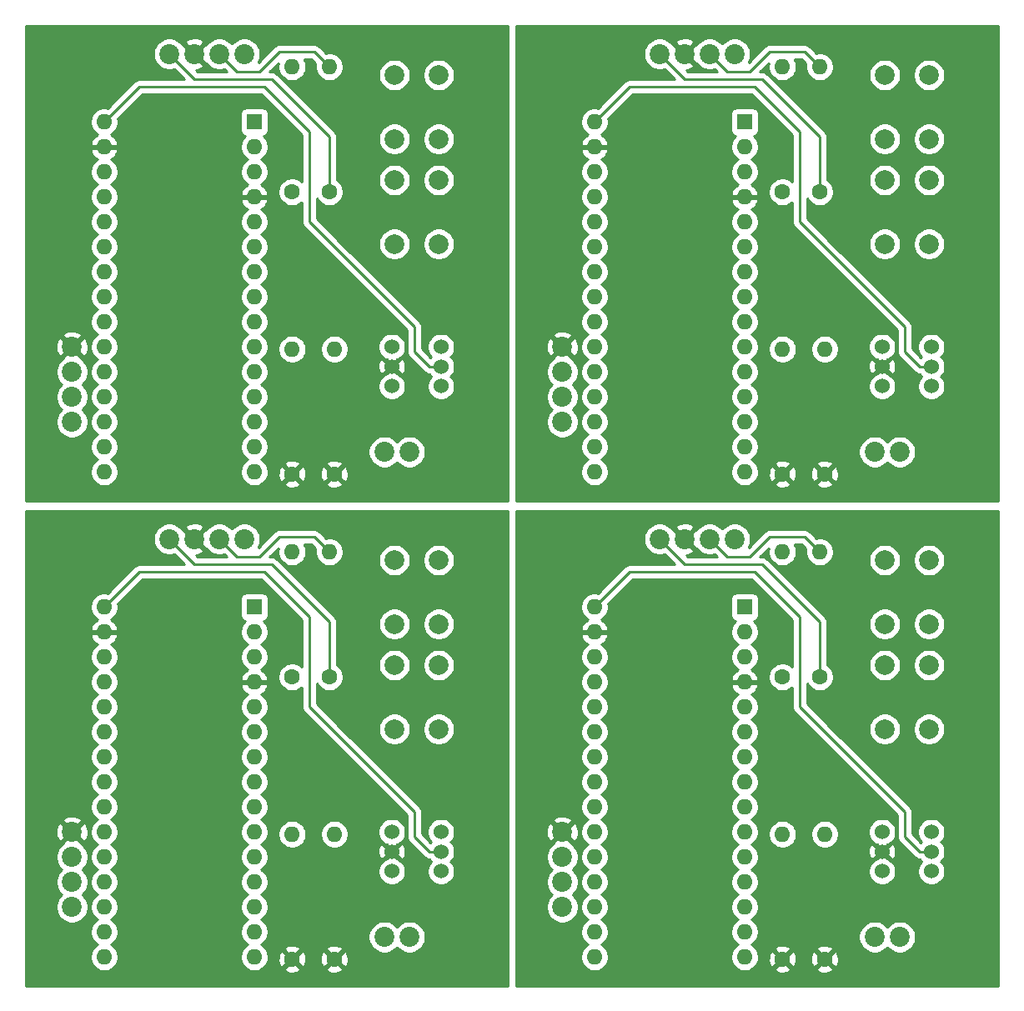
<source format=gbr>
G04 #@! TF.GenerationSoftware,KiCad,Pcbnew,5.1.7-a382d34a8~88~ubuntu18.04.1*
G04 #@! TF.CreationDate,2020-12-31T00:37:57+01:00*
G04 #@! TF.ProjectId,main-board,6d61696e-2d62-46f6-9172-642e6b696361,rev?*
G04 #@! TF.SameCoordinates,Original*
G04 #@! TF.FileFunction,Copper,L2,Bot*
G04 #@! TF.FilePolarity,Positive*
%FSLAX46Y46*%
G04 Gerber Fmt 4.6, Leading zero omitted, Abs format (unit mm)*
G04 Created by KiCad (PCBNEW 5.1.7-a382d34a8~88~ubuntu18.04.1) date 2020-12-31 00:37:57*
%MOMM*%
%LPD*%
G01*
G04 APERTURE LIST*
G04 #@! TA.AperFunction,ComponentPad*
%ADD10O,1.600000X1.600000*%
G04 #@! TD*
G04 #@! TA.AperFunction,ComponentPad*
%ADD11C,1.600000*%
G04 #@! TD*
G04 #@! TA.AperFunction,ComponentPad*
%ADD12C,2.020000*%
G04 #@! TD*
G04 #@! TA.AperFunction,ComponentPad*
%ADD13R,1.600000X1.600000*%
G04 #@! TD*
G04 #@! TA.AperFunction,ComponentPad*
%ADD14C,2.000000*%
G04 #@! TD*
G04 #@! TA.AperFunction,ComponentPad*
%ADD15C,1.524000*%
G04 #@! TD*
G04 #@! TA.AperFunction,Conductor*
%ADD16C,0.250000*%
G04 #@! TD*
G04 #@! TA.AperFunction,Conductor*
%ADD17C,0.254000*%
G04 #@! TD*
G04 #@! TA.AperFunction,Conductor*
%ADD18C,0.100000*%
G04 #@! TD*
G04 #@! TA.AperFunction,NonConductor*
%ADD19C,0.254000*%
G04 #@! TD*
G04 #@! TA.AperFunction,NonConductor*
%ADD20C,0.100000*%
G04 #@! TD*
G04 APERTURE END LIST*
D10*
X131583007Y-133339075D03*
D11*
X131583007Y-146039075D03*
D12*
X122442589Y-103367075D03*
X119902589Y-103367075D03*
X117362589Y-103367075D03*
X114822589Y-103367075D03*
D10*
X108218589Y-145823075D03*
X123458589Y-145823075D03*
X108218589Y-110263075D03*
X123458589Y-143283075D03*
X108218589Y-112803075D03*
X123458589Y-140743075D03*
X108218589Y-115343075D03*
X123458589Y-138203075D03*
X108218589Y-117883075D03*
X123458589Y-135663075D03*
X108218589Y-120423075D03*
X123458589Y-133123075D03*
X108218589Y-122963075D03*
X123458589Y-130583075D03*
X108218589Y-125503075D03*
X123458589Y-128043075D03*
X108218589Y-128043075D03*
X123458589Y-125503075D03*
X108218589Y-130583075D03*
X123458589Y-122963075D03*
X108218589Y-133123075D03*
X123458589Y-120423075D03*
X108218589Y-135663075D03*
X123458589Y-117883075D03*
X108218589Y-138203075D03*
X123458589Y-115343075D03*
X108218589Y-140743075D03*
X123458589Y-112803075D03*
X108218589Y-143283075D03*
D13*
X123458589Y-110263075D03*
D12*
X104954589Y-140743075D03*
X104954589Y-138203075D03*
X104954589Y-135663075D03*
X104954589Y-133123075D03*
D14*
X137682589Y-116171075D03*
X142182589Y-116171075D03*
X137682589Y-122671075D03*
X142182589Y-122671075D03*
D12*
X139203007Y-143783714D03*
X136663007Y-143783714D03*
D14*
X137682589Y-105503075D03*
X142182589Y-105503075D03*
X137682589Y-112003075D03*
X142182589Y-112003075D03*
X92398589Y-122671075D03*
X87898589Y-122671075D03*
X92398589Y-116171075D03*
X87898589Y-116171075D03*
D11*
X127306589Y-117375075D03*
D10*
X127306589Y-104675075D03*
D15*
X142425007Y-137115714D03*
X142425007Y-135115714D03*
X142425007Y-133115714D03*
X137424307Y-137115714D03*
X137424307Y-135115714D03*
X137424307Y-133115714D03*
X87640307Y-133115714D03*
X87640307Y-135115714D03*
X87640307Y-137115714D03*
X92641007Y-133115714D03*
X92641007Y-135115714D03*
X92641007Y-137115714D03*
D10*
X127306589Y-133339075D03*
D11*
X127306589Y-146039075D03*
X81294589Y-117375075D03*
D10*
X81294589Y-104675075D03*
D11*
X77522589Y-146039075D03*
D10*
X77522589Y-133339075D03*
D12*
X65038589Y-103367075D03*
X67578589Y-103367075D03*
X70118589Y-103367075D03*
X72658589Y-103367075D03*
D14*
X92398589Y-112003075D03*
X87898589Y-112003075D03*
X92398589Y-105503075D03*
X87898589Y-105503075D03*
D13*
X73674589Y-110263075D03*
D10*
X58434589Y-143283075D03*
X73674589Y-112803075D03*
X58434589Y-140743075D03*
X73674589Y-115343075D03*
X58434589Y-138203075D03*
X73674589Y-117883075D03*
X58434589Y-135663075D03*
X73674589Y-120423075D03*
X58434589Y-133123075D03*
X73674589Y-122963075D03*
X58434589Y-130583075D03*
X73674589Y-125503075D03*
X58434589Y-128043075D03*
X73674589Y-128043075D03*
X58434589Y-125503075D03*
X73674589Y-130583075D03*
X58434589Y-122963075D03*
X73674589Y-133123075D03*
X58434589Y-120423075D03*
X73674589Y-135663075D03*
X58434589Y-117883075D03*
X73674589Y-138203075D03*
X58434589Y-115343075D03*
X73674589Y-140743075D03*
X58434589Y-112803075D03*
X73674589Y-143283075D03*
X58434589Y-110263075D03*
X73674589Y-145823075D03*
X58434589Y-145823075D03*
D12*
X55170589Y-133123075D03*
X55170589Y-135663075D03*
X55170589Y-138203075D03*
X55170589Y-140743075D03*
D10*
X77522589Y-104675075D03*
D11*
X77522589Y-117375075D03*
X81799007Y-146039075D03*
D10*
X81799007Y-133339075D03*
D12*
X86879007Y-143783714D03*
X89419007Y-143783714D03*
D10*
X131078589Y-104675075D03*
D11*
X131078589Y-117375075D03*
D14*
X142182589Y-73395075D03*
X137682589Y-73395075D03*
X142182589Y-66895075D03*
X137682589Y-66895075D03*
D15*
X137424307Y-83839714D03*
X137424307Y-85839714D03*
X137424307Y-87839714D03*
X142425007Y-83839714D03*
X142425007Y-85839714D03*
X142425007Y-87839714D03*
D11*
X131078589Y-68099075D03*
D10*
X131078589Y-55399075D03*
D11*
X127306589Y-96763075D03*
D10*
X127306589Y-84063075D03*
D12*
X114822589Y-54091075D03*
X117362589Y-54091075D03*
X119902589Y-54091075D03*
X122442589Y-54091075D03*
D14*
X142182589Y-62727075D03*
X137682589Y-62727075D03*
X142182589Y-56227075D03*
X137682589Y-56227075D03*
D13*
X123458589Y-60987075D03*
D10*
X108218589Y-94007075D03*
X123458589Y-63527075D03*
X108218589Y-91467075D03*
X123458589Y-66067075D03*
X108218589Y-88927075D03*
X123458589Y-68607075D03*
X108218589Y-86387075D03*
X123458589Y-71147075D03*
X108218589Y-83847075D03*
X123458589Y-73687075D03*
X108218589Y-81307075D03*
X123458589Y-76227075D03*
X108218589Y-78767075D03*
X123458589Y-78767075D03*
X108218589Y-76227075D03*
X123458589Y-81307075D03*
X108218589Y-73687075D03*
X123458589Y-83847075D03*
X108218589Y-71147075D03*
X123458589Y-86387075D03*
X108218589Y-68607075D03*
X123458589Y-88927075D03*
X108218589Y-66067075D03*
X123458589Y-91467075D03*
X108218589Y-63527075D03*
X123458589Y-94007075D03*
X108218589Y-60987075D03*
X123458589Y-96547075D03*
X108218589Y-96547075D03*
D12*
X104954589Y-83847075D03*
X104954589Y-86387075D03*
X104954589Y-88927075D03*
X104954589Y-91467075D03*
D10*
X127306589Y-55399075D03*
D11*
X127306589Y-68099075D03*
X131583007Y-96763075D03*
D10*
X131583007Y-84063075D03*
D12*
X136663007Y-94507714D03*
X139203007Y-94507714D03*
D10*
X58434589Y-96547075D03*
X73674589Y-96547075D03*
X58434589Y-60987075D03*
X73674589Y-94007075D03*
X58434589Y-63527075D03*
X73674589Y-91467075D03*
X58434589Y-66067075D03*
X73674589Y-88927075D03*
X58434589Y-68607075D03*
X73674589Y-86387075D03*
X58434589Y-71147075D03*
X73674589Y-83847075D03*
X58434589Y-73687075D03*
X73674589Y-81307075D03*
X58434589Y-76227075D03*
X73674589Y-78767075D03*
X58434589Y-78767075D03*
X73674589Y-76227075D03*
X58434589Y-81307075D03*
X73674589Y-73687075D03*
X58434589Y-83847075D03*
X73674589Y-71147075D03*
X58434589Y-86387075D03*
X73674589Y-68607075D03*
X58434589Y-88927075D03*
X73674589Y-66067075D03*
X58434589Y-91467075D03*
X73674589Y-63527075D03*
X58434589Y-94007075D03*
D13*
X73674589Y-60987075D03*
D15*
X92641007Y-87839714D03*
X92641007Y-85839714D03*
X92641007Y-83839714D03*
X87640307Y-87839714D03*
X87640307Y-85839714D03*
X87640307Y-83839714D03*
D12*
X89419007Y-94507714D03*
X86879007Y-94507714D03*
X55170589Y-91467075D03*
X55170589Y-88927075D03*
X55170589Y-86387075D03*
X55170589Y-83847075D03*
X72658589Y-54091075D03*
X70118589Y-54091075D03*
X67578589Y-54091075D03*
X65038589Y-54091075D03*
D14*
X87898589Y-66895075D03*
X92398589Y-66895075D03*
X87898589Y-73395075D03*
X92398589Y-73395075D03*
X87898589Y-56227075D03*
X92398589Y-56227075D03*
X87898589Y-62727075D03*
X92398589Y-62727075D03*
D10*
X77522589Y-84063075D03*
D11*
X77522589Y-96763075D03*
D10*
X81799007Y-84063075D03*
D11*
X81799007Y-96763075D03*
X77522589Y-68099075D03*
D10*
X77522589Y-55399075D03*
X81294589Y-55399075D03*
D11*
X81294589Y-68099075D03*
D16*
X131078589Y-55395296D02*
X131078589Y-55399075D01*
X129551007Y-53867714D02*
X131078589Y-55395296D01*
X125995007Y-53867714D02*
X129551007Y-53867714D01*
X123963007Y-55899714D02*
X125995007Y-53867714D01*
X119902589Y-54091075D02*
X121711228Y-55899714D01*
X121711228Y-55899714D02*
X123963007Y-55899714D01*
X131078589Y-62507296D02*
X125247557Y-56676264D01*
X131078589Y-68099075D02*
X131078589Y-62507296D01*
X125247557Y-56676264D02*
X117407778Y-56676264D01*
X117407778Y-56676264D02*
X114822589Y-54091075D01*
X111781950Y-57423714D02*
X108218589Y-60987075D01*
X124471007Y-57423714D02*
X111781950Y-57423714D01*
X141203007Y-85839714D02*
X139711007Y-84347714D01*
X142425007Y-85839714D02*
X141203007Y-85839714D01*
X139711007Y-84347714D02*
X139711007Y-81807714D01*
X139711007Y-81807714D02*
X129043007Y-71139714D01*
X129043007Y-71139714D02*
X129043007Y-61995714D01*
X129043007Y-61995714D02*
X124471007Y-57423714D01*
X117407778Y-105952264D02*
X114822589Y-103367075D01*
X129551007Y-103143714D02*
X131078589Y-104671296D01*
X131078589Y-111783296D02*
X125247557Y-105952264D01*
X129043007Y-120415714D02*
X129043007Y-111271714D01*
X111781950Y-106699714D02*
X108218589Y-110263075D01*
X139711007Y-133623714D02*
X139711007Y-131083714D01*
X139711007Y-131083714D02*
X129043007Y-120415714D01*
X131078589Y-104671296D02*
X131078589Y-104675075D01*
X129043007Y-111271714D02*
X124471007Y-106699714D01*
X123963007Y-105175714D02*
X125995007Y-103143714D01*
X142425007Y-135115714D02*
X141203007Y-135115714D01*
X124471007Y-106699714D02*
X111781950Y-106699714D01*
X119902589Y-103367075D02*
X121711228Y-105175714D01*
X141203007Y-135115714D02*
X139711007Y-133623714D01*
X131078589Y-117375075D02*
X131078589Y-111783296D01*
X121711228Y-105175714D02*
X123963007Y-105175714D01*
X125995007Y-103143714D02*
X129551007Y-103143714D01*
X125247557Y-105952264D02*
X117407778Y-105952264D01*
X81294589Y-104671296D02*
X81294589Y-104675075D01*
X79767007Y-103143714D02*
X81294589Y-104671296D01*
X76211007Y-103143714D02*
X79767007Y-103143714D01*
X74179007Y-105175714D02*
X76211007Y-103143714D01*
X70118589Y-103367075D02*
X71927228Y-105175714D01*
X71927228Y-105175714D02*
X74179007Y-105175714D01*
X81294589Y-111783296D02*
X75463557Y-105952264D01*
X81294589Y-117375075D02*
X81294589Y-111783296D01*
X75463557Y-105952264D02*
X67623778Y-105952264D01*
X67623778Y-105952264D02*
X65038589Y-103367075D01*
X61997950Y-106699714D02*
X58434589Y-110263075D01*
X74687007Y-106699714D02*
X61997950Y-106699714D01*
X91419007Y-135115714D02*
X89927007Y-133623714D01*
X92641007Y-135115714D02*
X91419007Y-135115714D01*
X89927007Y-133623714D02*
X89927007Y-131083714D01*
X89927007Y-131083714D02*
X79259007Y-120415714D01*
X79259007Y-120415714D02*
X79259007Y-111271714D01*
X79259007Y-111271714D02*
X74687007Y-106699714D01*
X81294589Y-55395296D02*
X81294589Y-55399075D01*
X79767007Y-53867714D02*
X81294589Y-55395296D01*
X76211007Y-53867714D02*
X79767007Y-53867714D01*
X74179007Y-55899714D02*
X76211007Y-53867714D01*
X70118589Y-54091075D02*
X71927228Y-55899714D01*
X71927228Y-55899714D02*
X74179007Y-55899714D01*
X67623778Y-56676264D02*
X65038589Y-54091075D01*
X81294589Y-62507296D02*
X75463557Y-56676264D01*
X81294589Y-68099075D02*
X81294589Y-62507296D01*
X75463557Y-56676264D02*
X67623778Y-56676264D01*
X61997950Y-57423714D02*
X58434589Y-60987075D01*
X74687007Y-57423714D02*
X61997950Y-57423714D01*
X91419007Y-85839714D02*
X89927007Y-84347714D01*
X92641007Y-85839714D02*
X91419007Y-85839714D01*
X89927007Y-84347714D02*
X89927007Y-81807714D01*
X89927007Y-81807714D02*
X79259007Y-71139714D01*
X79259007Y-71139714D02*
X79259007Y-61995714D01*
X79259007Y-61995714D02*
X74687007Y-57423714D01*
D17*
X99452007Y-99460714D02*
X50459007Y-99460714D01*
X50459007Y-86225057D01*
X53525589Y-86225057D01*
X53525589Y-86549093D01*
X53588806Y-86866904D01*
X53712809Y-87166274D01*
X53892834Y-87435701D01*
X54114208Y-87657075D01*
X53892834Y-87878449D01*
X53712809Y-88147876D01*
X53588806Y-88447246D01*
X53525589Y-88765057D01*
X53525589Y-89089093D01*
X53588806Y-89406904D01*
X53712809Y-89706274D01*
X53892834Y-89975701D01*
X54114208Y-90197075D01*
X53892834Y-90418449D01*
X53712809Y-90687876D01*
X53588806Y-90987246D01*
X53525589Y-91305057D01*
X53525589Y-91629093D01*
X53588806Y-91946904D01*
X53712809Y-92246274D01*
X53892834Y-92515701D01*
X54121963Y-92744830D01*
X54391390Y-92924855D01*
X54690760Y-93048858D01*
X55008571Y-93112075D01*
X55332607Y-93112075D01*
X55650418Y-93048858D01*
X55949788Y-92924855D01*
X56219215Y-92744830D01*
X56448344Y-92515701D01*
X56628369Y-92246274D01*
X56752372Y-91946904D01*
X56815589Y-91629093D01*
X56815589Y-91305057D01*
X56752372Y-90987246D01*
X56628369Y-90687876D01*
X56448344Y-90418449D01*
X56226970Y-90197075D01*
X56448344Y-89975701D01*
X56628369Y-89706274D01*
X56752372Y-89406904D01*
X56815589Y-89089093D01*
X56815589Y-88765057D01*
X56752372Y-88447246D01*
X56628369Y-88147876D01*
X56448344Y-87878449D01*
X56226970Y-87657075D01*
X56448344Y-87435701D01*
X56628369Y-87166274D01*
X56752372Y-86866904D01*
X56815589Y-86549093D01*
X56815589Y-86225057D01*
X56752372Y-85907246D01*
X56628369Y-85607876D01*
X56448344Y-85338449D01*
X56219215Y-85109320D01*
X56115190Y-85039813D01*
X56133528Y-84989620D01*
X55170589Y-84026680D01*
X54207650Y-84989620D01*
X54225988Y-85039813D01*
X54121963Y-85109320D01*
X53892834Y-85338449D01*
X53712809Y-85607876D01*
X53588806Y-85907246D01*
X53525589Y-86225057D01*
X50459007Y-86225057D01*
X50459007Y-83909275D01*
X53518800Y-83909275D01*
X53562673Y-84230328D01*
X53668338Y-84536653D01*
X53762621Y-84713043D01*
X54028044Y-84810014D01*
X54990984Y-83847075D01*
X55350194Y-83847075D01*
X56313134Y-84810014D01*
X56578557Y-84713043D01*
X56720445Y-84421722D01*
X56802774Y-84108318D01*
X56822378Y-83784875D01*
X56778505Y-83463822D01*
X56672840Y-83157497D01*
X56578557Y-82981107D01*
X56313134Y-82884136D01*
X55350194Y-83847075D01*
X54990984Y-83847075D01*
X54028044Y-82884136D01*
X53762621Y-82981107D01*
X53620733Y-83272428D01*
X53538404Y-83585832D01*
X53518800Y-83909275D01*
X50459007Y-83909275D01*
X50459007Y-82704530D01*
X54207650Y-82704530D01*
X55170589Y-83667470D01*
X56133528Y-82704530D01*
X56036557Y-82439107D01*
X55745236Y-82297219D01*
X55431832Y-82214890D01*
X55108389Y-82195286D01*
X54787336Y-82239159D01*
X54481011Y-82344824D01*
X54304621Y-82439107D01*
X54207650Y-82704530D01*
X50459007Y-82704530D01*
X50459007Y-65925740D01*
X56999589Y-65925740D01*
X56999589Y-66208410D01*
X57054736Y-66485649D01*
X57162909Y-66746802D01*
X57319952Y-66981834D01*
X57519830Y-67181712D01*
X57752348Y-67337075D01*
X57519830Y-67492438D01*
X57319952Y-67692316D01*
X57162909Y-67927348D01*
X57054736Y-68188501D01*
X56999589Y-68465740D01*
X56999589Y-68748410D01*
X57054736Y-69025649D01*
X57162909Y-69286802D01*
X57319952Y-69521834D01*
X57519830Y-69721712D01*
X57752348Y-69877075D01*
X57519830Y-70032438D01*
X57319952Y-70232316D01*
X57162909Y-70467348D01*
X57054736Y-70728501D01*
X56999589Y-71005740D01*
X56999589Y-71288410D01*
X57054736Y-71565649D01*
X57162909Y-71826802D01*
X57319952Y-72061834D01*
X57519830Y-72261712D01*
X57752348Y-72417075D01*
X57519830Y-72572438D01*
X57319952Y-72772316D01*
X57162909Y-73007348D01*
X57054736Y-73268501D01*
X56999589Y-73545740D01*
X56999589Y-73828410D01*
X57054736Y-74105649D01*
X57162909Y-74366802D01*
X57319952Y-74601834D01*
X57519830Y-74801712D01*
X57752348Y-74957075D01*
X57519830Y-75112438D01*
X57319952Y-75312316D01*
X57162909Y-75547348D01*
X57054736Y-75808501D01*
X56999589Y-76085740D01*
X56999589Y-76368410D01*
X57054736Y-76645649D01*
X57162909Y-76906802D01*
X57319952Y-77141834D01*
X57519830Y-77341712D01*
X57752348Y-77497075D01*
X57519830Y-77652438D01*
X57319952Y-77852316D01*
X57162909Y-78087348D01*
X57054736Y-78348501D01*
X56999589Y-78625740D01*
X56999589Y-78908410D01*
X57054736Y-79185649D01*
X57162909Y-79446802D01*
X57319952Y-79681834D01*
X57519830Y-79881712D01*
X57752348Y-80037075D01*
X57519830Y-80192438D01*
X57319952Y-80392316D01*
X57162909Y-80627348D01*
X57054736Y-80888501D01*
X56999589Y-81165740D01*
X56999589Y-81448410D01*
X57054736Y-81725649D01*
X57162909Y-81986802D01*
X57319952Y-82221834D01*
X57519830Y-82421712D01*
X57752348Y-82577075D01*
X57519830Y-82732438D01*
X57319952Y-82932316D01*
X57162909Y-83167348D01*
X57054736Y-83428501D01*
X56999589Y-83705740D01*
X56999589Y-83988410D01*
X57054736Y-84265649D01*
X57162909Y-84526802D01*
X57319952Y-84761834D01*
X57519830Y-84961712D01*
X57752348Y-85117075D01*
X57519830Y-85272438D01*
X57319952Y-85472316D01*
X57162909Y-85707348D01*
X57054736Y-85968501D01*
X56999589Y-86245740D01*
X56999589Y-86528410D01*
X57054736Y-86805649D01*
X57162909Y-87066802D01*
X57319952Y-87301834D01*
X57519830Y-87501712D01*
X57752348Y-87657075D01*
X57519830Y-87812438D01*
X57319952Y-88012316D01*
X57162909Y-88247348D01*
X57054736Y-88508501D01*
X56999589Y-88785740D01*
X56999589Y-89068410D01*
X57054736Y-89345649D01*
X57162909Y-89606802D01*
X57319952Y-89841834D01*
X57519830Y-90041712D01*
X57752348Y-90197075D01*
X57519830Y-90352438D01*
X57319952Y-90552316D01*
X57162909Y-90787348D01*
X57054736Y-91048501D01*
X56999589Y-91325740D01*
X56999589Y-91608410D01*
X57054736Y-91885649D01*
X57162909Y-92146802D01*
X57319952Y-92381834D01*
X57519830Y-92581712D01*
X57752348Y-92737075D01*
X57519830Y-92892438D01*
X57319952Y-93092316D01*
X57162909Y-93327348D01*
X57054736Y-93588501D01*
X56999589Y-93865740D01*
X56999589Y-94148410D01*
X57054736Y-94425649D01*
X57162909Y-94686802D01*
X57319952Y-94921834D01*
X57519830Y-95121712D01*
X57752348Y-95277075D01*
X57519830Y-95432438D01*
X57319952Y-95632316D01*
X57162909Y-95867348D01*
X57054736Y-96128501D01*
X56999589Y-96405740D01*
X56999589Y-96688410D01*
X57054736Y-96965649D01*
X57162909Y-97226802D01*
X57319952Y-97461834D01*
X57519830Y-97661712D01*
X57754862Y-97818755D01*
X58016015Y-97926928D01*
X58293254Y-97982075D01*
X58575924Y-97982075D01*
X58853163Y-97926928D01*
X59114316Y-97818755D01*
X59349348Y-97661712D01*
X59549226Y-97461834D01*
X59706269Y-97226802D01*
X59814442Y-96965649D01*
X59869589Y-96688410D01*
X59869589Y-96405740D01*
X59814442Y-96128501D01*
X59706269Y-95867348D01*
X59549226Y-95632316D01*
X59349348Y-95432438D01*
X59116830Y-95277075D01*
X59349348Y-95121712D01*
X59549226Y-94921834D01*
X59706269Y-94686802D01*
X59814442Y-94425649D01*
X59869589Y-94148410D01*
X59869589Y-93865740D01*
X59814442Y-93588501D01*
X59706269Y-93327348D01*
X59549226Y-93092316D01*
X59349348Y-92892438D01*
X59116830Y-92737075D01*
X59349348Y-92581712D01*
X59549226Y-92381834D01*
X59706269Y-92146802D01*
X59814442Y-91885649D01*
X59869589Y-91608410D01*
X59869589Y-91325740D01*
X59814442Y-91048501D01*
X59706269Y-90787348D01*
X59549226Y-90552316D01*
X59349348Y-90352438D01*
X59116830Y-90197075D01*
X59349348Y-90041712D01*
X59549226Y-89841834D01*
X59706269Y-89606802D01*
X59814442Y-89345649D01*
X59869589Y-89068410D01*
X59869589Y-88785740D01*
X59814442Y-88508501D01*
X59706269Y-88247348D01*
X59549226Y-88012316D01*
X59349348Y-87812438D01*
X59116830Y-87657075D01*
X59349348Y-87501712D01*
X59549226Y-87301834D01*
X59706269Y-87066802D01*
X59814442Y-86805649D01*
X59869589Y-86528410D01*
X59869589Y-86245740D01*
X59814442Y-85968501D01*
X59706269Y-85707348D01*
X59549226Y-85472316D01*
X59349348Y-85272438D01*
X59116830Y-85117075D01*
X59349348Y-84961712D01*
X59549226Y-84761834D01*
X59706269Y-84526802D01*
X59814442Y-84265649D01*
X59869589Y-83988410D01*
X59869589Y-83705740D01*
X59814442Y-83428501D01*
X59706269Y-83167348D01*
X59549226Y-82932316D01*
X59349348Y-82732438D01*
X59116830Y-82577075D01*
X59349348Y-82421712D01*
X59549226Y-82221834D01*
X59706269Y-81986802D01*
X59814442Y-81725649D01*
X59869589Y-81448410D01*
X59869589Y-81165740D01*
X59814442Y-80888501D01*
X59706269Y-80627348D01*
X59549226Y-80392316D01*
X59349348Y-80192438D01*
X59116830Y-80037075D01*
X59349348Y-79881712D01*
X59549226Y-79681834D01*
X59706269Y-79446802D01*
X59814442Y-79185649D01*
X59869589Y-78908410D01*
X59869589Y-78625740D01*
X59814442Y-78348501D01*
X59706269Y-78087348D01*
X59549226Y-77852316D01*
X59349348Y-77652438D01*
X59116830Y-77497075D01*
X59349348Y-77341712D01*
X59549226Y-77141834D01*
X59706269Y-76906802D01*
X59814442Y-76645649D01*
X59869589Y-76368410D01*
X59869589Y-76085740D01*
X59814442Y-75808501D01*
X59706269Y-75547348D01*
X59549226Y-75312316D01*
X59349348Y-75112438D01*
X59116830Y-74957075D01*
X59349348Y-74801712D01*
X59549226Y-74601834D01*
X59706269Y-74366802D01*
X59814442Y-74105649D01*
X59869589Y-73828410D01*
X59869589Y-73545740D01*
X59814442Y-73268501D01*
X59706269Y-73007348D01*
X59549226Y-72772316D01*
X59349348Y-72572438D01*
X59116830Y-72417075D01*
X59349348Y-72261712D01*
X59549226Y-72061834D01*
X59706269Y-71826802D01*
X59814442Y-71565649D01*
X59869589Y-71288410D01*
X59869589Y-71005740D01*
X72239589Y-71005740D01*
X72239589Y-71288410D01*
X72294736Y-71565649D01*
X72402909Y-71826802D01*
X72559952Y-72061834D01*
X72759830Y-72261712D01*
X72992348Y-72417075D01*
X72759830Y-72572438D01*
X72559952Y-72772316D01*
X72402909Y-73007348D01*
X72294736Y-73268501D01*
X72239589Y-73545740D01*
X72239589Y-73828410D01*
X72294736Y-74105649D01*
X72402909Y-74366802D01*
X72559952Y-74601834D01*
X72759830Y-74801712D01*
X72992348Y-74957075D01*
X72759830Y-75112438D01*
X72559952Y-75312316D01*
X72402909Y-75547348D01*
X72294736Y-75808501D01*
X72239589Y-76085740D01*
X72239589Y-76368410D01*
X72294736Y-76645649D01*
X72402909Y-76906802D01*
X72559952Y-77141834D01*
X72759830Y-77341712D01*
X72992348Y-77497075D01*
X72759830Y-77652438D01*
X72559952Y-77852316D01*
X72402909Y-78087348D01*
X72294736Y-78348501D01*
X72239589Y-78625740D01*
X72239589Y-78908410D01*
X72294736Y-79185649D01*
X72402909Y-79446802D01*
X72559952Y-79681834D01*
X72759830Y-79881712D01*
X72992348Y-80037075D01*
X72759830Y-80192438D01*
X72559952Y-80392316D01*
X72402909Y-80627348D01*
X72294736Y-80888501D01*
X72239589Y-81165740D01*
X72239589Y-81448410D01*
X72294736Y-81725649D01*
X72402909Y-81986802D01*
X72559952Y-82221834D01*
X72759830Y-82421712D01*
X72992348Y-82577075D01*
X72759830Y-82732438D01*
X72559952Y-82932316D01*
X72402909Y-83167348D01*
X72294736Y-83428501D01*
X72239589Y-83705740D01*
X72239589Y-83988410D01*
X72294736Y-84265649D01*
X72402909Y-84526802D01*
X72559952Y-84761834D01*
X72759830Y-84961712D01*
X72992348Y-85117075D01*
X72759830Y-85272438D01*
X72559952Y-85472316D01*
X72402909Y-85707348D01*
X72294736Y-85968501D01*
X72239589Y-86245740D01*
X72239589Y-86528410D01*
X72294736Y-86805649D01*
X72402909Y-87066802D01*
X72559952Y-87301834D01*
X72759830Y-87501712D01*
X72992348Y-87657075D01*
X72759830Y-87812438D01*
X72559952Y-88012316D01*
X72402909Y-88247348D01*
X72294736Y-88508501D01*
X72239589Y-88785740D01*
X72239589Y-89068410D01*
X72294736Y-89345649D01*
X72402909Y-89606802D01*
X72559952Y-89841834D01*
X72759830Y-90041712D01*
X72992348Y-90197075D01*
X72759830Y-90352438D01*
X72559952Y-90552316D01*
X72402909Y-90787348D01*
X72294736Y-91048501D01*
X72239589Y-91325740D01*
X72239589Y-91608410D01*
X72294736Y-91885649D01*
X72402909Y-92146802D01*
X72559952Y-92381834D01*
X72759830Y-92581712D01*
X72992348Y-92737075D01*
X72759830Y-92892438D01*
X72559952Y-93092316D01*
X72402909Y-93327348D01*
X72294736Y-93588501D01*
X72239589Y-93865740D01*
X72239589Y-94148410D01*
X72294736Y-94425649D01*
X72402909Y-94686802D01*
X72559952Y-94921834D01*
X72759830Y-95121712D01*
X72992348Y-95277075D01*
X72759830Y-95432438D01*
X72559952Y-95632316D01*
X72402909Y-95867348D01*
X72294736Y-96128501D01*
X72239589Y-96405740D01*
X72239589Y-96688410D01*
X72294736Y-96965649D01*
X72402909Y-97226802D01*
X72559952Y-97461834D01*
X72759830Y-97661712D01*
X72994862Y-97818755D01*
X73256015Y-97926928D01*
X73533254Y-97982075D01*
X73815924Y-97982075D01*
X74093163Y-97926928D01*
X74354316Y-97818755D01*
X74448569Y-97755777D01*
X76709492Y-97755777D01*
X76781075Y-97999746D01*
X77036585Y-98120646D01*
X77310773Y-98189375D01*
X77593101Y-98203292D01*
X77872719Y-98161862D01*
X78138881Y-98066678D01*
X78264103Y-97999746D01*
X78335686Y-97755777D01*
X80985910Y-97755777D01*
X81057493Y-97999746D01*
X81313003Y-98120646D01*
X81587191Y-98189375D01*
X81869519Y-98203292D01*
X82149137Y-98161862D01*
X82415299Y-98066678D01*
X82540521Y-97999746D01*
X82612104Y-97755777D01*
X81799007Y-96942680D01*
X80985910Y-97755777D01*
X78335686Y-97755777D01*
X77522589Y-96942680D01*
X76709492Y-97755777D01*
X74448569Y-97755777D01*
X74589348Y-97661712D01*
X74789226Y-97461834D01*
X74946269Y-97226802D01*
X75054442Y-96965649D01*
X75080711Y-96833587D01*
X76082372Y-96833587D01*
X76123802Y-97113205D01*
X76218986Y-97379367D01*
X76285918Y-97504589D01*
X76529887Y-97576172D01*
X77342984Y-96763075D01*
X77702194Y-96763075D01*
X78515291Y-97576172D01*
X78759260Y-97504589D01*
X78880160Y-97249079D01*
X78948889Y-96974891D01*
X78955854Y-96833587D01*
X80358790Y-96833587D01*
X80400220Y-97113205D01*
X80495404Y-97379367D01*
X80562336Y-97504589D01*
X80806305Y-97576172D01*
X81619402Y-96763075D01*
X81978612Y-96763075D01*
X82791709Y-97576172D01*
X83035678Y-97504589D01*
X83156578Y-97249079D01*
X83225307Y-96974891D01*
X83239224Y-96692563D01*
X83197794Y-96412945D01*
X83102610Y-96146783D01*
X83035678Y-96021561D01*
X82791709Y-95949978D01*
X81978612Y-96763075D01*
X81619402Y-96763075D01*
X80806305Y-95949978D01*
X80562336Y-96021561D01*
X80441436Y-96277071D01*
X80372707Y-96551259D01*
X80358790Y-96833587D01*
X78955854Y-96833587D01*
X78962806Y-96692563D01*
X78921376Y-96412945D01*
X78826192Y-96146783D01*
X78759260Y-96021561D01*
X78515291Y-95949978D01*
X77702194Y-96763075D01*
X77342984Y-96763075D01*
X76529887Y-95949978D01*
X76285918Y-96021561D01*
X76165018Y-96277071D01*
X76096289Y-96551259D01*
X76082372Y-96833587D01*
X75080711Y-96833587D01*
X75109589Y-96688410D01*
X75109589Y-96405740D01*
X75054442Y-96128501D01*
X74946269Y-95867348D01*
X74881473Y-95770373D01*
X76709492Y-95770373D01*
X77522589Y-96583470D01*
X78335686Y-95770373D01*
X80985910Y-95770373D01*
X81799007Y-96583470D01*
X82612104Y-95770373D01*
X82540521Y-95526404D01*
X82285011Y-95405504D01*
X82010823Y-95336775D01*
X81728495Y-95322858D01*
X81448877Y-95364288D01*
X81182715Y-95459472D01*
X81057493Y-95526404D01*
X80985910Y-95770373D01*
X78335686Y-95770373D01*
X78264103Y-95526404D01*
X78008593Y-95405504D01*
X77734405Y-95336775D01*
X77452077Y-95322858D01*
X77172459Y-95364288D01*
X76906297Y-95459472D01*
X76781075Y-95526404D01*
X76709492Y-95770373D01*
X74881473Y-95770373D01*
X74789226Y-95632316D01*
X74589348Y-95432438D01*
X74356830Y-95277075D01*
X74589348Y-95121712D01*
X74789226Y-94921834D01*
X74946269Y-94686802D01*
X75054442Y-94425649D01*
X75070345Y-94345696D01*
X85234007Y-94345696D01*
X85234007Y-94669732D01*
X85297224Y-94987543D01*
X85421227Y-95286913D01*
X85601252Y-95556340D01*
X85830381Y-95785469D01*
X86099808Y-95965494D01*
X86399178Y-96089497D01*
X86716989Y-96152714D01*
X87041025Y-96152714D01*
X87358836Y-96089497D01*
X87658206Y-95965494D01*
X87927633Y-95785469D01*
X88149007Y-95564095D01*
X88370381Y-95785469D01*
X88639808Y-95965494D01*
X88939178Y-96089497D01*
X89256989Y-96152714D01*
X89581025Y-96152714D01*
X89898836Y-96089497D01*
X90198206Y-95965494D01*
X90467633Y-95785469D01*
X90696762Y-95556340D01*
X90876787Y-95286913D01*
X91000790Y-94987543D01*
X91064007Y-94669732D01*
X91064007Y-94345696D01*
X91000790Y-94027885D01*
X90876787Y-93728515D01*
X90696762Y-93459088D01*
X90467633Y-93229959D01*
X90198206Y-93049934D01*
X89898836Y-92925931D01*
X89581025Y-92862714D01*
X89256989Y-92862714D01*
X88939178Y-92925931D01*
X88639808Y-93049934D01*
X88370381Y-93229959D01*
X88149007Y-93451333D01*
X87927633Y-93229959D01*
X87658206Y-93049934D01*
X87358836Y-92925931D01*
X87041025Y-92862714D01*
X86716989Y-92862714D01*
X86399178Y-92925931D01*
X86099808Y-93049934D01*
X85830381Y-93229959D01*
X85601252Y-93459088D01*
X85421227Y-93728515D01*
X85297224Y-94027885D01*
X85234007Y-94345696D01*
X75070345Y-94345696D01*
X75109589Y-94148410D01*
X75109589Y-93865740D01*
X75054442Y-93588501D01*
X74946269Y-93327348D01*
X74789226Y-93092316D01*
X74589348Y-92892438D01*
X74356830Y-92737075D01*
X74589348Y-92581712D01*
X74789226Y-92381834D01*
X74946269Y-92146802D01*
X75054442Y-91885649D01*
X75109589Y-91608410D01*
X75109589Y-91325740D01*
X75054442Y-91048501D01*
X74946269Y-90787348D01*
X74789226Y-90552316D01*
X74589348Y-90352438D01*
X74356830Y-90197075D01*
X74589348Y-90041712D01*
X74789226Y-89841834D01*
X74946269Y-89606802D01*
X75054442Y-89345649D01*
X75109589Y-89068410D01*
X75109589Y-88785740D01*
X75054442Y-88508501D01*
X74946269Y-88247348D01*
X74789226Y-88012316D01*
X74589348Y-87812438D01*
X74424248Y-87702122D01*
X86243307Y-87702122D01*
X86243307Y-87977306D01*
X86296993Y-88247204D01*
X86402302Y-88501441D01*
X86555187Y-88730249D01*
X86749772Y-88924834D01*
X86978580Y-89077719D01*
X87232817Y-89183028D01*
X87502715Y-89236714D01*
X87777899Y-89236714D01*
X88047797Y-89183028D01*
X88302034Y-89077719D01*
X88530842Y-88924834D01*
X88725427Y-88730249D01*
X88878312Y-88501441D01*
X88983621Y-88247204D01*
X89037307Y-87977306D01*
X89037307Y-87702122D01*
X88983621Y-87432224D01*
X88878312Y-87177987D01*
X88725427Y-86949179D01*
X88530842Y-86754594D01*
X88302034Y-86601709D01*
X88166597Y-86545609D01*
X87640307Y-86019319D01*
X87114017Y-86545609D01*
X86978580Y-86601709D01*
X86749772Y-86754594D01*
X86555187Y-86949179D01*
X86402302Y-87177987D01*
X86296993Y-87432224D01*
X86243307Y-87702122D01*
X74424248Y-87702122D01*
X74356830Y-87657075D01*
X74589348Y-87501712D01*
X74789226Y-87301834D01*
X74946269Y-87066802D01*
X75054442Y-86805649D01*
X75109589Y-86528410D01*
X75109589Y-86245740D01*
X75054442Y-85968501D01*
X75030928Y-85911731D01*
X86238397Y-85911731D01*
X86279385Y-86183847D01*
X86372671Y-86442737D01*
X86434651Y-86558694D01*
X86674742Y-86625674D01*
X87460702Y-85839714D01*
X87819912Y-85839714D01*
X88605872Y-86625674D01*
X88845963Y-86558694D01*
X88963063Y-86309666D01*
X89029330Y-86042579D01*
X89042217Y-85767697D01*
X89001229Y-85495581D01*
X88907943Y-85236691D01*
X88845963Y-85120734D01*
X88605872Y-85053754D01*
X87819912Y-85839714D01*
X87460702Y-85839714D01*
X86674742Y-85053754D01*
X86434651Y-85120734D01*
X86317551Y-85369762D01*
X86251284Y-85636849D01*
X86238397Y-85911731D01*
X75030928Y-85911731D01*
X74946269Y-85707348D01*
X74789226Y-85472316D01*
X74589348Y-85272438D01*
X74356830Y-85117075D01*
X74589348Y-84961712D01*
X74789226Y-84761834D01*
X74946269Y-84526802D01*
X75054442Y-84265649D01*
X75109589Y-83988410D01*
X75109589Y-83921740D01*
X76087589Y-83921740D01*
X76087589Y-84204410D01*
X76142736Y-84481649D01*
X76250909Y-84742802D01*
X76407952Y-84977834D01*
X76607830Y-85177712D01*
X76842862Y-85334755D01*
X77104015Y-85442928D01*
X77381254Y-85498075D01*
X77663924Y-85498075D01*
X77941163Y-85442928D01*
X78202316Y-85334755D01*
X78437348Y-85177712D01*
X78637226Y-84977834D01*
X78794269Y-84742802D01*
X78902442Y-84481649D01*
X78957589Y-84204410D01*
X78957589Y-83921740D01*
X80364007Y-83921740D01*
X80364007Y-84204410D01*
X80419154Y-84481649D01*
X80527327Y-84742802D01*
X80684370Y-84977834D01*
X80884248Y-85177712D01*
X81119280Y-85334755D01*
X81380433Y-85442928D01*
X81657672Y-85498075D01*
X81940342Y-85498075D01*
X82217581Y-85442928D01*
X82478734Y-85334755D01*
X82713766Y-85177712D01*
X82913644Y-84977834D01*
X83070687Y-84742802D01*
X83178860Y-84481649D01*
X83234007Y-84204410D01*
X83234007Y-83921740D01*
X83190322Y-83702122D01*
X86243307Y-83702122D01*
X86243307Y-83977306D01*
X86296993Y-84247204D01*
X86402302Y-84501441D01*
X86555187Y-84730249D01*
X86749772Y-84924834D01*
X86978580Y-85077719D01*
X87114017Y-85133819D01*
X87640307Y-85660109D01*
X88166597Y-85133819D01*
X88302034Y-85077719D01*
X88530842Y-84924834D01*
X88725427Y-84730249D01*
X88878312Y-84501441D01*
X88983621Y-84247204D01*
X89037307Y-83977306D01*
X89037307Y-83702122D01*
X88983621Y-83432224D01*
X88878312Y-83177987D01*
X88725427Y-82949179D01*
X88530842Y-82754594D01*
X88302034Y-82601709D01*
X88047797Y-82496400D01*
X87777899Y-82442714D01*
X87502715Y-82442714D01*
X87232817Y-82496400D01*
X86978580Y-82601709D01*
X86749772Y-82754594D01*
X86555187Y-82949179D01*
X86402302Y-83177987D01*
X86296993Y-83432224D01*
X86243307Y-83702122D01*
X83190322Y-83702122D01*
X83178860Y-83644501D01*
X83070687Y-83383348D01*
X82913644Y-83148316D01*
X82713766Y-82948438D01*
X82478734Y-82791395D01*
X82217581Y-82683222D01*
X81940342Y-82628075D01*
X81657672Y-82628075D01*
X81380433Y-82683222D01*
X81119280Y-82791395D01*
X80884248Y-82948438D01*
X80684370Y-83148316D01*
X80527327Y-83383348D01*
X80419154Y-83644501D01*
X80364007Y-83921740D01*
X78957589Y-83921740D01*
X78902442Y-83644501D01*
X78794269Y-83383348D01*
X78637226Y-83148316D01*
X78437348Y-82948438D01*
X78202316Y-82791395D01*
X77941163Y-82683222D01*
X77663924Y-82628075D01*
X77381254Y-82628075D01*
X77104015Y-82683222D01*
X76842862Y-82791395D01*
X76607830Y-82948438D01*
X76407952Y-83148316D01*
X76250909Y-83383348D01*
X76142736Y-83644501D01*
X76087589Y-83921740D01*
X75109589Y-83921740D01*
X75109589Y-83705740D01*
X75054442Y-83428501D01*
X74946269Y-83167348D01*
X74789226Y-82932316D01*
X74589348Y-82732438D01*
X74356830Y-82577075D01*
X74589348Y-82421712D01*
X74789226Y-82221834D01*
X74946269Y-81986802D01*
X75054442Y-81725649D01*
X75109589Y-81448410D01*
X75109589Y-81165740D01*
X75054442Y-80888501D01*
X74946269Y-80627348D01*
X74789226Y-80392316D01*
X74589348Y-80192438D01*
X74356830Y-80037075D01*
X74589348Y-79881712D01*
X74789226Y-79681834D01*
X74946269Y-79446802D01*
X75054442Y-79185649D01*
X75109589Y-78908410D01*
X75109589Y-78625740D01*
X75054442Y-78348501D01*
X74946269Y-78087348D01*
X74789226Y-77852316D01*
X74589348Y-77652438D01*
X74356830Y-77497075D01*
X74589348Y-77341712D01*
X74789226Y-77141834D01*
X74946269Y-76906802D01*
X75054442Y-76645649D01*
X75109589Y-76368410D01*
X75109589Y-76085740D01*
X75054442Y-75808501D01*
X74946269Y-75547348D01*
X74789226Y-75312316D01*
X74589348Y-75112438D01*
X74356830Y-74957075D01*
X74589348Y-74801712D01*
X74789226Y-74601834D01*
X74946269Y-74366802D01*
X75054442Y-74105649D01*
X75109589Y-73828410D01*
X75109589Y-73545740D01*
X75054442Y-73268501D01*
X74946269Y-73007348D01*
X74789226Y-72772316D01*
X74589348Y-72572438D01*
X74356830Y-72417075D01*
X74589348Y-72261712D01*
X74789226Y-72061834D01*
X74946269Y-71826802D01*
X75054442Y-71565649D01*
X75109589Y-71288410D01*
X75109589Y-71005740D01*
X75054442Y-70728501D01*
X74946269Y-70467348D01*
X74789226Y-70232316D01*
X74589348Y-70032438D01*
X74354316Y-69875395D01*
X74343724Y-69871008D01*
X74529720Y-69759460D01*
X74738108Y-69570489D01*
X74905626Y-69344495D01*
X75025835Y-69090162D01*
X75066493Y-68956114D01*
X74944504Y-68734075D01*
X73801589Y-68734075D01*
X73801589Y-68754075D01*
X73547589Y-68754075D01*
X73547589Y-68734075D01*
X72404674Y-68734075D01*
X72282685Y-68956114D01*
X72323343Y-69090162D01*
X72443552Y-69344495D01*
X72611070Y-69570489D01*
X72819458Y-69759460D01*
X73005454Y-69871008D01*
X72994862Y-69875395D01*
X72759830Y-70032438D01*
X72559952Y-70232316D01*
X72402909Y-70467348D01*
X72294736Y-70728501D01*
X72239589Y-71005740D01*
X59869589Y-71005740D01*
X59814442Y-70728501D01*
X59706269Y-70467348D01*
X59549226Y-70232316D01*
X59349348Y-70032438D01*
X59116830Y-69877075D01*
X59349348Y-69721712D01*
X59549226Y-69521834D01*
X59706269Y-69286802D01*
X59814442Y-69025649D01*
X59869589Y-68748410D01*
X59869589Y-68465740D01*
X59814442Y-68188501D01*
X59706269Y-67927348D01*
X59549226Y-67692316D01*
X59349348Y-67492438D01*
X59116830Y-67337075D01*
X59349348Y-67181712D01*
X59549226Y-66981834D01*
X59706269Y-66746802D01*
X59814442Y-66485649D01*
X59869589Y-66208410D01*
X59869589Y-65925740D01*
X59814442Y-65648501D01*
X59706269Y-65387348D01*
X59549226Y-65152316D01*
X59349348Y-64952438D01*
X59114316Y-64795395D01*
X59103724Y-64791008D01*
X59289720Y-64679460D01*
X59498108Y-64490489D01*
X59665626Y-64264495D01*
X59785835Y-64010162D01*
X59826493Y-63876114D01*
X59704504Y-63654075D01*
X58561589Y-63654075D01*
X58561589Y-63674075D01*
X58307589Y-63674075D01*
X58307589Y-63654075D01*
X57164674Y-63654075D01*
X57042685Y-63876114D01*
X57083343Y-64010162D01*
X57203552Y-64264495D01*
X57371070Y-64490489D01*
X57579458Y-64679460D01*
X57765454Y-64791008D01*
X57754862Y-64795395D01*
X57519830Y-64952438D01*
X57319952Y-65152316D01*
X57162909Y-65387348D01*
X57054736Y-65648501D01*
X56999589Y-65925740D01*
X50459007Y-65925740D01*
X50459007Y-60845740D01*
X56999589Y-60845740D01*
X56999589Y-61128410D01*
X57054736Y-61405649D01*
X57162909Y-61666802D01*
X57319952Y-61901834D01*
X57519830Y-62101712D01*
X57754862Y-62258755D01*
X57765454Y-62263142D01*
X57579458Y-62374690D01*
X57371070Y-62563661D01*
X57203552Y-62789655D01*
X57083343Y-63043988D01*
X57042685Y-63178036D01*
X57164674Y-63400075D01*
X58307589Y-63400075D01*
X58307589Y-63380075D01*
X58561589Y-63380075D01*
X58561589Y-63400075D01*
X59704504Y-63400075D01*
X59826493Y-63178036D01*
X59785835Y-63043988D01*
X59665626Y-62789655D01*
X59498108Y-62563661D01*
X59289720Y-62374690D01*
X59103724Y-62263142D01*
X59114316Y-62258755D01*
X59349348Y-62101712D01*
X59549226Y-61901834D01*
X59706269Y-61666802D01*
X59814442Y-61405649D01*
X59869589Y-61128410D01*
X59869589Y-60845740D01*
X59833277Y-60663189D01*
X60309391Y-60187075D01*
X72236517Y-60187075D01*
X72236517Y-61787075D01*
X72248777Y-61911557D01*
X72285087Y-62031255D01*
X72344052Y-62141569D01*
X72423404Y-62238260D01*
X72520095Y-62317612D01*
X72630409Y-62376577D01*
X72750107Y-62412887D01*
X72758550Y-62413718D01*
X72559952Y-62612316D01*
X72402909Y-62847348D01*
X72294736Y-63108501D01*
X72239589Y-63385740D01*
X72239589Y-63668410D01*
X72294736Y-63945649D01*
X72402909Y-64206802D01*
X72559952Y-64441834D01*
X72759830Y-64641712D01*
X72992348Y-64797075D01*
X72759830Y-64952438D01*
X72559952Y-65152316D01*
X72402909Y-65387348D01*
X72294736Y-65648501D01*
X72239589Y-65925740D01*
X72239589Y-66208410D01*
X72294736Y-66485649D01*
X72402909Y-66746802D01*
X72559952Y-66981834D01*
X72759830Y-67181712D01*
X72994862Y-67338755D01*
X73005454Y-67343142D01*
X72819458Y-67454690D01*
X72611070Y-67643661D01*
X72443552Y-67869655D01*
X72323343Y-68123988D01*
X72282685Y-68258036D01*
X72404674Y-68480075D01*
X73547589Y-68480075D01*
X73547589Y-68460075D01*
X73801589Y-68460075D01*
X73801589Y-68480075D01*
X74944504Y-68480075D01*
X75066493Y-68258036D01*
X75025835Y-68123988D01*
X74905626Y-67869655D01*
X74738108Y-67643661D01*
X74529720Y-67454690D01*
X74343724Y-67343142D01*
X74354316Y-67338755D01*
X74589348Y-67181712D01*
X74789226Y-66981834D01*
X74946269Y-66746802D01*
X75054442Y-66485649D01*
X75109589Y-66208410D01*
X75109589Y-65925740D01*
X75054442Y-65648501D01*
X74946269Y-65387348D01*
X74789226Y-65152316D01*
X74589348Y-64952438D01*
X74356830Y-64797075D01*
X74589348Y-64641712D01*
X74789226Y-64441834D01*
X74946269Y-64206802D01*
X75054442Y-63945649D01*
X75109589Y-63668410D01*
X75109589Y-63385740D01*
X75054442Y-63108501D01*
X74946269Y-62847348D01*
X74789226Y-62612316D01*
X74590628Y-62413718D01*
X74599071Y-62412887D01*
X74718769Y-62376577D01*
X74829083Y-62317612D01*
X74925774Y-62238260D01*
X75005126Y-62141569D01*
X75064091Y-62031255D01*
X75100401Y-61911557D01*
X75112661Y-61787075D01*
X75112661Y-60187075D01*
X75100401Y-60062593D01*
X75064091Y-59942895D01*
X75005126Y-59832581D01*
X74925774Y-59735890D01*
X74829083Y-59656538D01*
X74718769Y-59597573D01*
X74599071Y-59561263D01*
X74474589Y-59549003D01*
X72874589Y-59549003D01*
X72750107Y-59561263D01*
X72630409Y-59597573D01*
X72520095Y-59656538D01*
X72423404Y-59735890D01*
X72344052Y-59832581D01*
X72285087Y-59942895D01*
X72248777Y-60062593D01*
X72236517Y-60187075D01*
X60309391Y-60187075D01*
X62312753Y-58183714D01*
X74372206Y-58183714D01*
X78499008Y-62310518D01*
X78499007Y-67046097D01*
X78437348Y-66984438D01*
X78202316Y-66827395D01*
X77941163Y-66719222D01*
X77663924Y-66664075D01*
X77381254Y-66664075D01*
X77104015Y-66719222D01*
X76842862Y-66827395D01*
X76607830Y-66984438D01*
X76407952Y-67184316D01*
X76250909Y-67419348D01*
X76142736Y-67680501D01*
X76087589Y-67957740D01*
X76087589Y-68240410D01*
X76142736Y-68517649D01*
X76250909Y-68778802D01*
X76407952Y-69013834D01*
X76607830Y-69213712D01*
X76842862Y-69370755D01*
X77104015Y-69478928D01*
X77381254Y-69534075D01*
X77663924Y-69534075D01*
X77941163Y-69478928D01*
X78202316Y-69370755D01*
X78437348Y-69213712D01*
X78499007Y-69152053D01*
X78499007Y-71102392D01*
X78495331Y-71139714D01*
X78499007Y-71177036D01*
X78499007Y-71177046D01*
X78510004Y-71288699D01*
X78553461Y-71431960D01*
X78624033Y-71563990D01*
X78625395Y-71565649D01*
X78719006Y-71679715D01*
X78748010Y-71703518D01*
X89167008Y-82122517D01*
X89167007Y-84310391D01*
X89163331Y-84347714D01*
X89167007Y-84385036D01*
X89167007Y-84385046D01*
X89178004Y-84496699D01*
X89190124Y-84536653D01*
X89221461Y-84639960D01*
X89292033Y-84771990D01*
X89319364Y-84805292D01*
X89387006Y-84887715D01*
X89416010Y-84911518D01*
X90855208Y-86350717D01*
X90879006Y-86379715D01*
X90994731Y-86474688D01*
X91126760Y-86545260D01*
X91270021Y-86588717D01*
X91381674Y-86599714D01*
X91381682Y-86599714D01*
X91419007Y-86603390D01*
X91456332Y-86599714D01*
X91468666Y-86599714D01*
X91555887Y-86730249D01*
X91665352Y-86839714D01*
X91555887Y-86949179D01*
X91403002Y-87177987D01*
X91297693Y-87432224D01*
X91244007Y-87702122D01*
X91244007Y-87977306D01*
X91297693Y-88247204D01*
X91403002Y-88501441D01*
X91555887Y-88730249D01*
X91750472Y-88924834D01*
X91979280Y-89077719D01*
X92233517Y-89183028D01*
X92503415Y-89236714D01*
X92778599Y-89236714D01*
X93048497Y-89183028D01*
X93302734Y-89077719D01*
X93531542Y-88924834D01*
X93726127Y-88730249D01*
X93879012Y-88501441D01*
X93984321Y-88247204D01*
X94038007Y-87977306D01*
X94038007Y-87702122D01*
X93984321Y-87432224D01*
X93879012Y-87177987D01*
X93726127Y-86949179D01*
X93616662Y-86839714D01*
X93726127Y-86730249D01*
X93879012Y-86501441D01*
X93984321Y-86247204D01*
X94038007Y-85977306D01*
X94038007Y-85702122D01*
X93984321Y-85432224D01*
X93879012Y-85177987D01*
X93726127Y-84949179D01*
X93616662Y-84839714D01*
X93726127Y-84730249D01*
X93879012Y-84501441D01*
X93984321Y-84247204D01*
X94038007Y-83977306D01*
X94038007Y-83702122D01*
X93984321Y-83432224D01*
X93879012Y-83177987D01*
X93726127Y-82949179D01*
X93531542Y-82754594D01*
X93302734Y-82601709D01*
X93048497Y-82496400D01*
X92778599Y-82442714D01*
X92503415Y-82442714D01*
X92233517Y-82496400D01*
X91979280Y-82601709D01*
X91750472Y-82754594D01*
X91555887Y-82949179D01*
X91403002Y-83177987D01*
X91297693Y-83432224D01*
X91244007Y-83702122D01*
X91244007Y-83977306D01*
X91297693Y-84247204D01*
X91403002Y-84501441D01*
X91555887Y-84730249D01*
X91665352Y-84839714D01*
X91579580Y-84925486D01*
X90687007Y-84032913D01*
X90687007Y-81845036D01*
X90690683Y-81807713D01*
X90687007Y-81770390D01*
X90687007Y-81770381D01*
X90676010Y-81658728D01*
X90632553Y-81515467D01*
X90561981Y-81383438D01*
X90467008Y-81267713D01*
X90438010Y-81243915D01*
X82428137Y-73234042D01*
X86263589Y-73234042D01*
X86263589Y-73556108D01*
X86326421Y-73871987D01*
X86449671Y-74169538D01*
X86628602Y-74437327D01*
X86856337Y-74665062D01*
X87124126Y-74843993D01*
X87421677Y-74967243D01*
X87737556Y-75030075D01*
X88059622Y-75030075D01*
X88375501Y-74967243D01*
X88673052Y-74843993D01*
X88940841Y-74665062D01*
X89168576Y-74437327D01*
X89347507Y-74169538D01*
X89470757Y-73871987D01*
X89533589Y-73556108D01*
X89533589Y-73234042D01*
X90763589Y-73234042D01*
X90763589Y-73556108D01*
X90826421Y-73871987D01*
X90949671Y-74169538D01*
X91128602Y-74437327D01*
X91356337Y-74665062D01*
X91624126Y-74843993D01*
X91921677Y-74967243D01*
X92237556Y-75030075D01*
X92559622Y-75030075D01*
X92875501Y-74967243D01*
X93173052Y-74843993D01*
X93440841Y-74665062D01*
X93668576Y-74437327D01*
X93847507Y-74169538D01*
X93970757Y-73871987D01*
X94033589Y-73556108D01*
X94033589Y-73234042D01*
X93970757Y-72918163D01*
X93847507Y-72620612D01*
X93668576Y-72352823D01*
X93440841Y-72125088D01*
X93173052Y-71946157D01*
X92875501Y-71822907D01*
X92559622Y-71760075D01*
X92237556Y-71760075D01*
X91921677Y-71822907D01*
X91624126Y-71946157D01*
X91356337Y-72125088D01*
X91128602Y-72352823D01*
X90949671Y-72620612D01*
X90826421Y-72918163D01*
X90763589Y-73234042D01*
X89533589Y-73234042D01*
X89470757Y-72918163D01*
X89347507Y-72620612D01*
X89168576Y-72352823D01*
X88940841Y-72125088D01*
X88673052Y-71946157D01*
X88375501Y-71822907D01*
X88059622Y-71760075D01*
X87737556Y-71760075D01*
X87421677Y-71822907D01*
X87124126Y-71946157D01*
X86856337Y-72125088D01*
X86628602Y-72352823D01*
X86449671Y-72620612D01*
X86326421Y-72918163D01*
X86263589Y-73234042D01*
X82428137Y-73234042D01*
X80019007Y-70824913D01*
X80019007Y-68769382D01*
X80022909Y-68778802D01*
X80179952Y-69013834D01*
X80379830Y-69213712D01*
X80614862Y-69370755D01*
X80876015Y-69478928D01*
X81153254Y-69534075D01*
X81435924Y-69534075D01*
X81713163Y-69478928D01*
X81974316Y-69370755D01*
X82209348Y-69213712D01*
X82409226Y-69013834D01*
X82566269Y-68778802D01*
X82674442Y-68517649D01*
X82729589Y-68240410D01*
X82729589Y-67957740D01*
X82674442Y-67680501D01*
X82566269Y-67419348D01*
X82409226Y-67184316D01*
X82209348Y-66984438D01*
X82054589Y-66881032D01*
X82054589Y-66734042D01*
X86263589Y-66734042D01*
X86263589Y-67056108D01*
X86326421Y-67371987D01*
X86449671Y-67669538D01*
X86628602Y-67937327D01*
X86856337Y-68165062D01*
X87124126Y-68343993D01*
X87421677Y-68467243D01*
X87737556Y-68530075D01*
X88059622Y-68530075D01*
X88375501Y-68467243D01*
X88673052Y-68343993D01*
X88940841Y-68165062D01*
X89168576Y-67937327D01*
X89347507Y-67669538D01*
X89470757Y-67371987D01*
X89533589Y-67056108D01*
X89533589Y-66734042D01*
X90763589Y-66734042D01*
X90763589Y-67056108D01*
X90826421Y-67371987D01*
X90949671Y-67669538D01*
X91128602Y-67937327D01*
X91356337Y-68165062D01*
X91624126Y-68343993D01*
X91921677Y-68467243D01*
X92237556Y-68530075D01*
X92559622Y-68530075D01*
X92875501Y-68467243D01*
X93173052Y-68343993D01*
X93440841Y-68165062D01*
X93668576Y-67937327D01*
X93847507Y-67669538D01*
X93970757Y-67371987D01*
X94033589Y-67056108D01*
X94033589Y-66734042D01*
X93970757Y-66418163D01*
X93847507Y-66120612D01*
X93668576Y-65852823D01*
X93440841Y-65625088D01*
X93173052Y-65446157D01*
X92875501Y-65322907D01*
X92559622Y-65260075D01*
X92237556Y-65260075D01*
X91921677Y-65322907D01*
X91624126Y-65446157D01*
X91356337Y-65625088D01*
X91128602Y-65852823D01*
X90949671Y-66120612D01*
X90826421Y-66418163D01*
X90763589Y-66734042D01*
X89533589Y-66734042D01*
X89470757Y-66418163D01*
X89347507Y-66120612D01*
X89168576Y-65852823D01*
X88940841Y-65625088D01*
X88673052Y-65446157D01*
X88375501Y-65322907D01*
X88059622Y-65260075D01*
X87737556Y-65260075D01*
X87421677Y-65322907D01*
X87124126Y-65446157D01*
X86856337Y-65625088D01*
X86628602Y-65852823D01*
X86449671Y-66120612D01*
X86326421Y-66418163D01*
X86263589Y-66734042D01*
X82054589Y-66734042D01*
X82054589Y-62566042D01*
X86263589Y-62566042D01*
X86263589Y-62888108D01*
X86326421Y-63203987D01*
X86449671Y-63501538D01*
X86628602Y-63769327D01*
X86856337Y-63997062D01*
X87124126Y-64175993D01*
X87421677Y-64299243D01*
X87737556Y-64362075D01*
X88059622Y-64362075D01*
X88375501Y-64299243D01*
X88673052Y-64175993D01*
X88940841Y-63997062D01*
X89168576Y-63769327D01*
X89347507Y-63501538D01*
X89470757Y-63203987D01*
X89533589Y-62888108D01*
X89533589Y-62566042D01*
X90763589Y-62566042D01*
X90763589Y-62888108D01*
X90826421Y-63203987D01*
X90949671Y-63501538D01*
X91128602Y-63769327D01*
X91356337Y-63997062D01*
X91624126Y-64175993D01*
X91921677Y-64299243D01*
X92237556Y-64362075D01*
X92559622Y-64362075D01*
X92875501Y-64299243D01*
X93173052Y-64175993D01*
X93440841Y-63997062D01*
X93668576Y-63769327D01*
X93847507Y-63501538D01*
X93970757Y-63203987D01*
X94033589Y-62888108D01*
X94033589Y-62566042D01*
X93970757Y-62250163D01*
X93847507Y-61952612D01*
X93668576Y-61684823D01*
X93440841Y-61457088D01*
X93173052Y-61278157D01*
X92875501Y-61154907D01*
X92559622Y-61092075D01*
X92237556Y-61092075D01*
X91921677Y-61154907D01*
X91624126Y-61278157D01*
X91356337Y-61457088D01*
X91128602Y-61684823D01*
X90949671Y-61952612D01*
X90826421Y-62250163D01*
X90763589Y-62566042D01*
X89533589Y-62566042D01*
X89470757Y-62250163D01*
X89347507Y-61952612D01*
X89168576Y-61684823D01*
X88940841Y-61457088D01*
X88673052Y-61278157D01*
X88375501Y-61154907D01*
X88059622Y-61092075D01*
X87737556Y-61092075D01*
X87421677Y-61154907D01*
X87124126Y-61278157D01*
X86856337Y-61457088D01*
X86628602Y-61684823D01*
X86449671Y-61952612D01*
X86326421Y-62250163D01*
X86263589Y-62566042D01*
X82054589Y-62566042D01*
X82054589Y-62544629D01*
X82058266Y-62507296D01*
X82043592Y-62358310D01*
X82000135Y-62215049D01*
X81929563Y-62083020D01*
X81858388Y-61996293D01*
X81834590Y-61967295D01*
X81805592Y-61943497D01*
X76027361Y-56165267D01*
X76003558Y-56136263D01*
X75887833Y-56041290D01*
X75755804Y-55970718D01*
X75612543Y-55927261D01*
X75500890Y-55916264D01*
X75500879Y-55916264D01*
X75463557Y-55912588D01*
X75426235Y-55916264D01*
X75237258Y-55916264D01*
X76135216Y-55018307D01*
X76087589Y-55257740D01*
X76087589Y-55540410D01*
X76142736Y-55817649D01*
X76250909Y-56078802D01*
X76407952Y-56313834D01*
X76607830Y-56513712D01*
X76842862Y-56670755D01*
X77104015Y-56778928D01*
X77381254Y-56834075D01*
X77663924Y-56834075D01*
X77941163Y-56778928D01*
X78202316Y-56670755D01*
X78437348Y-56513712D01*
X78637226Y-56313834D01*
X78794269Y-56078802D01*
X78902442Y-55817649D01*
X78957589Y-55540410D01*
X78957589Y-55257740D01*
X78902442Y-54980501D01*
X78794269Y-54719348D01*
X78733041Y-54627714D01*
X79452206Y-54627714D01*
X79896528Y-55072037D01*
X79859589Y-55257740D01*
X79859589Y-55540410D01*
X79914736Y-55817649D01*
X80022909Y-56078802D01*
X80179952Y-56313834D01*
X80379830Y-56513712D01*
X80614862Y-56670755D01*
X80876015Y-56778928D01*
X81153254Y-56834075D01*
X81435924Y-56834075D01*
X81713163Y-56778928D01*
X81974316Y-56670755D01*
X82209348Y-56513712D01*
X82409226Y-56313834D01*
X82566269Y-56078802D01*
X82571554Y-56066042D01*
X86263589Y-56066042D01*
X86263589Y-56388108D01*
X86326421Y-56703987D01*
X86449671Y-57001538D01*
X86628602Y-57269327D01*
X86856337Y-57497062D01*
X87124126Y-57675993D01*
X87421677Y-57799243D01*
X87737556Y-57862075D01*
X88059622Y-57862075D01*
X88375501Y-57799243D01*
X88673052Y-57675993D01*
X88940841Y-57497062D01*
X89168576Y-57269327D01*
X89347507Y-57001538D01*
X89470757Y-56703987D01*
X89533589Y-56388108D01*
X89533589Y-56066042D01*
X90763589Y-56066042D01*
X90763589Y-56388108D01*
X90826421Y-56703987D01*
X90949671Y-57001538D01*
X91128602Y-57269327D01*
X91356337Y-57497062D01*
X91624126Y-57675993D01*
X91921677Y-57799243D01*
X92237556Y-57862075D01*
X92559622Y-57862075D01*
X92875501Y-57799243D01*
X93173052Y-57675993D01*
X93440841Y-57497062D01*
X93668576Y-57269327D01*
X93847507Y-57001538D01*
X93970757Y-56703987D01*
X94033589Y-56388108D01*
X94033589Y-56066042D01*
X93970757Y-55750163D01*
X93847507Y-55452612D01*
X93668576Y-55184823D01*
X93440841Y-54957088D01*
X93173052Y-54778157D01*
X92875501Y-54654907D01*
X92559622Y-54592075D01*
X92237556Y-54592075D01*
X91921677Y-54654907D01*
X91624126Y-54778157D01*
X91356337Y-54957088D01*
X91128602Y-55184823D01*
X90949671Y-55452612D01*
X90826421Y-55750163D01*
X90763589Y-56066042D01*
X89533589Y-56066042D01*
X89470757Y-55750163D01*
X89347507Y-55452612D01*
X89168576Y-55184823D01*
X88940841Y-54957088D01*
X88673052Y-54778157D01*
X88375501Y-54654907D01*
X88059622Y-54592075D01*
X87737556Y-54592075D01*
X87421677Y-54654907D01*
X87124126Y-54778157D01*
X86856337Y-54957088D01*
X86628602Y-55184823D01*
X86449671Y-55452612D01*
X86326421Y-55750163D01*
X86263589Y-56066042D01*
X82571554Y-56066042D01*
X82674442Y-55817649D01*
X82729589Y-55540410D01*
X82729589Y-55257740D01*
X82674442Y-54980501D01*
X82566269Y-54719348D01*
X82409226Y-54484316D01*
X82209348Y-54284438D01*
X81974316Y-54127395D01*
X81713163Y-54019222D01*
X81435924Y-53964075D01*
X81153254Y-53964075D01*
X80973855Y-53999760D01*
X80330811Y-53356717D01*
X80307008Y-53327713D01*
X80191283Y-53232740D01*
X80059254Y-53162168D01*
X79915993Y-53118711D01*
X79804340Y-53107714D01*
X79804329Y-53107714D01*
X79767007Y-53104038D01*
X79729685Y-53107714D01*
X76248330Y-53107714D01*
X76211007Y-53104038D01*
X76173684Y-53107714D01*
X76173674Y-53107714D01*
X76062021Y-53118711D01*
X75918760Y-53162168D01*
X75786730Y-53232740D01*
X75703090Y-53301382D01*
X75671006Y-53327713D01*
X75647208Y-53356711D01*
X74081579Y-54922340D01*
X74116369Y-54870274D01*
X74240372Y-54570904D01*
X74303589Y-54253093D01*
X74303589Y-53929057D01*
X74240372Y-53611246D01*
X74116369Y-53311876D01*
X73936344Y-53042449D01*
X73707215Y-52813320D01*
X73437788Y-52633295D01*
X73138418Y-52509292D01*
X72820607Y-52446075D01*
X72496571Y-52446075D01*
X72178760Y-52509292D01*
X71879390Y-52633295D01*
X71609963Y-52813320D01*
X71388589Y-53034694D01*
X71167215Y-52813320D01*
X70897788Y-52633295D01*
X70598418Y-52509292D01*
X70280607Y-52446075D01*
X69956571Y-52446075D01*
X69638760Y-52509292D01*
X69339390Y-52633295D01*
X69069963Y-52813320D01*
X68840834Y-53042449D01*
X68771327Y-53146474D01*
X68721134Y-53128136D01*
X67758194Y-54091075D01*
X68721134Y-55054014D01*
X68771327Y-55035676D01*
X68840834Y-55139701D01*
X69069963Y-55368830D01*
X69339390Y-55548855D01*
X69638760Y-55672858D01*
X69956571Y-55736075D01*
X70280607Y-55736075D01*
X70598418Y-55672858D01*
X70617618Y-55664905D01*
X70868976Y-55916264D01*
X67938580Y-55916264D01*
X67750225Y-55727909D01*
X67961842Y-55698991D01*
X68268167Y-55593326D01*
X68444557Y-55499043D01*
X68541528Y-55233620D01*
X67578589Y-54270680D01*
X67564447Y-54284823D01*
X67384841Y-54105217D01*
X67398984Y-54091075D01*
X66436044Y-53128136D01*
X66385851Y-53146474D01*
X66316344Y-53042449D01*
X66222425Y-52948530D01*
X66615650Y-52948530D01*
X67578589Y-53911470D01*
X68541528Y-52948530D01*
X68444557Y-52683107D01*
X68153236Y-52541219D01*
X67839832Y-52458890D01*
X67516389Y-52439286D01*
X67195336Y-52483159D01*
X66889011Y-52588824D01*
X66712621Y-52683107D01*
X66615650Y-52948530D01*
X66222425Y-52948530D01*
X66087215Y-52813320D01*
X65817788Y-52633295D01*
X65518418Y-52509292D01*
X65200607Y-52446075D01*
X64876571Y-52446075D01*
X64558760Y-52509292D01*
X64259390Y-52633295D01*
X63989963Y-52813320D01*
X63760834Y-53042449D01*
X63580809Y-53311876D01*
X63456806Y-53611246D01*
X63393589Y-53929057D01*
X63393589Y-54253093D01*
X63456806Y-54570904D01*
X63580809Y-54870274D01*
X63760834Y-55139701D01*
X63989963Y-55368830D01*
X64259390Y-55548855D01*
X64558760Y-55672858D01*
X64876571Y-55736075D01*
X65200607Y-55736075D01*
X65518418Y-55672858D01*
X65537618Y-55664905D01*
X66536426Y-56663714D01*
X62035272Y-56663714D01*
X61997949Y-56660038D01*
X61960626Y-56663714D01*
X61960617Y-56663714D01*
X61848964Y-56674711D01*
X61705703Y-56718168D01*
X61573674Y-56788740D01*
X61573672Y-56788741D01*
X61573673Y-56788741D01*
X61486946Y-56859915D01*
X61486942Y-56859919D01*
X61457949Y-56883713D01*
X61434155Y-56912706D01*
X58758475Y-59588387D01*
X58575924Y-59552075D01*
X58293254Y-59552075D01*
X58016015Y-59607222D01*
X57754862Y-59715395D01*
X57519830Y-59872438D01*
X57319952Y-60072316D01*
X57162909Y-60307348D01*
X57054736Y-60568501D01*
X56999589Y-60845740D01*
X50459007Y-60845740D01*
X50459007Y-51194714D01*
X99452007Y-51194714D01*
X99452007Y-99460714D01*
G04 #@! TA.AperFunction,Conductor*
D18*
G36*
X99452007Y-99460714D02*
G01*
X50459007Y-99460714D01*
X50459007Y-86225057D01*
X53525589Y-86225057D01*
X53525589Y-86549093D01*
X53588806Y-86866904D01*
X53712809Y-87166274D01*
X53892834Y-87435701D01*
X54114208Y-87657075D01*
X53892834Y-87878449D01*
X53712809Y-88147876D01*
X53588806Y-88447246D01*
X53525589Y-88765057D01*
X53525589Y-89089093D01*
X53588806Y-89406904D01*
X53712809Y-89706274D01*
X53892834Y-89975701D01*
X54114208Y-90197075D01*
X53892834Y-90418449D01*
X53712809Y-90687876D01*
X53588806Y-90987246D01*
X53525589Y-91305057D01*
X53525589Y-91629093D01*
X53588806Y-91946904D01*
X53712809Y-92246274D01*
X53892834Y-92515701D01*
X54121963Y-92744830D01*
X54391390Y-92924855D01*
X54690760Y-93048858D01*
X55008571Y-93112075D01*
X55332607Y-93112075D01*
X55650418Y-93048858D01*
X55949788Y-92924855D01*
X56219215Y-92744830D01*
X56448344Y-92515701D01*
X56628369Y-92246274D01*
X56752372Y-91946904D01*
X56815589Y-91629093D01*
X56815589Y-91305057D01*
X56752372Y-90987246D01*
X56628369Y-90687876D01*
X56448344Y-90418449D01*
X56226970Y-90197075D01*
X56448344Y-89975701D01*
X56628369Y-89706274D01*
X56752372Y-89406904D01*
X56815589Y-89089093D01*
X56815589Y-88765057D01*
X56752372Y-88447246D01*
X56628369Y-88147876D01*
X56448344Y-87878449D01*
X56226970Y-87657075D01*
X56448344Y-87435701D01*
X56628369Y-87166274D01*
X56752372Y-86866904D01*
X56815589Y-86549093D01*
X56815589Y-86225057D01*
X56752372Y-85907246D01*
X56628369Y-85607876D01*
X56448344Y-85338449D01*
X56219215Y-85109320D01*
X56115190Y-85039813D01*
X56133528Y-84989620D01*
X55170589Y-84026680D01*
X54207650Y-84989620D01*
X54225988Y-85039813D01*
X54121963Y-85109320D01*
X53892834Y-85338449D01*
X53712809Y-85607876D01*
X53588806Y-85907246D01*
X53525589Y-86225057D01*
X50459007Y-86225057D01*
X50459007Y-83909275D01*
X53518800Y-83909275D01*
X53562673Y-84230328D01*
X53668338Y-84536653D01*
X53762621Y-84713043D01*
X54028044Y-84810014D01*
X54990984Y-83847075D01*
X55350194Y-83847075D01*
X56313134Y-84810014D01*
X56578557Y-84713043D01*
X56720445Y-84421722D01*
X56802774Y-84108318D01*
X56822378Y-83784875D01*
X56778505Y-83463822D01*
X56672840Y-83157497D01*
X56578557Y-82981107D01*
X56313134Y-82884136D01*
X55350194Y-83847075D01*
X54990984Y-83847075D01*
X54028044Y-82884136D01*
X53762621Y-82981107D01*
X53620733Y-83272428D01*
X53538404Y-83585832D01*
X53518800Y-83909275D01*
X50459007Y-83909275D01*
X50459007Y-82704530D01*
X54207650Y-82704530D01*
X55170589Y-83667470D01*
X56133528Y-82704530D01*
X56036557Y-82439107D01*
X55745236Y-82297219D01*
X55431832Y-82214890D01*
X55108389Y-82195286D01*
X54787336Y-82239159D01*
X54481011Y-82344824D01*
X54304621Y-82439107D01*
X54207650Y-82704530D01*
X50459007Y-82704530D01*
X50459007Y-65925740D01*
X56999589Y-65925740D01*
X56999589Y-66208410D01*
X57054736Y-66485649D01*
X57162909Y-66746802D01*
X57319952Y-66981834D01*
X57519830Y-67181712D01*
X57752348Y-67337075D01*
X57519830Y-67492438D01*
X57319952Y-67692316D01*
X57162909Y-67927348D01*
X57054736Y-68188501D01*
X56999589Y-68465740D01*
X56999589Y-68748410D01*
X57054736Y-69025649D01*
X57162909Y-69286802D01*
X57319952Y-69521834D01*
X57519830Y-69721712D01*
X57752348Y-69877075D01*
X57519830Y-70032438D01*
X57319952Y-70232316D01*
X57162909Y-70467348D01*
X57054736Y-70728501D01*
X56999589Y-71005740D01*
X56999589Y-71288410D01*
X57054736Y-71565649D01*
X57162909Y-71826802D01*
X57319952Y-72061834D01*
X57519830Y-72261712D01*
X57752348Y-72417075D01*
X57519830Y-72572438D01*
X57319952Y-72772316D01*
X57162909Y-73007348D01*
X57054736Y-73268501D01*
X56999589Y-73545740D01*
X56999589Y-73828410D01*
X57054736Y-74105649D01*
X57162909Y-74366802D01*
X57319952Y-74601834D01*
X57519830Y-74801712D01*
X57752348Y-74957075D01*
X57519830Y-75112438D01*
X57319952Y-75312316D01*
X57162909Y-75547348D01*
X57054736Y-75808501D01*
X56999589Y-76085740D01*
X56999589Y-76368410D01*
X57054736Y-76645649D01*
X57162909Y-76906802D01*
X57319952Y-77141834D01*
X57519830Y-77341712D01*
X57752348Y-77497075D01*
X57519830Y-77652438D01*
X57319952Y-77852316D01*
X57162909Y-78087348D01*
X57054736Y-78348501D01*
X56999589Y-78625740D01*
X56999589Y-78908410D01*
X57054736Y-79185649D01*
X57162909Y-79446802D01*
X57319952Y-79681834D01*
X57519830Y-79881712D01*
X57752348Y-80037075D01*
X57519830Y-80192438D01*
X57319952Y-80392316D01*
X57162909Y-80627348D01*
X57054736Y-80888501D01*
X56999589Y-81165740D01*
X56999589Y-81448410D01*
X57054736Y-81725649D01*
X57162909Y-81986802D01*
X57319952Y-82221834D01*
X57519830Y-82421712D01*
X57752348Y-82577075D01*
X57519830Y-82732438D01*
X57319952Y-82932316D01*
X57162909Y-83167348D01*
X57054736Y-83428501D01*
X56999589Y-83705740D01*
X56999589Y-83988410D01*
X57054736Y-84265649D01*
X57162909Y-84526802D01*
X57319952Y-84761834D01*
X57519830Y-84961712D01*
X57752348Y-85117075D01*
X57519830Y-85272438D01*
X57319952Y-85472316D01*
X57162909Y-85707348D01*
X57054736Y-85968501D01*
X56999589Y-86245740D01*
X56999589Y-86528410D01*
X57054736Y-86805649D01*
X57162909Y-87066802D01*
X57319952Y-87301834D01*
X57519830Y-87501712D01*
X57752348Y-87657075D01*
X57519830Y-87812438D01*
X57319952Y-88012316D01*
X57162909Y-88247348D01*
X57054736Y-88508501D01*
X56999589Y-88785740D01*
X56999589Y-89068410D01*
X57054736Y-89345649D01*
X57162909Y-89606802D01*
X57319952Y-89841834D01*
X57519830Y-90041712D01*
X57752348Y-90197075D01*
X57519830Y-90352438D01*
X57319952Y-90552316D01*
X57162909Y-90787348D01*
X57054736Y-91048501D01*
X56999589Y-91325740D01*
X56999589Y-91608410D01*
X57054736Y-91885649D01*
X57162909Y-92146802D01*
X57319952Y-92381834D01*
X57519830Y-92581712D01*
X57752348Y-92737075D01*
X57519830Y-92892438D01*
X57319952Y-93092316D01*
X57162909Y-93327348D01*
X57054736Y-93588501D01*
X56999589Y-93865740D01*
X56999589Y-94148410D01*
X57054736Y-94425649D01*
X57162909Y-94686802D01*
X57319952Y-94921834D01*
X57519830Y-95121712D01*
X57752348Y-95277075D01*
X57519830Y-95432438D01*
X57319952Y-95632316D01*
X57162909Y-95867348D01*
X57054736Y-96128501D01*
X56999589Y-96405740D01*
X56999589Y-96688410D01*
X57054736Y-96965649D01*
X57162909Y-97226802D01*
X57319952Y-97461834D01*
X57519830Y-97661712D01*
X57754862Y-97818755D01*
X58016015Y-97926928D01*
X58293254Y-97982075D01*
X58575924Y-97982075D01*
X58853163Y-97926928D01*
X59114316Y-97818755D01*
X59349348Y-97661712D01*
X59549226Y-97461834D01*
X59706269Y-97226802D01*
X59814442Y-96965649D01*
X59869589Y-96688410D01*
X59869589Y-96405740D01*
X59814442Y-96128501D01*
X59706269Y-95867348D01*
X59549226Y-95632316D01*
X59349348Y-95432438D01*
X59116830Y-95277075D01*
X59349348Y-95121712D01*
X59549226Y-94921834D01*
X59706269Y-94686802D01*
X59814442Y-94425649D01*
X59869589Y-94148410D01*
X59869589Y-93865740D01*
X59814442Y-93588501D01*
X59706269Y-93327348D01*
X59549226Y-93092316D01*
X59349348Y-92892438D01*
X59116830Y-92737075D01*
X59349348Y-92581712D01*
X59549226Y-92381834D01*
X59706269Y-92146802D01*
X59814442Y-91885649D01*
X59869589Y-91608410D01*
X59869589Y-91325740D01*
X59814442Y-91048501D01*
X59706269Y-90787348D01*
X59549226Y-90552316D01*
X59349348Y-90352438D01*
X59116830Y-90197075D01*
X59349348Y-90041712D01*
X59549226Y-89841834D01*
X59706269Y-89606802D01*
X59814442Y-89345649D01*
X59869589Y-89068410D01*
X59869589Y-88785740D01*
X59814442Y-88508501D01*
X59706269Y-88247348D01*
X59549226Y-88012316D01*
X59349348Y-87812438D01*
X59116830Y-87657075D01*
X59349348Y-87501712D01*
X59549226Y-87301834D01*
X59706269Y-87066802D01*
X59814442Y-86805649D01*
X59869589Y-86528410D01*
X59869589Y-86245740D01*
X59814442Y-85968501D01*
X59706269Y-85707348D01*
X59549226Y-85472316D01*
X59349348Y-85272438D01*
X59116830Y-85117075D01*
X59349348Y-84961712D01*
X59549226Y-84761834D01*
X59706269Y-84526802D01*
X59814442Y-84265649D01*
X59869589Y-83988410D01*
X59869589Y-83705740D01*
X59814442Y-83428501D01*
X59706269Y-83167348D01*
X59549226Y-82932316D01*
X59349348Y-82732438D01*
X59116830Y-82577075D01*
X59349348Y-82421712D01*
X59549226Y-82221834D01*
X59706269Y-81986802D01*
X59814442Y-81725649D01*
X59869589Y-81448410D01*
X59869589Y-81165740D01*
X59814442Y-80888501D01*
X59706269Y-80627348D01*
X59549226Y-80392316D01*
X59349348Y-80192438D01*
X59116830Y-80037075D01*
X59349348Y-79881712D01*
X59549226Y-79681834D01*
X59706269Y-79446802D01*
X59814442Y-79185649D01*
X59869589Y-78908410D01*
X59869589Y-78625740D01*
X59814442Y-78348501D01*
X59706269Y-78087348D01*
X59549226Y-77852316D01*
X59349348Y-77652438D01*
X59116830Y-77497075D01*
X59349348Y-77341712D01*
X59549226Y-77141834D01*
X59706269Y-76906802D01*
X59814442Y-76645649D01*
X59869589Y-76368410D01*
X59869589Y-76085740D01*
X59814442Y-75808501D01*
X59706269Y-75547348D01*
X59549226Y-75312316D01*
X59349348Y-75112438D01*
X59116830Y-74957075D01*
X59349348Y-74801712D01*
X59549226Y-74601834D01*
X59706269Y-74366802D01*
X59814442Y-74105649D01*
X59869589Y-73828410D01*
X59869589Y-73545740D01*
X59814442Y-73268501D01*
X59706269Y-73007348D01*
X59549226Y-72772316D01*
X59349348Y-72572438D01*
X59116830Y-72417075D01*
X59349348Y-72261712D01*
X59549226Y-72061834D01*
X59706269Y-71826802D01*
X59814442Y-71565649D01*
X59869589Y-71288410D01*
X59869589Y-71005740D01*
X72239589Y-71005740D01*
X72239589Y-71288410D01*
X72294736Y-71565649D01*
X72402909Y-71826802D01*
X72559952Y-72061834D01*
X72759830Y-72261712D01*
X72992348Y-72417075D01*
X72759830Y-72572438D01*
X72559952Y-72772316D01*
X72402909Y-73007348D01*
X72294736Y-73268501D01*
X72239589Y-73545740D01*
X72239589Y-73828410D01*
X72294736Y-74105649D01*
X72402909Y-74366802D01*
X72559952Y-74601834D01*
X72759830Y-74801712D01*
X72992348Y-74957075D01*
X72759830Y-75112438D01*
X72559952Y-75312316D01*
X72402909Y-75547348D01*
X72294736Y-75808501D01*
X72239589Y-76085740D01*
X72239589Y-76368410D01*
X72294736Y-76645649D01*
X72402909Y-76906802D01*
X72559952Y-77141834D01*
X72759830Y-77341712D01*
X72992348Y-77497075D01*
X72759830Y-77652438D01*
X72559952Y-77852316D01*
X72402909Y-78087348D01*
X72294736Y-78348501D01*
X72239589Y-78625740D01*
X72239589Y-78908410D01*
X72294736Y-79185649D01*
X72402909Y-79446802D01*
X72559952Y-79681834D01*
X72759830Y-79881712D01*
X72992348Y-80037075D01*
X72759830Y-80192438D01*
X72559952Y-80392316D01*
X72402909Y-80627348D01*
X72294736Y-80888501D01*
X72239589Y-81165740D01*
X72239589Y-81448410D01*
X72294736Y-81725649D01*
X72402909Y-81986802D01*
X72559952Y-82221834D01*
X72759830Y-82421712D01*
X72992348Y-82577075D01*
X72759830Y-82732438D01*
X72559952Y-82932316D01*
X72402909Y-83167348D01*
X72294736Y-83428501D01*
X72239589Y-83705740D01*
X72239589Y-83988410D01*
X72294736Y-84265649D01*
X72402909Y-84526802D01*
X72559952Y-84761834D01*
X72759830Y-84961712D01*
X72992348Y-85117075D01*
X72759830Y-85272438D01*
X72559952Y-85472316D01*
X72402909Y-85707348D01*
X72294736Y-85968501D01*
X72239589Y-86245740D01*
X72239589Y-86528410D01*
X72294736Y-86805649D01*
X72402909Y-87066802D01*
X72559952Y-87301834D01*
X72759830Y-87501712D01*
X72992348Y-87657075D01*
X72759830Y-87812438D01*
X72559952Y-88012316D01*
X72402909Y-88247348D01*
X72294736Y-88508501D01*
X72239589Y-88785740D01*
X72239589Y-89068410D01*
X72294736Y-89345649D01*
X72402909Y-89606802D01*
X72559952Y-89841834D01*
X72759830Y-90041712D01*
X72992348Y-90197075D01*
X72759830Y-90352438D01*
X72559952Y-90552316D01*
X72402909Y-90787348D01*
X72294736Y-91048501D01*
X72239589Y-91325740D01*
X72239589Y-91608410D01*
X72294736Y-91885649D01*
X72402909Y-92146802D01*
X72559952Y-92381834D01*
X72759830Y-92581712D01*
X72992348Y-92737075D01*
X72759830Y-92892438D01*
X72559952Y-93092316D01*
X72402909Y-93327348D01*
X72294736Y-93588501D01*
X72239589Y-93865740D01*
X72239589Y-94148410D01*
X72294736Y-94425649D01*
X72402909Y-94686802D01*
X72559952Y-94921834D01*
X72759830Y-95121712D01*
X72992348Y-95277075D01*
X72759830Y-95432438D01*
X72559952Y-95632316D01*
X72402909Y-95867348D01*
X72294736Y-96128501D01*
X72239589Y-96405740D01*
X72239589Y-96688410D01*
X72294736Y-96965649D01*
X72402909Y-97226802D01*
X72559952Y-97461834D01*
X72759830Y-97661712D01*
X72994862Y-97818755D01*
X73256015Y-97926928D01*
X73533254Y-97982075D01*
X73815924Y-97982075D01*
X74093163Y-97926928D01*
X74354316Y-97818755D01*
X74448569Y-97755777D01*
X76709492Y-97755777D01*
X76781075Y-97999746D01*
X77036585Y-98120646D01*
X77310773Y-98189375D01*
X77593101Y-98203292D01*
X77872719Y-98161862D01*
X78138881Y-98066678D01*
X78264103Y-97999746D01*
X78335686Y-97755777D01*
X80985910Y-97755777D01*
X81057493Y-97999746D01*
X81313003Y-98120646D01*
X81587191Y-98189375D01*
X81869519Y-98203292D01*
X82149137Y-98161862D01*
X82415299Y-98066678D01*
X82540521Y-97999746D01*
X82612104Y-97755777D01*
X81799007Y-96942680D01*
X80985910Y-97755777D01*
X78335686Y-97755777D01*
X77522589Y-96942680D01*
X76709492Y-97755777D01*
X74448569Y-97755777D01*
X74589348Y-97661712D01*
X74789226Y-97461834D01*
X74946269Y-97226802D01*
X75054442Y-96965649D01*
X75080711Y-96833587D01*
X76082372Y-96833587D01*
X76123802Y-97113205D01*
X76218986Y-97379367D01*
X76285918Y-97504589D01*
X76529887Y-97576172D01*
X77342984Y-96763075D01*
X77702194Y-96763075D01*
X78515291Y-97576172D01*
X78759260Y-97504589D01*
X78880160Y-97249079D01*
X78948889Y-96974891D01*
X78955854Y-96833587D01*
X80358790Y-96833587D01*
X80400220Y-97113205D01*
X80495404Y-97379367D01*
X80562336Y-97504589D01*
X80806305Y-97576172D01*
X81619402Y-96763075D01*
X81978612Y-96763075D01*
X82791709Y-97576172D01*
X83035678Y-97504589D01*
X83156578Y-97249079D01*
X83225307Y-96974891D01*
X83239224Y-96692563D01*
X83197794Y-96412945D01*
X83102610Y-96146783D01*
X83035678Y-96021561D01*
X82791709Y-95949978D01*
X81978612Y-96763075D01*
X81619402Y-96763075D01*
X80806305Y-95949978D01*
X80562336Y-96021561D01*
X80441436Y-96277071D01*
X80372707Y-96551259D01*
X80358790Y-96833587D01*
X78955854Y-96833587D01*
X78962806Y-96692563D01*
X78921376Y-96412945D01*
X78826192Y-96146783D01*
X78759260Y-96021561D01*
X78515291Y-95949978D01*
X77702194Y-96763075D01*
X77342984Y-96763075D01*
X76529887Y-95949978D01*
X76285918Y-96021561D01*
X76165018Y-96277071D01*
X76096289Y-96551259D01*
X76082372Y-96833587D01*
X75080711Y-96833587D01*
X75109589Y-96688410D01*
X75109589Y-96405740D01*
X75054442Y-96128501D01*
X74946269Y-95867348D01*
X74881473Y-95770373D01*
X76709492Y-95770373D01*
X77522589Y-96583470D01*
X78335686Y-95770373D01*
X80985910Y-95770373D01*
X81799007Y-96583470D01*
X82612104Y-95770373D01*
X82540521Y-95526404D01*
X82285011Y-95405504D01*
X82010823Y-95336775D01*
X81728495Y-95322858D01*
X81448877Y-95364288D01*
X81182715Y-95459472D01*
X81057493Y-95526404D01*
X80985910Y-95770373D01*
X78335686Y-95770373D01*
X78264103Y-95526404D01*
X78008593Y-95405504D01*
X77734405Y-95336775D01*
X77452077Y-95322858D01*
X77172459Y-95364288D01*
X76906297Y-95459472D01*
X76781075Y-95526404D01*
X76709492Y-95770373D01*
X74881473Y-95770373D01*
X74789226Y-95632316D01*
X74589348Y-95432438D01*
X74356830Y-95277075D01*
X74589348Y-95121712D01*
X74789226Y-94921834D01*
X74946269Y-94686802D01*
X75054442Y-94425649D01*
X75070345Y-94345696D01*
X85234007Y-94345696D01*
X85234007Y-94669732D01*
X85297224Y-94987543D01*
X85421227Y-95286913D01*
X85601252Y-95556340D01*
X85830381Y-95785469D01*
X86099808Y-95965494D01*
X86399178Y-96089497D01*
X86716989Y-96152714D01*
X87041025Y-96152714D01*
X87358836Y-96089497D01*
X87658206Y-95965494D01*
X87927633Y-95785469D01*
X88149007Y-95564095D01*
X88370381Y-95785469D01*
X88639808Y-95965494D01*
X88939178Y-96089497D01*
X89256989Y-96152714D01*
X89581025Y-96152714D01*
X89898836Y-96089497D01*
X90198206Y-95965494D01*
X90467633Y-95785469D01*
X90696762Y-95556340D01*
X90876787Y-95286913D01*
X91000790Y-94987543D01*
X91064007Y-94669732D01*
X91064007Y-94345696D01*
X91000790Y-94027885D01*
X90876787Y-93728515D01*
X90696762Y-93459088D01*
X90467633Y-93229959D01*
X90198206Y-93049934D01*
X89898836Y-92925931D01*
X89581025Y-92862714D01*
X89256989Y-92862714D01*
X88939178Y-92925931D01*
X88639808Y-93049934D01*
X88370381Y-93229959D01*
X88149007Y-93451333D01*
X87927633Y-93229959D01*
X87658206Y-93049934D01*
X87358836Y-92925931D01*
X87041025Y-92862714D01*
X86716989Y-92862714D01*
X86399178Y-92925931D01*
X86099808Y-93049934D01*
X85830381Y-93229959D01*
X85601252Y-93459088D01*
X85421227Y-93728515D01*
X85297224Y-94027885D01*
X85234007Y-94345696D01*
X75070345Y-94345696D01*
X75109589Y-94148410D01*
X75109589Y-93865740D01*
X75054442Y-93588501D01*
X74946269Y-93327348D01*
X74789226Y-93092316D01*
X74589348Y-92892438D01*
X74356830Y-92737075D01*
X74589348Y-92581712D01*
X74789226Y-92381834D01*
X74946269Y-92146802D01*
X75054442Y-91885649D01*
X75109589Y-91608410D01*
X75109589Y-91325740D01*
X75054442Y-91048501D01*
X74946269Y-90787348D01*
X74789226Y-90552316D01*
X74589348Y-90352438D01*
X74356830Y-90197075D01*
X74589348Y-90041712D01*
X74789226Y-89841834D01*
X74946269Y-89606802D01*
X75054442Y-89345649D01*
X75109589Y-89068410D01*
X75109589Y-88785740D01*
X75054442Y-88508501D01*
X74946269Y-88247348D01*
X74789226Y-88012316D01*
X74589348Y-87812438D01*
X74424248Y-87702122D01*
X86243307Y-87702122D01*
X86243307Y-87977306D01*
X86296993Y-88247204D01*
X86402302Y-88501441D01*
X86555187Y-88730249D01*
X86749772Y-88924834D01*
X86978580Y-89077719D01*
X87232817Y-89183028D01*
X87502715Y-89236714D01*
X87777899Y-89236714D01*
X88047797Y-89183028D01*
X88302034Y-89077719D01*
X88530842Y-88924834D01*
X88725427Y-88730249D01*
X88878312Y-88501441D01*
X88983621Y-88247204D01*
X89037307Y-87977306D01*
X89037307Y-87702122D01*
X88983621Y-87432224D01*
X88878312Y-87177987D01*
X88725427Y-86949179D01*
X88530842Y-86754594D01*
X88302034Y-86601709D01*
X88166597Y-86545609D01*
X87640307Y-86019319D01*
X87114017Y-86545609D01*
X86978580Y-86601709D01*
X86749772Y-86754594D01*
X86555187Y-86949179D01*
X86402302Y-87177987D01*
X86296993Y-87432224D01*
X86243307Y-87702122D01*
X74424248Y-87702122D01*
X74356830Y-87657075D01*
X74589348Y-87501712D01*
X74789226Y-87301834D01*
X74946269Y-87066802D01*
X75054442Y-86805649D01*
X75109589Y-86528410D01*
X75109589Y-86245740D01*
X75054442Y-85968501D01*
X75030928Y-85911731D01*
X86238397Y-85911731D01*
X86279385Y-86183847D01*
X86372671Y-86442737D01*
X86434651Y-86558694D01*
X86674742Y-86625674D01*
X87460702Y-85839714D01*
X87819912Y-85839714D01*
X88605872Y-86625674D01*
X88845963Y-86558694D01*
X88963063Y-86309666D01*
X89029330Y-86042579D01*
X89042217Y-85767697D01*
X89001229Y-85495581D01*
X88907943Y-85236691D01*
X88845963Y-85120734D01*
X88605872Y-85053754D01*
X87819912Y-85839714D01*
X87460702Y-85839714D01*
X86674742Y-85053754D01*
X86434651Y-85120734D01*
X86317551Y-85369762D01*
X86251284Y-85636849D01*
X86238397Y-85911731D01*
X75030928Y-85911731D01*
X74946269Y-85707348D01*
X74789226Y-85472316D01*
X74589348Y-85272438D01*
X74356830Y-85117075D01*
X74589348Y-84961712D01*
X74789226Y-84761834D01*
X74946269Y-84526802D01*
X75054442Y-84265649D01*
X75109589Y-83988410D01*
X75109589Y-83921740D01*
X76087589Y-83921740D01*
X76087589Y-84204410D01*
X76142736Y-84481649D01*
X76250909Y-84742802D01*
X76407952Y-84977834D01*
X76607830Y-85177712D01*
X76842862Y-85334755D01*
X77104015Y-85442928D01*
X77381254Y-85498075D01*
X77663924Y-85498075D01*
X77941163Y-85442928D01*
X78202316Y-85334755D01*
X78437348Y-85177712D01*
X78637226Y-84977834D01*
X78794269Y-84742802D01*
X78902442Y-84481649D01*
X78957589Y-84204410D01*
X78957589Y-83921740D01*
X80364007Y-83921740D01*
X80364007Y-84204410D01*
X80419154Y-84481649D01*
X80527327Y-84742802D01*
X80684370Y-84977834D01*
X80884248Y-85177712D01*
X81119280Y-85334755D01*
X81380433Y-85442928D01*
X81657672Y-85498075D01*
X81940342Y-85498075D01*
X82217581Y-85442928D01*
X82478734Y-85334755D01*
X82713766Y-85177712D01*
X82913644Y-84977834D01*
X83070687Y-84742802D01*
X83178860Y-84481649D01*
X83234007Y-84204410D01*
X83234007Y-83921740D01*
X83190322Y-83702122D01*
X86243307Y-83702122D01*
X86243307Y-83977306D01*
X86296993Y-84247204D01*
X86402302Y-84501441D01*
X86555187Y-84730249D01*
X86749772Y-84924834D01*
X86978580Y-85077719D01*
X87114017Y-85133819D01*
X87640307Y-85660109D01*
X88166597Y-85133819D01*
X88302034Y-85077719D01*
X88530842Y-84924834D01*
X88725427Y-84730249D01*
X88878312Y-84501441D01*
X88983621Y-84247204D01*
X89037307Y-83977306D01*
X89037307Y-83702122D01*
X88983621Y-83432224D01*
X88878312Y-83177987D01*
X88725427Y-82949179D01*
X88530842Y-82754594D01*
X88302034Y-82601709D01*
X88047797Y-82496400D01*
X87777899Y-82442714D01*
X87502715Y-82442714D01*
X87232817Y-82496400D01*
X86978580Y-82601709D01*
X86749772Y-82754594D01*
X86555187Y-82949179D01*
X86402302Y-83177987D01*
X86296993Y-83432224D01*
X86243307Y-83702122D01*
X83190322Y-83702122D01*
X83178860Y-83644501D01*
X83070687Y-83383348D01*
X82913644Y-83148316D01*
X82713766Y-82948438D01*
X82478734Y-82791395D01*
X82217581Y-82683222D01*
X81940342Y-82628075D01*
X81657672Y-82628075D01*
X81380433Y-82683222D01*
X81119280Y-82791395D01*
X80884248Y-82948438D01*
X80684370Y-83148316D01*
X80527327Y-83383348D01*
X80419154Y-83644501D01*
X80364007Y-83921740D01*
X78957589Y-83921740D01*
X78902442Y-83644501D01*
X78794269Y-83383348D01*
X78637226Y-83148316D01*
X78437348Y-82948438D01*
X78202316Y-82791395D01*
X77941163Y-82683222D01*
X77663924Y-82628075D01*
X77381254Y-82628075D01*
X77104015Y-82683222D01*
X76842862Y-82791395D01*
X76607830Y-82948438D01*
X76407952Y-83148316D01*
X76250909Y-83383348D01*
X76142736Y-83644501D01*
X76087589Y-83921740D01*
X75109589Y-83921740D01*
X75109589Y-83705740D01*
X75054442Y-83428501D01*
X74946269Y-83167348D01*
X74789226Y-82932316D01*
X74589348Y-82732438D01*
X74356830Y-82577075D01*
X74589348Y-82421712D01*
X74789226Y-82221834D01*
X74946269Y-81986802D01*
X75054442Y-81725649D01*
X75109589Y-81448410D01*
X75109589Y-81165740D01*
X75054442Y-80888501D01*
X74946269Y-80627348D01*
X74789226Y-80392316D01*
X74589348Y-80192438D01*
X74356830Y-80037075D01*
X74589348Y-79881712D01*
X74789226Y-79681834D01*
X74946269Y-79446802D01*
X75054442Y-79185649D01*
X75109589Y-78908410D01*
X75109589Y-78625740D01*
X75054442Y-78348501D01*
X74946269Y-78087348D01*
X74789226Y-77852316D01*
X74589348Y-77652438D01*
X74356830Y-77497075D01*
X74589348Y-77341712D01*
X74789226Y-77141834D01*
X74946269Y-76906802D01*
X75054442Y-76645649D01*
X75109589Y-76368410D01*
X75109589Y-76085740D01*
X75054442Y-75808501D01*
X74946269Y-75547348D01*
X74789226Y-75312316D01*
X74589348Y-75112438D01*
X74356830Y-74957075D01*
X74589348Y-74801712D01*
X74789226Y-74601834D01*
X74946269Y-74366802D01*
X75054442Y-74105649D01*
X75109589Y-73828410D01*
X75109589Y-73545740D01*
X75054442Y-73268501D01*
X74946269Y-73007348D01*
X74789226Y-72772316D01*
X74589348Y-72572438D01*
X74356830Y-72417075D01*
X74589348Y-72261712D01*
X74789226Y-72061834D01*
X74946269Y-71826802D01*
X75054442Y-71565649D01*
X75109589Y-71288410D01*
X75109589Y-71005740D01*
X75054442Y-70728501D01*
X74946269Y-70467348D01*
X74789226Y-70232316D01*
X74589348Y-70032438D01*
X74354316Y-69875395D01*
X74343724Y-69871008D01*
X74529720Y-69759460D01*
X74738108Y-69570489D01*
X74905626Y-69344495D01*
X75025835Y-69090162D01*
X75066493Y-68956114D01*
X74944504Y-68734075D01*
X73801589Y-68734075D01*
X73801589Y-68754075D01*
X73547589Y-68754075D01*
X73547589Y-68734075D01*
X72404674Y-68734075D01*
X72282685Y-68956114D01*
X72323343Y-69090162D01*
X72443552Y-69344495D01*
X72611070Y-69570489D01*
X72819458Y-69759460D01*
X73005454Y-69871008D01*
X72994862Y-69875395D01*
X72759830Y-70032438D01*
X72559952Y-70232316D01*
X72402909Y-70467348D01*
X72294736Y-70728501D01*
X72239589Y-71005740D01*
X59869589Y-71005740D01*
X59814442Y-70728501D01*
X59706269Y-70467348D01*
X59549226Y-70232316D01*
X59349348Y-70032438D01*
X59116830Y-69877075D01*
X59349348Y-69721712D01*
X59549226Y-69521834D01*
X59706269Y-69286802D01*
X59814442Y-69025649D01*
X59869589Y-68748410D01*
X59869589Y-68465740D01*
X59814442Y-68188501D01*
X59706269Y-67927348D01*
X59549226Y-67692316D01*
X59349348Y-67492438D01*
X59116830Y-67337075D01*
X59349348Y-67181712D01*
X59549226Y-66981834D01*
X59706269Y-66746802D01*
X59814442Y-66485649D01*
X59869589Y-66208410D01*
X59869589Y-65925740D01*
X59814442Y-65648501D01*
X59706269Y-65387348D01*
X59549226Y-65152316D01*
X59349348Y-64952438D01*
X59114316Y-64795395D01*
X59103724Y-64791008D01*
X59289720Y-64679460D01*
X59498108Y-64490489D01*
X59665626Y-64264495D01*
X59785835Y-64010162D01*
X59826493Y-63876114D01*
X59704504Y-63654075D01*
X58561589Y-63654075D01*
X58561589Y-63674075D01*
X58307589Y-63674075D01*
X58307589Y-63654075D01*
X57164674Y-63654075D01*
X57042685Y-63876114D01*
X57083343Y-64010162D01*
X57203552Y-64264495D01*
X57371070Y-64490489D01*
X57579458Y-64679460D01*
X57765454Y-64791008D01*
X57754862Y-64795395D01*
X57519830Y-64952438D01*
X57319952Y-65152316D01*
X57162909Y-65387348D01*
X57054736Y-65648501D01*
X56999589Y-65925740D01*
X50459007Y-65925740D01*
X50459007Y-60845740D01*
X56999589Y-60845740D01*
X56999589Y-61128410D01*
X57054736Y-61405649D01*
X57162909Y-61666802D01*
X57319952Y-61901834D01*
X57519830Y-62101712D01*
X57754862Y-62258755D01*
X57765454Y-62263142D01*
X57579458Y-62374690D01*
X57371070Y-62563661D01*
X57203552Y-62789655D01*
X57083343Y-63043988D01*
X57042685Y-63178036D01*
X57164674Y-63400075D01*
X58307589Y-63400075D01*
X58307589Y-63380075D01*
X58561589Y-63380075D01*
X58561589Y-63400075D01*
X59704504Y-63400075D01*
X59826493Y-63178036D01*
X59785835Y-63043988D01*
X59665626Y-62789655D01*
X59498108Y-62563661D01*
X59289720Y-62374690D01*
X59103724Y-62263142D01*
X59114316Y-62258755D01*
X59349348Y-62101712D01*
X59549226Y-61901834D01*
X59706269Y-61666802D01*
X59814442Y-61405649D01*
X59869589Y-61128410D01*
X59869589Y-60845740D01*
X59833277Y-60663189D01*
X60309391Y-60187075D01*
X72236517Y-60187075D01*
X72236517Y-61787075D01*
X72248777Y-61911557D01*
X72285087Y-62031255D01*
X72344052Y-62141569D01*
X72423404Y-62238260D01*
X72520095Y-62317612D01*
X72630409Y-62376577D01*
X72750107Y-62412887D01*
X72758550Y-62413718D01*
X72559952Y-62612316D01*
X72402909Y-62847348D01*
X72294736Y-63108501D01*
X72239589Y-63385740D01*
X72239589Y-63668410D01*
X72294736Y-63945649D01*
X72402909Y-64206802D01*
X72559952Y-64441834D01*
X72759830Y-64641712D01*
X72992348Y-64797075D01*
X72759830Y-64952438D01*
X72559952Y-65152316D01*
X72402909Y-65387348D01*
X72294736Y-65648501D01*
X72239589Y-65925740D01*
X72239589Y-66208410D01*
X72294736Y-66485649D01*
X72402909Y-66746802D01*
X72559952Y-66981834D01*
X72759830Y-67181712D01*
X72994862Y-67338755D01*
X73005454Y-67343142D01*
X72819458Y-67454690D01*
X72611070Y-67643661D01*
X72443552Y-67869655D01*
X72323343Y-68123988D01*
X72282685Y-68258036D01*
X72404674Y-68480075D01*
X73547589Y-68480075D01*
X73547589Y-68460075D01*
X73801589Y-68460075D01*
X73801589Y-68480075D01*
X74944504Y-68480075D01*
X75066493Y-68258036D01*
X75025835Y-68123988D01*
X74905626Y-67869655D01*
X74738108Y-67643661D01*
X74529720Y-67454690D01*
X74343724Y-67343142D01*
X74354316Y-67338755D01*
X74589348Y-67181712D01*
X74789226Y-66981834D01*
X74946269Y-66746802D01*
X75054442Y-66485649D01*
X75109589Y-66208410D01*
X75109589Y-65925740D01*
X75054442Y-65648501D01*
X74946269Y-65387348D01*
X74789226Y-65152316D01*
X74589348Y-64952438D01*
X74356830Y-64797075D01*
X74589348Y-64641712D01*
X74789226Y-64441834D01*
X74946269Y-64206802D01*
X75054442Y-63945649D01*
X75109589Y-63668410D01*
X75109589Y-63385740D01*
X75054442Y-63108501D01*
X74946269Y-62847348D01*
X74789226Y-62612316D01*
X74590628Y-62413718D01*
X74599071Y-62412887D01*
X74718769Y-62376577D01*
X74829083Y-62317612D01*
X74925774Y-62238260D01*
X75005126Y-62141569D01*
X75064091Y-62031255D01*
X75100401Y-61911557D01*
X75112661Y-61787075D01*
X75112661Y-60187075D01*
X75100401Y-60062593D01*
X75064091Y-59942895D01*
X75005126Y-59832581D01*
X74925774Y-59735890D01*
X74829083Y-59656538D01*
X74718769Y-59597573D01*
X74599071Y-59561263D01*
X74474589Y-59549003D01*
X72874589Y-59549003D01*
X72750107Y-59561263D01*
X72630409Y-59597573D01*
X72520095Y-59656538D01*
X72423404Y-59735890D01*
X72344052Y-59832581D01*
X72285087Y-59942895D01*
X72248777Y-60062593D01*
X72236517Y-60187075D01*
X60309391Y-60187075D01*
X62312753Y-58183714D01*
X74372206Y-58183714D01*
X78499008Y-62310518D01*
X78499007Y-67046097D01*
X78437348Y-66984438D01*
X78202316Y-66827395D01*
X77941163Y-66719222D01*
X77663924Y-66664075D01*
X77381254Y-66664075D01*
X77104015Y-66719222D01*
X76842862Y-66827395D01*
X76607830Y-66984438D01*
X76407952Y-67184316D01*
X76250909Y-67419348D01*
X76142736Y-67680501D01*
X76087589Y-67957740D01*
X76087589Y-68240410D01*
X76142736Y-68517649D01*
X76250909Y-68778802D01*
X76407952Y-69013834D01*
X76607830Y-69213712D01*
X76842862Y-69370755D01*
X77104015Y-69478928D01*
X77381254Y-69534075D01*
X77663924Y-69534075D01*
X77941163Y-69478928D01*
X78202316Y-69370755D01*
X78437348Y-69213712D01*
X78499007Y-69152053D01*
X78499007Y-71102392D01*
X78495331Y-71139714D01*
X78499007Y-71177036D01*
X78499007Y-71177046D01*
X78510004Y-71288699D01*
X78553461Y-71431960D01*
X78624033Y-71563990D01*
X78625395Y-71565649D01*
X78719006Y-71679715D01*
X78748010Y-71703518D01*
X89167008Y-82122517D01*
X89167007Y-84310391D01*
X89163331Y-84347714D01*
X89167007Y-84385036D01*
X89167007Y-84385046D01*
X89178004Y-84496699D01*
X89190124Y-84536653D01*
X89221461Y-84639960D01*
X89292033Y-84771990D01*
X89319364Y-84805292D01*
X89387006Y-84887715D01*
X89416010Y-84911518D01*
X90855208Y-86350717D01*
X90879006Y-86379715D01*
X90994731Y-86474688D01*
X91126760Y-86545260D01*
X91270021Y-86588717D01*
X91381674Y-86599714D01*
X91381682Y-86599714D01*
X91419007Y-86603390D01*
X91456332Y-86599714D01*
X91468666Y-86599714D01*
X91555887Y-86730249D01*
X91665352Y-86839714D01*
X91555887Y-86949179D01*
X91403002Y-87177987D01*
X91297693Y-87432224D01*
X91244007Y-87702122D01*
X91244007Y-87977306D01*
X91297693Y-88247204D01*
X91403002Y-88501441D01*
X91555887Y-88730249D01*
X91750472Y-88924834D01*
X91979280Y-89077719D01*
X92233517Y-89183028D01*
X92503415Y-89236714D01*
X92778599Y-89236714D01*
X93048497Y-89183028D01*
X93302734Y-89077719D01*
X93531542Y-88924834D01*
X93726127Y-88730249D01*
X93879012Y-88501441D01*
X93984321Y-88247204D01*
X94038007Y-87977306D01*
X94038007Y-87702122D01*
X93984321Y-87432224D01*
X93879012Y-87177987D01*
X93726127Y-86949179D01*
X93616662Y-86839714D01*
X93726127Y-86730249D01*
X93879012Y-86501441D01*
X93984321Y-86247204D01*
X94038007Y-85977306D01*
X94038007Y-85702122D01*
X93984321Y-85432224D01*
X93879012Y-85177987D01*
X93726127Y-84949179D01*
X93616662Y-84839714D01*
X93726127Y-84730249D01*
X93879012Y-84501441D01*
X93984321Y-84247204D01*
X94038007Y-83977306D01*
X94038007Y-83702122D01*
X93984321Y-83432224D01*
X93879012Y-83177987D01*
X93726127Y-82949179D01*
X93531542Y-82754594D01*
X93302734Y-82601709D01*
X93048497Y-82496400D01*
X92778599Y-82442714D01*
X92503415Y-82442714D01*
X92233517Y-82496400D01*
X91979280Y-82601709D01*
X91750472Y-82754594D01*
X91555887Y-82949179D01*
X91403002Y-83177987D01*
X91297693Y-83432224D01*
X91244007Y-83702122D01*
X91244007Y-83977306D01*
X91297693Y-84247204D01*
X91403002Y-84501441D01*
X91555887Y-84730249D01*
X91665352Y-84839714D01*
X91579580Y-84925486D01*
X90687007Y-84032913D01*
X90687007Y-81845036D01*
X90690683Y-81807713D01*
X90687007Y-81770390D01*
X90687007Y-81770381D01*
X90676010Y-81658728D01*
X90632553Y-81515467D01*
X90561981Y-81383438D01*
X90467008Y-81267713D01*
X90438010Y-81243915D01*
X82428137Y-73234042D01*
X86263589Y-73234042D01*
X86263589Y-73556108D01*
X86326421Y-73871987D01*
X86449671Y-74169538D01*
X86628602Y-74437327D01*
X86856337Y-74665062D01*
X87124126Y-74843993D01*
X87421677Y-74967243D01*
X87737556Y-75030075D01*
X88059622Y-75030075D01*
X88375501Y-74967243D01*
X88673052Y-74843993D01*
X88940841Y-74665062D01*
X89168576Y-74437327D01*
X89347507Y-74169538D01*
X89470757Y-73871987D01*
X89533589Y-73556108D01*
X89533589Y-73234042D01*
X90763589Y-73234042D01*
X90763589Y-73556108D01*
X90826421Y-73871987D01*
X90949671Y-74169538D01*
X91128602Y-74437327D01*
X91356337Y-74665062D01*
X91624126Y-74843993D01*
X91921677Y-74967243D01*
X92237556Y-75030075D01*
X92559622Y-75030075D01*
X92875501Y-74967243D01*
X93173052Y-74843993D01*
X93440841Y-74665062D01*
X93668576Y-74437327D01*
X93847507Y-74169538D01*
X93970757Y-73871987D01*
X94033589Y-73556108D01*
X94033589Y-73234042D01*
X93970757Y-72918163D01*
X93847507Y-72620612D01*
X93668576Y-72352823D01*
X93440841Y-72125088D01*
X93173052Y-71946157D01*
X92875501Y-71822907D01*
X92559622Y-71760075D01*
X92237556Y-71760075D01*
X91921677Y-71822907D01*
X91624126Y-71946157D01*
X91356337Y-72125088D01*
X91128602Y-72352823D01*
X90949671Y-72620612D01*
X90826421Y-72918163D01*
X90763589Y-73234042D01*
X89533589Y-73234042D01*
X89470757Y-72918163D01*
X89347507Y-72620612D01*
X89168576Y-72352823D01*
X88940841Y-72125088D01*
X88673052Y-71946157D01*
X88375501Y-71822907D01*
X88059622Y-71760075D01*
X87737556Y-71760075D01*
X87421677Y-71822907D01*
X87124126Y-71946157D01*
X86856337Y-72125088D01*
X86628602Y-72352823D01*
X86449671Y-72620612D01*
X86326421Y-72918163D01*
X86263589Y-73234042D01*
X82428137Y-73234042D01*
X80019007Y-70824913D01*
X80019007Y-68769382D01*
X80022909Y-68778802D01*
X80179952Y-69013834D01*
X80379830Y-69213712D01*
X80614862Y-69370755D01*
X80876015Y-69478928D01*
X81153254Y-69534075D01*
X81435924Y-69534075D01*
X81713163Y-69478928D01*
X81974316Y-69370755D01*
X82209348Y-69213712D01*
X82409226Y-69013834D01*
X82566269Y-68778802D01*
X82674442Y-68517649D01*
X82729589Y-68240410D01*
X82729589Y-67957740D01*
X82674442Y-67680501D01*
X82566269Y-67419348D01*
X82409226Y-67184316D01*
X82209348Y-66984438D01*
X82054589Y-66881032D01*
X82054589Y-66734042D01*
X86263589Y-66734042D01*
X86263589Y-67056108D01*
X86326421Y-67371987D01*
X86449671Y-67669538D01*
X86628602Y-67937327D01*
X86856337Y-68165062D01*
X87124126Y-68343993D01*
X87421677Y-68467243D01*
X87737556Y-68530075D01*
X88059622Y-68530075D01*
X88375501Y-68467243D01*
X88673052Y-68343993D01*
X88940841Y-68165062D01*
X89168576Y-67937327D01*
X89347507Y-67669538D01*
X89470757Y-67371987D01*
X89533589Y-67056108D01*
X89533589Y-66734042D01*
X90763589Y-66734042D01*
X90763589Y-67056108D01*
X90826421Y-67371987D01*
X90949671Y-67669538D01*
X91128602Y-67937327D01*
X91356337Y-68165062D01*
X91624126Y-68343993D01*
X91921677Y-68467243D01*
X92237556Y-68530075D01*
X92559622Y-68530075D01*
X92875501Y-68467243D01*
X93173052Y-68343993D01*
X93440841Y-68165062D01*
X93668576Y-67937327D01*
X93847507Y-67669538D01*
X93970757Y-67371987D01*
X94033589Y-67056108D01*
X94033589Y-66734042D01*
X93970757Y-66418163D01*
X93847507Y-66120612D01*
X93668576Y-65852823D01*
X93440841Y-65625088D01*
X93173052Y-65446157D01*
X92875501Y-65322907D01*
X92559622Y-65260075D01*
X92237556Y-65260075D01*
X91921677Y-65322907D01*
X91624126Y-65446157D01*
X91356337Y-65625088D01*
X91128602Y-65852823D01*
X90949671Y-66120612D01*
X90826421Y-66418163D01*
X90763589Y-66734042D01*
X89533589Y-66734042D01*
X89470757Y-66418163D01*
X89347507Y-66120612D01*
X89168576Y-65852823D01*
X88940841Y-65625088D01*
X88673052Y-65446157D01*
X88375501Y-65322907D01*
X88059622Y-65260075D01*
X87737556Y-65260075D01*
X87421677Y-65322907D01*
X87124126Y-65446157D01*
X86856337Y-65625088D01*
X86628602Y-65852823D01*
X86449671Y-66120612D01*
X86326421Y-66418163D01*
X86263589Y-66734042D01*
X82054589Y-66734042D01*
X82054589Y-62566042D01*
X86263589Y-62566042D01*
X86263589Y-62888108D01*
X86326421Y-63203987D01*
X86449671Y-63501538D01*
X86628602Y-63769327D01*
X86856337Y-63997062D01*
X87124126Y-64175993D01*
X87421677Y-64299243D01*
X87737556Y-64362075D01*
X88059622Y-64362075D01*
X88375501Y-64299243D01*
X88673052Y-64175993D01*
X88940841Y-63997062D01*
X89168576Y-63769327D01*
X89347507Y-63501538D01*
X89470757Y-63203987D01*
X89533589Y-62888108D01*
X89533589Y-62566042D01*
X90763589Y-62566042D01*
X90763589Y-62888108D01*
X90826421Y-63203987D01*
X90949671Y-63501538D01*
X91128602Y-63769327D01*
X91356337Y-63997062D01*
X91624126Y-64175993D01*
X91921677Y-64299243D01*
X92237556Y-64362075D01*
X92559622Y-64362075D01*
X92875501Y-64299243D01*
X93173052Y-64175993D01*
X93440841Y-63997062D01*
X93668576Y-63769327D01*
X93847507Y-63501538D01*
X93970757Y-63203987D01*
X94033589Y-62888108D01*
X94033589Y-62566042D01*
X93970757Y-62250163D01*
X93847507Y-61952612D01*
X93668576Y-61684823D01*
X93440841Y-61457088D01*
X93173052Y-61278157D01*
X92875501Y-61154907D01*
X92559622Y-61092075D01*
X92237556Y-61092075D01*
X91921677Y-61154907D01*
X91624126Y-61278157D01*
X91356337Y-61457088D01*
X91128602Y-61684823D01*
X90949671Y-61952612D01*
X90826421Y-62250163D01*
X90763589Y-62566042D01*
X89533589Y-62566042D01*
X89470757Y-62250163D01*
X89347507Y-61952612D01*
X89168576Y-61684823D01*
X88940841Y-61457088D01*
X88673052Y-61278157D01*
X88375501Y-61154907D01*
X88059622Y-61092075D01*
X87737556Y-61092075D01*
X87421677Y-61154907D01*
X87124126Y-61278157D01*
X86856337Y-61457088D01*
X86628602Y-61684823D01*
X86449671Y-61952612D01*
X86326421Y-62250163D01*
X86263589Y-62566042D01*
X82054589Y-62566042D01*
X82054589Y-62544629D01*
X82058266Y-62507296D01*
X82043592Y-62358310D01*
X82000135Y-62215049D01*
X81929563Y-62083020D01*
X81858388Y-61996293D01*
X81834590Y-61967295D01*
X81805592Y-61943497D01*
X76027361Y-56165267D01*
X76003558Y-56136263D01*
X75887833Y-56041290D01*
X75755804Y-55970718D01*
X75612543Y-55927261D01*
X75500890Y-55916264D01*
X75500879Y-55916264D01*
X75463557Y-55912588D01*
X75426235Y-55916264D01*
X75237258Y-55916264D01*
X76135216Y-55018307D01*
X76087589Y-55257740D01*
X76087589Y-55540410D01*
X76142736Y-55817649D01*
X76250909Y-56078802D01*
X76407952Y-56313834D01*
X76607830Y-56513712D01*
X76842862Y-56670755D01*
X77104015Y-56778928D01*
X77381254Y-56834075D01*
X77663924Y-56834075D01*
X77941163Y-56778928D01*
X78202316Y-56670755D01*
X78437348Y-56513712D01*
X78637226Y-56313834D01*
X78794269Y-56078802D01*
X78902442Y-55817649D01*
X78957589Y-55540410D01*
X78957589Y-55257740D01*
X78902442Y-54980501D01*
X78794269Y-54719348D01*
X78733041Y-54627714D01*
X79452206Y-54627714D01*
X79896528Y-55072037D01*
X79859589Y-55257740D01*
X79859589Y-55540410D01*
X79914736Y-55817649D01*
X80022909Y-56078802D01*
X80179952Y-56313834D01*
X80379830Y-56513712D01*
X80614862Y-56670755D01*
X80876015Y-56778928D01*
X81153254Y-56834075D01*
X81435924Y-56834075D01*
X81713163Y-56778928D01*
X81974316Y-56670755D01*
X82209348Y-56513712D01*
X82409226Y-56313834D01*
X82566269Y-56078802D01*
X82571554Y-56066042D01*
X86263589Y-56066042D01*
X86263589Y-56388108D01*
X86326421Y-56703987D01*
X86449671Y-57001538D01*
X86628602Y-57269327D01*
X86856337Y-57497062D01*
X87124126Y-57675993D01*
X87421677Y-57799243D01*
X87737556Y-57862075D01*
X88059622Y-57862075D01*
X88375501Y-57799243D01*
X88673052Y-57675993D01*
X88940841Y-57497062D01*
X89168576Y-57269327D01*
X89347507Y-57001538D01*
X89470757Y-56703987D01*
X89533589Y-56388108D01*
X89533589Y-56066042D01*
X90763589Y-56066042D01*
X90763589Y-56388108D01*
X90826421Y-56703987D01*
X90949671Y-57001538D01*
X91128602Y-57269327D01*
X91356337Y-57497062D01*
X91624126Y-57675993D01*
X91921677Y-57799243D01*
X92237556Y-57862075D01*
X92559622Y-57862075D01*
X92875501Y-57799243D01*
X93173052Y-57675993D01*
X93440841Y-57497062D01*
X93668576Y-57269327D01*
X93847507Y-57001538D01*
X93970757Y-56703987D01*
X94033589Y-56388108D01*
X94033589Y-56066042D01*
X93970757Y-55750163D01*
X93847507Y-55452612D01*
X93668576Y-55184823D01*
X93440841Y-54957088D01*
X93173052Y-54778157D01*
X92875501Y-54654907D01*
X92559622Y-54592075D01*
X92237556Y-54592075D01*
X91921677Y-54654907D01*
X91624126Y-54778157D01*
X91356337Y-54957088D01*
X91128602Y-55184823D01*
X90949671Y-55452612D01*
X90826421Y-55750163D01*
X90763589Y-56066042D01*
X89533589Y-56066042D01*
X89470757Y-55750163D01*
X89347507Y-55452612D01*
X89168576Y-55184823D01*
X88940841Y-54957088D01*
X88673052Y-54778157D01*
X88375501Y-54654907D01*
X88059622Y-54592075D01*
X87737556Y-54592075D01*
X87421677Y-54654907D01*
X87124126Y-54778157D01*
X86856337Y-54957088D01*
X86628602Y-55184823D01*
X86449671Y-55452612D01*
X86326421Y-55750163D01*
X86263589Y-56066042D01*
X82571554Y-56066042D01*
X82674442Y-55817649D01*
X82729589Y-55540410D01*
X82729589Y-55257740D01*
X82674442Y-54980501D01*
X82566269Y-54719348D01*
X82409226Y-54484316D01*
X82209348Y-54284438D01*
X81974316Y-54127395D01*
X81713163Y-54019222D01*
X81435924Y-53964075D01*
X81153254Y-53964075D01*
X80973855Y-53999760D01*
X80330811Y-53356717D01*
X80307008Y-53327713D01*
X80191283Y-53232740D01*
X80059254Y-53162168D01*
X79915993Y-53118711D01*
X79804340Y-53107714D01*
X79804329Y-53107714D01*
X79767007Y-53104038D01*
X79729685Y-53107714D01*
X76248330Y-53107714D01*
X76211007Y-53104038D01*
X76173684Y-53107714D01*
X76173674Y-53107714D01*
X76062021Y-53118711D01*
X75918760Y-53162168D01*
X75786730Y-53232740D01*
X75703090Y-53301382D01*
X75671006Y-53327713D01*
X75647208Y-53356711D01*
X74081579Y-54922340D01*
X74116369Y-54870274D01*
X74240372Y-54570904D01*
X74303589Y-54253093D01*
X74303589Y-53929057D01*
X74240372Y-53611246D01*
X74116369Y-53311876D01*
X73936344Y-53042449D01*
X73707215Y-52813320D01*
X73437788Y-52633295D01*
X73138418Y-52509292D01*
X72820607Y-52446075D01*
X72496571Y-52446075D01*
X72178760Y-52509292D01*
X71879390Y-52633295D01*
X71609963Y-52813320D01*
X71388589Y-53034694D01*
X71167215Y-52813320D01*
X70897788Y-52633295D01*
X70598418Y-52509292D01*
X70280607Y-52446075D01*
X69956571Y-52446075D01*
X69638760Y-52509292D01*
X69339390Y-52633295D01*
X69069963Y-52813320D01*
X68840834Y-53042449D01*
X68771327Y-53146474D01*
X68721134Y-53128136D01*
X67758194Y-54091075D01*
X68721134Y-55054014D01*
X68771327Y-55035676D01*
X68840834Y-55139701D01*
X69069963Y-55368830D01*
X69339390Y-55548855D01*
X69638760Y-55672858D01*
X69956571Y-55736075D01*
X70280607Y-55736075D01*
X70598418Y-55672858D01*
X70617618Y-55664905D01*
X70868976Y-55916264D01*
X67938580Y-55916264D01*
X67750225Y-55727909D01*
X67961842Y-55698991D01*
X68268167Y-55593326D01*
X68444557Y-55499043D01*
X68541528Y-55233620D01*
X67578589Y-54270680D01*
X67564447Y-54284823D01*
X67384841Y-54105217D01*
X67398984Y-54091075D01*
X66436044Y-53128136D01*
X66385851Y-53146474D01*
X66316344Y-53042449D01*
X66222425Y-52948530D01*
X66615650Y-52948530D01*
X67578589Y-53911470D01*
X68541528Y-52948530D01*
X68444557Y-52683107D01*
X68153236Y-52541219D01*
X67839832Y-52458890D01*
X67516389Y-52439286D01*
X67195336Y-52483159D01*
X66889011Y-52588824D01*
X66712621Y-52683107D01*
X66615650Y-52948530D01*
X66222425Y-52948530D01*
X66087215Y-52813320D01*
X65817788Y-52633295D01*
X65518418Y-52509292D01*
X65200607Y-52446075D01*
X64876571Y-52446075D01*
X64558760Y-52509292D01*
X64259390Y-52633295D01*
X63989963Y-52813320D01*
X63760834Y-53042449D01*
X63580809Y-53311876D01*
X63456806Y-53611246D01*
X63393589Y-53929057D01*
X63393589Y-54253093D01*
X63456806Y-54570904D01*
X63580809Y-54870274D01*
X63760834Y-55139701D01*
X63989963Y-55368830D01*
X64259390Y-55548855D01*
X64558760Y-55672858D01*
X64876571Y-55736075D01*
X65200607Y-55736075D01*
X65518418Y-55672858D01*
X65537618Y-55664905D01*
X66536426Y-56663714D01*
X62035272Y-56663714D01*
X61997949Y-56660038D01*
X61960626Y-56663714D01*
X61960617Y-56663714D01*
X61848964Y-56674711D01*
X61705703Y-56718168D01*
X61573674Y-56788740D01*
X61573672Y-56788741D01*
X61573673Y-56788741D01*
X61486946Y-56859915D01*
X61486942Y-56859919D01*
X61457949Y-56883713D01*
X61434155Y-56912706D01*
X58758475Y-59588387D01*
X58575924Y-59552075D01*
X58293254Y-59552075D01*
X58016015Y-59607222D01*
X57754862Y-59715395D01*
X57519830Y-59872438D01*
X57319952Y-60072316D01*
X57162909Y-60307348D01*
X57054736Y-60568501D01*
X56999589Y-60845740D01*
X50459007Y-60845740D01*
X50459007Y-51194714D01*
X99452007Y-51194714D01*
X99452007Y-99460714D01*
G37*
G04 #@! TD.AperFunction*
D19*
X149236007Y-99460714D02*
X100243007Y-99460714D01*
X100243007Y-86225057D01*
X103309589Y-86225057D01*
X103309589Y-86549093D01*
X103372806Y-86866904D01*
X103496809Y-87166274D01*
X103676834Y-87435701D01*
X103898208Y-87657075D01*
X103676834Y-87878449D01*
X103496809Y-88147876D01*
X103372806Y-88447246D01*
X103309589Y-88765057D01*
X103309589Y-89089093D01*
X103372806Y-89406904D01*
X103496809Y-89706274D01*
X103676834Y-89975701D01*
X103898208Y-90197075D01*
X103676834Y-90418449D01*
X103496809Y-90687876D01*
X103372806Y-90987246D01*
X103309589Y-91305057D01*
X103309589Y-91629093D01*
X103372806Y-91946904D01*
X103496809Y-92246274D01*
X103676834Y-92515701D01*
X103905963Y-92744830D01*
X104175390Y-92924855D01*
X104474760Y-93048858D01*
X104792571Y-93112075D01*
X105116607Y-93112075D01*
X105434418Y-93048858D01*
X105733788Y-92924855D01*
X106003215Y-92744830D01*
X106232344Y-92515701D01*
X106412369Y-92246274D01*
X106536372Y-91946904D01*
X106599589Y-91629093D01*
X106599589Y-91305057D01*
X106536372Y-90987246D01*
X106412369Y-90687876D01*
X106232344Y-90418449D01*
X106010970Y-90197075D01*
X106232344Y-89975701D01*
X106412369Y-89706274D01*
X106536372Y-89406904D01*
X106599589Y-89089093D01*
X106599589Y-88765057D01*
X106536372Y-88447246D01*
X106412369Y-88147876D01*
X106232344Y-87878449D01*
X106010970Y-87657075D01*
X106232344Y-87435701D01*
X106412369Y-87166274D01*
X106536372Y-86866904D01*
X106599589Y-86549093D01*
X106599589Y-86225057D01*
X106536372Y-85907246D01*
X106412369Y-85607876D01*
X106232344Y-85338449D01*
X106003215Y-85109320D01*
X105899190Y-85039813D01*
X105917528Y-84989620D01*
X104954589Y-84026680D01*
X103991650Y-84989620D01*
X104009988Y-85039813D01*
X103905963Y-85109320D01*
X103676834Y-85338449D01*
X103496809Y-85607876D01*
X103372806Y-85907246D01*
X103309589Y-86225057D01*
X100243007Y-86225057D01*
X100243007Y-83909275D01*
X103302800Y-83909275D01*
X103346673Y-84230328D01*
X103452338Y-84536653D01*
X103546621Y-84713043D01*
X103812044Y-84810014D01*
X104774984Y-83847075D01*
X105134194Y-83847075D01*
X106097134Y-84810014D01*
X106362557Y-84713043D01*
X106504445Y-84421722D01*
X106586774Y-84108318D01*
X106606378Y-83784875D01*
X106562505Y-83463822D01*
X106456840Y-83157497D01*
X106362557Y-82981107D01*
X106097134Y-82884136D01*
X105134194Y-83847075D01*
X104774984Y-83847075D01*
X103812044Y-82884136D01*
X103546621Y-82981107D01*
X103404733Y-83272428D01*
X103322404Y-83585832D01*
X103302800Y-83909275D01*
X100243007Y-83909275D01*
X100243007Y-82704530D01*
X103991650Y-82704530D01*
X104954589Y-83667470D01*
X105917528Y-82704530D01*
X105820557Y-82439107D01*
X105529236Y-82297219D01*
X105215832Y-82214890D01*
X104892389Y-82195286D01*
X104571336Y-82239159D01*
X104265011Y-82344824D01*
X104088621Y-82439107D01*
X103991650Y-82704530D01*
X100243007Y-82704530D01*
X100243007Y-65925740D01*
X106783589Y-65925740D01*
X106783589Y-66208410D01*
X106838736Y-66485649D01*
X106946909Y-66746802D01*
X107103952Y-66981834D01*
X107303830Y-67181712D01*
X107536348Y-67337075D01*
X107303830Y-67492438D01*
X107103952Y-67692316D01*
X106946909Y-67927348D01*
X106838736Y-68188501D01*
X106783589Y-68465740D01*
X106783589Y-68748410D01*
X106838736Y-69025649D01*
X106946909Y-69286802D01*
X107103952Y-69521834D01*
X107303830Y-69721712D01*
X107536348Y-69877075D01*
X107303830Y-70032438D01*
X107103952Y-70232316D01*
X106946909Y-70467348D01*
X106838736Y-70728501D01*
X106783589Y-71005740D01*
X106783589Y-71288410D01*
X106838736Y-71565649D01*
X106946909Y-71826802D01*
X107103952Y-72061834D01*
X107303830Y-72261712D01*
X107536348Y-72417075D01*
X107303830Y-72572438D01*
X107103952Y-72772316D01*
X106946909Y-73007348D01*
X106838736Y-73268501D01*
X106783589Y-73545740D01*
X106783589Y-73828410D01*
X106838736Y-74105649D01*
X106946909Y-74366802D01*
X107103952Y-74601834D01*
X107303830Y-74801712D01*
X107536348Y-74957075D01*
X107303830Y-75112438D01*
X107103952Y-75312316D01*
X106946909Y-75547348D01*
X106838736Y-75808501D01*
X106783589Y-76085740D01*
X106783589Y-76368410D01*
X106838736Y-76645649D01*
X106946909Y-76906802D01*
X107103952Y-77141834D01*
X107303830Y-77341712D01*
X107536348Y-77497075D01*
X107303830Y-77652438D01*
X107103952Y-77852316D01*
X106946909Y-78087348D01*
X106838736Y-78348501D01*
X106783589Y-78625740D01*
X106783589Y-78908410D01*
X106838736Y-79185649D01*
X106946909Y-79446802D01*
X107103952Y-79681834D01*
X107303830Y-79881712D01*
X107536348Y-80037075D01*
X107303830Y-80192438D01*
X107103952Y-80392316D01*
X106946909Y-80627348D01*
X106838736Y-80888501D01*
X106783589Y-81165740D01*
X106783589Y-81448410D01*
X106838736Y-81725649D01*
X106946909Y-81986802D01*
X107103952Y-82221834D01*
X107303830Y-82421712D01*
X107536348Y-82577075D01*
X107303830Y-82732438D01*
X107103952Y-82932316D01*
X106946909Y-83167348D01*
X106838736Y-83428501D01*
X106783589Y-83705740D01*
X106783589Y-83988410D01*
X106838736Y-84265649D01*
X106946909Y-84526802D01*
X107103952Y-84761834D01*
X107303830Y-84961712D01*
X107536348Y-85117075D01*
X107303830Y-85272438D01*
X107103952Y-85472316D01*
X106946909Y-85707348D01*
X106838736Y-85968501D01*
X106783589Y-86245740D01*
X106783589Y-86528410D01*
X106838736Y-86805649D01*
X106946909Y-87066802D01*
X107103952Y-87301834D01*
X107303830Y-87501712D01*
X107536348Y-87657075D01*
X107303830Y-87812438D01*
X107103952Y-88012316D01*
X106946909Y-88247348D01*
X106838736Y-88508501D01*
X106783589Y-88785740D01*
X106783589Y-89068410D01*
X106838736Y-89345649D01*
X106946909Y-89606802D01*
X107103952Y-89841834D01*
X107303830Y-90041712D01*
X107536348Y-90197075D01*
X107303830Y-90352438D01*
X107103952Y-90552316D01*
X106946909Y-90787348D01*
X106838736Y-91048501D01*
X106783589Y-91325740D01*
X106783589Y-91608410D01*
X106838736Y-91885649D01*
X106946909Y-92146802D01*
X107103952Y-92381834D01*
X107303830Y-92581712D01*
X107536348Y-92737075D01*
X107303830Y-92892438D01*
X107103952Y-93092316D01*
X106946909Y-93327348D01*
X106838736Y-93588501D01*
X106783589Y-93865740D01*
X106783589Y-94148410D01*
X106838736Y-94425649D01*
X106946909Y-94686802D01*
X107103952Y-94921834D01*
X107303830Y-95121712D01*
X107536348Y-95277075D01*
X107303830Y-95432438D01*
X107103952Y-95632316D01*
X106946909Y-95867348D01*
X106838736Y-96128501D01*
X106783589Y-96405740D01*
X106783589Y-96688410D01*
X106838736Y-96965649D01*
X106946909Y-97226802D01*
X107103952Y-97461834D01*
X107303830Y-97661712D01*
X107538862Y-97818755D01*
X107800015Y-97926928D01*
X108077254Y-97982075D01*
X108359924Y-97982075D01*
X108637163Y-97926928D01*
X108898316Y-97818755D01*
X109133348Y-97661712D01*
X109333226Y-97461834D01*
X109490269Y-97226802D01*
X109598442Y-96965649D01*
X109653589Y-96688410D01*
X109653589Y-96405740D01*
X109598442Y-96128501D01*
X109490269Y-95867348D01*
X109333226Y-95632316D01*
X109133348Y-95432438D01*
X108900830Y-95277075D01*
X109133348Y-95121712D01*
X109333226Y-94921834D01*
X109490269Y-94686802D01*
X109598442Y-94425649D01*
X109653589Y-94148410D01*
X109653589Y-93865740D01*
X109598442Y-93588501D01*
X109490269Y-93327348D01*
X109333226Y-93092316D01*
X109133348Y-92892438D01*
X108900830Y-92737075D01*
X109133348Y-92581712D01*
X109333226Y-92381834D01*
X109490269Y-92146802D01*
X109598442Y-91885649D01*
X109653589Y-91608410D01*
X109653589Y-91325740D01*
X109598442Y-91048501D01*
X109490269Y-90787348D01*
X109333226Y-90552316D01*
X109133348Y-90352438D01*
X108900830Y-90197075D01*
X109133348Y-90041712D01*
X109333226Y-89841834D01*
X109490269Y-89606802D01*
X109598442Y-89345649D01*
X109653589Y-89068410D01*
X109653589Y-88785740D01*
X109598442Y-88508501D01*
X109490269Y-88247348D01*
X109333226Y-88012316D01*
X109133348Y-87812438D01*
X108900830Y-87657075D01*
X109133348Y-87501712D01*
X109333226Y-87301834D01*
X109490269Y-87066802D01*
X109598442Y-86805649D01*
X109653589Y-86528410D01*
X109653589Y-86245740D01*
X109598442Y-85968501D01*
X109490269Y-85707348D01*
X109333226Y-85472316D01*
X109133348Y-85272438D01*
X108900830Y-85117075D01*
X109133348Y-84961712D01*
X109333226Y-84761834D01*
X109490269Y-84526802D01*
X109598442Y-84265649D01*
X109653589Y-83988410D01*
X109653589Y-83705740D01*
X109598442Y-83428501D01*
X109490269Y-83167348D01*
X109333226Y-82932316D01*
X109133348Y-82732438D01*
X108900830Y-82577075D01*
X109133348Y-82421712D01*
X109333226Y-82221834D01*
X109490269Y-81986802D01*
X109598442Y-81725649D01*
X109653589Y-81448410D01*
X109653589Y-81165740D01*
X109598442Y-80888501D01*
X109490269Y-80627348D01*
X109333226Y-80392316D01*
X109133348Y-80192438D01*
X108900830Y-80037075D01*
X109133348Y-79881712D01*
X109333226Y-79681834D01*
X109490269Y-79446802D01*
X109598442Y-79185649D01*
X109653589Y-78908410D01*
X109653589Y-78625740D01*
X109598442Y-78348501D01*
X109490269Y-78087348D01*
X109333226Y-77852316D01*
X109133348Y-77652438D01*
X108900830Y-77497075D01*
X109133348Y-77341712D01*
X109333226Y-77141834D01*
X109490269Y-76906802D01*
X109598442Y-76645649D01*
X109653589Y-76368410D01*
X109653589Y-76085740D01*
X109598442Y-75808501D01*
X109490269Y-75547348D01*
X109333226Y-75312316D01*
X109133348Y-75112438D01*
X108900830Y-74957075D01*
X109133348Y-74801712D01*
X109333226Y-74601834D01*
X109490269Y-74366802D01*
X109598442Y-74105649D01*
X109653589Y-73828410D01*
X109653589Y-73545740D01*
X109598442Y-73268501D01*
X109490269Y-73007348D01*
X109333226Y-72772316D01*
X109133348Y-72572438D01*
X108900830Y-72417075D01*
X109133348Y-72261712D01*
X109333226Y-72061834D01*
X109490269Y-71826802D01*
X109598442Y-71565649D01*
X109653589Y-71288410D01*
X109653589Y-71005740D01*
X122023589Y-71005740D01*
X122023589Y-71288410D01*
X122078736Y-71565649D01*
X122186909Y-71826802D01*
X122343952Y-72061834D01*
X122543830Y-72261712D01*
X122776348Y-72417075D01*
X122543830Y-72572438D01*
X122343952Y-72772316D01*
X122186909Y-73007348D01*
X122078736Y-73268501D01*
X122023589Y-73545740D01*
X122023589Y-73828410D01*
X122078736Y-74105649D01*
X122186909Y-74366802D01*
X122343952Y-74601834D01*
X122543830Y-74801712D01*
X122776348Y-74957075D01*
X122543830Y-75112438D01*
X122343952Y-75312316D01*
X122186909Y-75547348D01*
X122078736Y-75808501D01*
X122023589Y-76085740D01*
X122023589Y-76368410D01*
X122078736Y-76645649D01*
X122186909Y-76906802D01*
X122343952Y-77141834D01*
X122543830Y-77341712D01*
X122776348Y-77497075D01*
X122543830Y-77652438D01*
X122343952Y-77852316D01*
X122186909Y-78087348D01*
X122078736Y-78348501D01*
X122023589Y-78625740D01*
X122023589Y-78908410D01*
X122078736Y-79185649D01*
X122186909Y-79446802D01*
X122343952Y-79681834D01*
X122543830Y-79881712D01*
X122776348Y-80037075D01*
X122543830Y-80192438D01*
X122343952Y-80392316D01*
X122186909Y-80627348D01*
X122078736Y-80888501D01*
X122023589Y-81165740D01*
X122023589Y-81448410D01*
X122078736Y-81725649D01*
X122186909Y-81986802D01*
X122343952Y-82221834D01*
X122543830Y-82421712D01*
X122776348Y-82577075D01*
X122543830Y-82732438D01*
X122343952Y-82932316D01*
X122186909Y-83167348D01*
X122078736Y-83428501D01*
X122023589Y-83705740D01*
X122023589Y-83988410D01*
X122078736Y-84265649D01*
X122186909Y-84526802D01*
X122343952Y-84761834D01*
X122543830Y-84961712D01*
X122776348Y-85117075D01*
X122543830Y-85272438D01*
X122343952Y-85472316D01*
X122186909Y-85707348D01*
X122078736Y-85968501D01*
X122023589Y-86245740D01*
X122023589Y-86528410D01*
X122078736Y-86805649D01*
X122186909Y-87066802D01*
X122343952Y-87301834D01*
X122543830Y-87501712D01*
X122776348Y-87657075D01*
X122543830Y-87812438D01*
X122343952Y-88012316D01*
X122186909Y-88247348D01*
X122078736Y-88508501D01*
X122023589Y-88785740D01*
X122023589Y-89068410D01*
X122078736Y-89345649D01*
X122186909Y-89606802D01*
X122343952Y-89841834D01*
X122543830Y-90041712D01*
X122776348Y-90197075D01*
X122543830Y-90352438D01*
X122343952Y-90552316D01*
X122186909Y-90787348D01*
X122078736Y-91048501D01*
X122023589Y-91325740D01*
X122023589Y-91608410D01*
X122078736Y-91885649D01*
X122186909Y-92146802D01*
X122343952Y-92381834D01*
X122543830Y-92581712D01*
X122776348Y-92737075D01*
X122543830Y-92892438D01*
X122343952Y-93092316D01*
X122186909Y-93327348D01*
X122078736Y-93588501D01*
X122023589Y-93865740D01*
X122023589Y-94148410D01*
X122078736Y-94425649D01*
X122186909Y-94686802D01*
X122343952Y-94921834D01*
X122543830Y-95121712D01*
X122776348Y-95277075D01*
X122543830Y-95432438D01*
X122343952Y-95632316D01*
X122186909Y-95867348D01*
X122078736Y-96128501D01*
X122023589Y-96405740D01*
X122023589Y-96688410D01*
X122078736Y-96965649D01*
X122186909Y-97226802D01*
X122343952Y-97461834D01*
X122543830Y-97661712D01*
X122778862Y-97818755D01*
X123040015Y-97926928D01*
X123317254Y-97982075D01*
X123599924Y-97982075D01*
X123877163Y-97926928D01*
X124138316Y-97818755D01*
X124232569Y-97755777D01*
X126493492Y-97755777D01*
X126565075Y-97999746D01*
X126820585Y-98120646D01*
X127094773Y-98189375D01*
X127377101Y-98203292D01*
X127656719Y-98161862D01*
X127922881Y-98066678D01*
X128048103Y-97999746D01*
X128119686Y-97755777D01*
X130769910Y-97755777D01*
X130841493Y-97999746D01*
X131097003Y-98120646D01*
X131371191Y-98189375D01*
X131653519Y-98203292D01*
X131933137Y-98161862D01*
X132199299Y-98066678D01*
X132324521Y-97999746D01*
X132396104Y-97755777D01*
X131583007Y-96942680D01*
X130769910Y-97755777D01*
X128119686Y-97755777D01*
X127306589Y-96942680D01*
X126493492Y-97755777D01*
X124232569Y-97755777D01*
X124373348Y-97661712D01*
X124573226Y-97461834D01*
X124730269Y-97226802D01*
X124838442Y-96965649D01*
X124864711Y-96833587D01*
X125866372Y-96833587D01*
X125907802Y-97113205D01*
X126002986Y-97379367D01*
X126069918Y-97504589D01*
X126313887Y-97576172D01*
X127126984Y-96763075D01*
X127486194Y-96763075D01*
X128299291Y-97576172D01*
X128543260Y-97504589D01*
X128664160Y-97249079D01*
X128732889Y-96974891D01*
X128739854Y-96833587D01*
X130142790Y-96833587D01*
X130184220Y-97113205D01*
X130279404Y-97379367D01*
X130346336Y-97504589D01*
X130590305Y-97576172D01*
X131403402Y-96763075D01*
X131762612Y-96763075D01*
X132575709Y-97576172D01*
X132819678Y-97504589D01*
X132940578Y-97249079D01*
X133009307Y-96974891D01*
X133023224Y-96692563D01*
X132981794Y-96412945D01*
X132886610Y-96146783D01*
X132819678Y-96021561D01*
X132575709Y-95949978D01*
X131762612Y-96763075D01*
X131403402Y-96763075D01*
X130590305Y-95949978D01*
X130346336Y-96021561D01*
X130225436Y-96277071D01*
X130156707Y-96551259D01*
X130142790Y-96833587D01*
X128739854Y-96833587D01*
X128746806Y-96692563D01*
X128705376Y-96412945D01*
X128610192Y-96146783D01*
X128543260Y-96021561D01*
X128299291Y-95949978D01*
X127486194Y-96763075D01*
X127126984Y-96763075D01*
X126313887Y-95949978D01*
X126069918Y-96021561D01*
X125949018Y-96277071D01*
X125880289Y-96551259D01*
X125866372Y-96833587D01*
X124864711Y-96833587D01*
X124893589Y-96688410D01*
X124893589Y-96405740D01*
X124838442Y-96128501D01*
X124730269Y-95867348D01*
X124665473Y-95770373D01*
X126493492Y-95770373D01*
X127306589Y-96583470D01*
X128119686Y-95770373D01*
X130769910Y-95770373D01*
X131583007Y-96583470D01*
X132396104Y-95770373D01*
X132324521Y-95526404D01*
X132069011Y-95405504D01*
X131794823Y-95336775D01*
X131512495Y-95322858D01*
X131232877Y-95364288D01*
X130966715Y-95459472D01*
X130841493Y-95526404D01*
X130769910Y-95770373D01*
X128119686Y-95770373D01*
X128048103Y-95526404D01*
X127792593Y-95405504D01*
X127518405Y-95336775D01*
X127236077Y-95322858D01*
X126956459Y-95364288D01*
X126690297Y-95459472D01*
X126565075Y-95526404D01*
X126493492Y-95770373D01*
X124665473Y-95770373D01*
X124573226Y-95632316D01*
X124373348Y-95432438D01*
X124140830Y-95277075D01*
X124373348Y-95121712D01*
X124573226Y-94921834D01*
X124730269Y-94686802D01*
X124838442Y-94425649D01*
X124854345Y-94345696D01*
X135018007Y-94345696D01*
X135018007Y-94669732D01*
X135081224Y-94987543D01*
X135205227Y-95286913D01*
X135385252Y-95556340D01*
X135614381Y-95785469D01*
X135883808Y-95965494D01*
X136183178Y-96089497D01*
X136500989Y-96152714D01*
X136825025Y-96152714D01*
X137142836Y-96089497D01*
X137442206Y-95965494D01*
X137711633Y-95785469D01*
X137933007Y-95564095D01*
X138154381Y-95785469D01*
X138423808Y-95965494D01*
X138723178Y-96089497D01*
X139040989Y-96152714D01*
X139365025Y-96152714D01*
X139682836Y-96089497D01*
X139982206Y-95965494D01*
X140251633Y-95785469D01*
X140480762Y-95556340D01*
X140660787Y-95286913D01*
X140784790Y-94987543D01*
X140848007Y-94669732D01*
X140848007Y-94345696D01*
X140784790Y-94027885D01*
X140660787Y-93728515D01*
X140480762Y-93459088D01*
X140251633Y-93229959D01*
X139982206Y-93049934D01*
X139682836Y-92925931D01*
X139365025Y-92862714D01*
X139040989Y-92862714D01*
X138723178Y-92925931D01*
X138423808Y-93049934D01*
X138154381Y-93229959D01*
X137933007Y-93451333D01*
X137711633Y-93229959D01*
X137442206Y-93049934D01*
X137142836Y-92925931D01*
X136825025Y-92862714D01*
X136500989Y-92862714D01*
X136183178Y-92925931D01*
X135883808Y-93049934D01*
X135614381Y-93229959D01*
X135385252Y-93459088D01*
X135205227Y-93728515D01*
X135081224Y-94027885D01*
X135018007Y-94345696D01*
X124854345Y-94345696D01*
X124893589Y-94148410D01*
X124893589Y-93865740D01*
X124838442Y-93588501D01*
X124730269Y-93327348D01*
X124573226Y-93092316D01*
X124373348Y-92892438D01*
X124140830Y-92737075D01*
X124373348Y-92581712D01*
X124573226Y-92381834D01*
X124730269Y-92146802D01*
X124838442Y-91885649D01*
X124893589Y-91608410D01*
X124893589Y-91325740D01*
X124838442Y-91048501D01*
X124730269Y-90787348D01*
X124573226Y-90552316D01*
X124373348Y-90352438D01*
X124140830Y-90197075D01*
X124373348Y-90041712D01*
X124573226Y-89841834D01*
X124730269Y-89606802D01*
X124838442Y-89345649D01*
X124893589Y-89068410D01*
X124893589Y-88785740D01*
X124838442Y-88508501D01*
X124730269Y-88247348D01*
X124573226Y-88012316D01*
X124373348Y-87812438D01*
X124208248Y-87702122D01*
X136027307Y-87702122D01*
X136027307Y-87977306D01*
X136080993Y-88247204D01*
X136186302Y-88501441D01*
X136339187Y-88730249D01*
X136533772Y-88924834D01*
X136762580Y-89077719D01*
X137016817Y-89183028D01*
X137286715Y-89236714D01*
X137561899Y-89236714D01*
X137831797Y-89183028D01*
X138086034Y-89077719D01*
X138314842Y-88924834D01*
X138509427Y-88730249D01*
X138662312Y-88501441D01*
X138767621Y-88247204D01*
X138821307Y-87977306D01*
X138821307Y-87702122D01*
X138767621Y-87432224D01*
X138662312Y-87177987D01*
X138509427Y-86949179D01*
X138314842Y-86754594D01*
X138086034Y-86601709D01*
X137950597Y-86545609D01*
X137424307Y-86019319D01*
X136898017Y-86545609D01*
X136762580Y-86601709D01*
X136533772Y-86754594D01*
X136339187Y-86949179D01*
X136186302Y-87177987D01*
X136080993Y-87432224D01*
X136027307Y-87702122D01*
X124208248Y-87702122D01*
X124140830Y-87657075D01*
X124373348Y-87501712D01*
X124573226Y-87301834D01*
X124730269Y-87066802D01*
X124838442Y-86805649D01*
X124893589Y-86528410D01*
X124893589Y-86245740D01*
X124838442Y-85968501D01*
X124814928Y-85911731D01*
X136022397Y-85911731D01*
X136063385Y-86183847D01*
X136156671Y-86442737D01*
X136218651Y-86558694D01*
X136458742Y-86625674D01*
X137244702Y-85839714D01*
X137603912Y-85839714D01*
X138389872Y-86625674D01*
X138629963Y-86558694D01*
X138747063Y-86309666D01*
X138813330Y-86042579D01*
X138826217Y-85767697D01*
X138785229Y-85495581D01*
X138691943Y-85236691D01*
X138629963Y-85120734D01*
X138389872Y-85053754D01*
X137603912Y-85839714D01*
X137244702Y-85839714D01*
X136458742Y-85053754D01*
X136218651Y-85120734D01*
X136101551Y-85369762D01*
X136035284Y-85636849D01*
X136022397Y-85911731D01*
X124814928Y-85911731D01*
X124730269Y-85707348D01*
X124573226Y-85472316D01*
X124373348Y-85272438D01*
X124140830Y-85117075D01*
X124373348Y-84961712D01*
X124573226Y-84761834D01*
X124730269Y-84526802D01*
X124838442Y-84265649D01*
X124893589Y-83988410D01*
X124893589Y-83921740D01*
X125871589Y-83921740D01*
X125871589Y-84204410D01*
X125926736Y-84481649D01*
X126034909Y-84742802D01*
X126191952Y-84977834D01*
X126391830Y-85177712D01*
X126626862Y-85334755D01*
X126888015Y-85442928D01*
X127165254Y-85498075D01*
X127447924Y-85498075D01*
X127725163Y-85442928D01*
X127986316Y-85334755D01*
X128221348Y-85177712D01*
X128421226Y-84977834D01*
X128578269Y-84742802D01*
X128686442Y-84481649D01*
X128741589Y-84204410D01*
X128741589Y-83921740D01*
X130148007Y-83921740D01*
X130148007Y-84204410D01*
X130203154Y-84481649D01*
X130311327Y-84742802D01*
X130468370Y-84977834D01*
X130668248Y-85177712D01*
X130903280Y-85334755D01*
X131164433Y-85442928D01*
X131441672Y-85498075D01*
X131724342Y-85498075D01*
X132001581Y-85442928D01*
X132262734Y-85334755D01*
X132497766Y-85177712D01*
X132697644Y-84977834D01*
X132854687Y-84742802D01*
X132962860Y-84481649D01*
X133018007Y-84204410D01*
X133018007Y-83921740D01*
X132974322Y-83702122D01*
X136027307Y-83702122D01*
X136027307Y-83977306D01*
X136080993Y-84247204D01*
X136186302Y-84501441D01*
X136339187Y-84730249D01*
X136533772Y-84924834D01*
X136762580Y-85077719D01*
X136898017Y-85133819D01*
X137424307Y-85660109D01*
X137950597Y-85133819D01*
X138086034Y-85077719D01*
X138314842Y-84924834D01*
X138509427Y-84730249D01*
X138662312Y-84501441D01*
X138767621Y-84247204D01*
X138821307Y-83977306D01*
X138821307Y-83702122D01*
X138767621Y-83432224D01*
X138662312Y-83177987D01*
X138509427Y-82949179D01*
X138314842Y-82754594D01*
X138086034Y-82601709D01*
X137831797Y-82496400D01*
X137561899Y-82442714D01*
X137286715Y-82442714D01*
X137016817Y-82496400D01*
X136762580Y-82601709D01*
X136533772Y-82754594D01*
X136339187Y-82949179D01*
X136186302Y-83177987D01*
X136080993Y-83432224D01*
X136027307Y-83702122D01*
X132974322Y-83702122D01*
X132962860Y-83644501D01*
X132854687Y-83383348D01*
X132697644Y-83148316D01*
X132497766Y-82948438D01*
X132262734Y-82791395D01*
X132001581Y-82683222D01*
X131724342Y-82628075D01*
X131441672Y-82628075D01*
X131164433Y-82683222D01*
X130903280Y-82791395D01*
X130668248Y-82948438D01*
X130468370Y-83148316D01*
X130311327Y-83383348D01*
X130203154Y-83644501D01*
X130148007Y-83921740D01*
X128741589Y-83921740D01*
X128686442Y-83644501D01*
X128578269Y-83383348D01*
X128421226Y-83148316D01*
X128221348Y-82948438D01*
X127986316Y-82791395D01*
X127725163Y-82683222D01*
X127447924Y-82628075D01*
X127165254Y-82628075D01*
X126888015Y-82683222D01*
X126626862Y-82791395D01*
X126391830Y-82948438D01*
X126191952Y-83148316D01*
X126034909Y-83383348D01*
X125926736Y-83644501D01*
X125871589Y-83921740D01*
X124893589Y-83921740D01*
X124893589Y-83705740D01*
X124838442Y-83428501D01*
X124730269Y-83167348D01*
X124573226Y-82932316D01*
X124373348Y-82732438D01*
X124140830Y-82577075D01*
X124373348Y-82421712D01*
X124573226Y-82221834D01*
X124730269Y-81986802D01*
X124838442Y-81725649D01*
X124893589Y-81448410D01*
X124893589Y-81165740D01*
X124838442Y-80888501D01*
X124730269Y-80627348D01*
X124573226Y-80392316D01*
X124373348Y-80192438D01*
X124140830Y-80037075D01*
X124373348Y-79881712D01*
X124573226Y-79681834D01*
X124730269Y-79446802D01*
X124838442Y-79185649D01*
X124893589Y-78908410D01*
X124893589Y-78625740D01*
X124838442Y-78348501D01*
X124730269Y-78087348D01*
X124573226Y-77852316D01*
X124373348Y-77652438D01*
X124140830Y-77497075D01*
X124373348Y-77341712D01*
X124573226Y-77141834D01*
X124730269Y-76906802D01*
X124838442Y-76645649D01*
X124893589Y-76368410D01*
X124893589Y-76085740D01*
X124838442Y-75808501D01*
X124730269Y-75547348D01*
X124573226Y-75312316D01*
X124373348Y-75112438D01*
X124140830Y-74957075D01*
X124373348Y-74801712D01*
X124573226Y-74601834D01*
X124730269Y-74366802D01*
X124838442Y-74105649D01*
X124893589Y-73828410D01*
X124893589Y-73545740D01*
X124838442Y-73268501D01*
X124730269Y-73007348D01*
X124573226Y-72772316D01*
X124373348Y-72572438D01*
X124140830Y-72417075D01*
X124373348Y-72261712D01*
X124573226Y-72061834D01*
X124730269Y-71826802D01*
X124838442Y-71565649D01*
X124893589Y-71288410D01*
X124893589Y-71005740D01*
X124838442Y-70728501D01*
X124730269Y-70467348D01*
X124573226Y-70232316D01*
X124373348Y-70032438D01*
X124138316Y-69875395D01*
X124127724Y-69871008D01*
X124313720Y-69759460D01*
X124522108Y-69570489D01*
X124689626Y-69344495D01*
X124809835Y-69090162D01*
X124850493Y-68956114D01*
X124728504Y-68734075D01*
X123585589Y-68734075D01*
X123585589Y-68754075D01*
X123331589Y-68754075D01*
X123331589Y-68734075D01*
X122188674Y-68734075D01*
X122066685Y-68956114D01*
X122107343Y-69090162D01*
X122227552Y-69344495D01*
X122395070Y-69570489D01*
X122603458Y-69759460D01*
X122789454Y-69871008D01*
X122778862Y-69875395D01*
X122543830Y-70032438D01*
X122343952Y-70232316D01*
X122186909Y-70467348D01*
X122078736Y-70728501D01*
X122023589Y-71005740D01*
X109653589Y-71005740D01*
X109598442Y-70728501D01*
X109490269Y-70467348D01*
X109333226Y-70232316D01*
X109133348Y-70032438D01*
X108900830Y-69877075D01*
X109133348Y-69721712D01*
X109333226Y-69521834D01*
X109490269Y-69286802D01*
X109598442Y-69025649D01*
X109653589Y-68748410D01*
X109653589Y-68465740D01*
X109598442Y-68188501D01*
X109490269Y-67927348D01*
X109333226Y-67692316D01*
X109133348Y-67492438D01*
X108900830Y-67337075D01*
X109133348Y-67181712D01*
X109333226Y-66981834D01*
X109490269Y-66746802D01*
X109598442Y-66485649D01*
X109653589Y-66208410D01*
X109653589Y-65925740D01*
X109598442Y-65648501D01*
X109490269Y-65387348D01*
X109333226Y-65152316D01*
X109133348Y-64952438D01*
X108898316Y-64795395D01*
X108887724Y-64791008D01*
X109073720Y-64679460D01*
X109282108Y-64490489D01*
X109449626Y-64264495D01*
X109569835Y-64010162D01*
X109610493Y-63876114D01*
X109488504Y-63654075D01*
X108345589Y-63654075D01*
X108345589Y-63674075D01*
X108091589Y-63674075D01*
X108091589Y-63654075D01*
X106948674Y-63654075D01*
X106826685Y-63876114D01*
X106867343Y-64010162D01*
X106987552Y-64264495D01*
X107155070Y-64490489D01*
X107363458Y-64679460D01*
X107549454Y-64791008D01*
X107538862Y-64795395D01*
X107303830Y-64952438D01*
X107103952Y-65152316D01*
X106946909Y-65387348D01*
X106838736Y-65648501D01*
X106783589Y-65925740D01*
X100243007Y-65925740D01*
X100243007Y-60845740D01*
X106783589Y-60845740D01*
X106783589Y-61128410D01*
X106838736Y-61405649D01*
X106946909Y-61666802D01*
X107103952Y-61901834D01*
X107303830Y-62101712D01*
X107538862Y-62258755D01*
X107549454Y-62263142D01*
X107363458Y-62374690D01*
X107155070Y-62563661D01*
X106987552Y-62789655D01*
X106867343Y-63043988D01*
X106826685Y-63178036D01*
X106948674Y-63400075D01*
X108091589Y-63400075D01*
X108091589Y-63380075D01*
X108345589Y-63380075D01*
X108345589Y-63400075D01*
X109488504Y-63400075D01*
X109610493Y-63178036D01*
X109569835Y-63043988D01*
X109449626Y-62789655D01*
X109282108Y-62563661D01*
X109073720Y-62374690D01*
X108887724Y-62263142D01*
X108898316Y-62258755D01*
X109133348Y-62101712D01*
X109333226Y-61901834D01*
X109490269Y-61666802D01*
X109598442Y-61405649D01*
X109653589Y-61128410D01*
X109653589Y-60845740D01*
X109617277Y-60663189D01*
X110093391Y-60187075D01*
X122020517Y-60187075D01*
X122020517Y-61787075D01*
X122032777Y-61911557D01*
X122069087Y-62031255D01*
X122128052Y-62141569D01*
X122207404Y-62238260D01*
X122304095Y-62317612D01*
X122414409Y-62376577D01*
X122534107Y-62412887D01*
X122542550Y-62413718D01*
X122343952Y-62612316D01*
X122186909Y-62847348D01*
X122078736Y-63108501D01*
X122023589Y-63385740D01*
X122023589Y-63668410D01*
X122078736Y-63945649D01*
X122186909Y-64206802D01*
X122343952Y-64441834D01*
X122543830Y-64641712D01*
X122776348Y-64797075D01*
X122543830Y-64952438D01*
X122343952Y-65152316D01*
X122186909Y-65387348D01*
X122078736Y-65648501D01*
X122023589Y-65925740D01*
X122023589Y-66208410D01*
X122078736Y-66485649D01*
X122186909Y-66746802D01*
X122343952Y-66981834D01*
X122543830Y-67181712D01*
X122778862Y-67338755D01*
X122789454Y-67343142D01*
X122603458Y-67454690D01*
X122395070Y-67643661D01*
X122227552Y-67869655D01*
X122107343Y-68123988D01*
X122066685Y-68258036D01*
X122188674Y-68480075D01*
X123331589Y-68480075D01*
X123331589Y-68460075D01*
X123585589Y-68460075D01*
X123585589Y-68480075D01*
X124728504Y-68480075D01*
X124850493Y-68258036D01*
X124809835Y-68123988D01*
X124689626Y-67869655D01*
X124522108Y-67643661D01*
X124313720Y-67454690D01*
X124127724Y-67343142D01*
X124138316Y-67338755D01*
X124373348Y-67181712D01*
X124573226Y-66981834D01*
X124730269Y-66746802D01*
X124838442Y-66485649D01*
X124893589Y-66208410D01*
X124893589Y-65925740D01*
X124838442Y-65648501D01*
X124730269Y-65387348D01*
X124573226Y-65152316D01*
X124373348Y-64952438D01*
X124140830Y-64797075D01*
X124373348Y-64641712D01*
X124573226Y-64441834D01*
X124730269Y-64206802D01*
X124838442Y-63945649D01*
X124893589Y-63668410D01*
X124893589Y-63385740D01*
X124838442Y-63108501D01*
X124730269Y-62847348D01*
X124573226Y-62612316D01*
X124374628Y-62413718D01*
X124383071Y-62412887D01*
X124502769Y-62376577D01*
X124613083Y-62317612D01*
X124709774Y-62238260D01*
X124789126Y-62141569D01*
X124848091Y-62031255D01*
X124884401Y-61911557D01*
X124896661Y-61787075D01*
X124896661Y-60187075D01*
X124884401Y-60062593D01*
X124848091Y-59942895D01*
X124789126Y-59832581D01*
X124709774Y-59735890D01*
X124613083Y-59656538D01*
X124502769Y-59597573D01*
X124383071Y-59561263D01*
X124258589Y-59549003D01*
X122658589Y-59549003D01*
X122534107Y-59561263D01*
X122414409Y-59597573D01*
X122304095Y-59656538D01*
X122207404Y-59735890D01*
X122128052Y-59832581D01*
X122069087Y-59942895D01*
X122032777Y-60062593D01*
X122020517Y-60187075D01*
X110093391Y-60187075D01*
X112096753Y-58183714D01*
X124156206Y-58183714D01*
X128283008Y-62310518D01*
X128283007Y-67046097D01*
X128221348Y-66984438D01*
X127986316Y-66827395D01*
X127725163Y-66719222D01*
X127447924Y-66664075D01*
X127165254Y-66664075D01*
X126888015Y-66719222D01*
X126626862Y-66827395D01*
X126391830Y-66984438D01*
X126191952Y-67184316D01*
X126034909Y-67419348D01*
X125926736Y-67680501D01*
X125871589Y-67957740D01*
X125871589Y-68240410D01*
X125926736Y-68517649D01*
X126034909Y-68778802D01*
X126191952Y-69013834D01*
X126391830Y-69213712D01*
X126626862Y-69370755D01*
X126888015Y-69478928D01*
X127165254Y-69534075D01*
X127447924Y-69534075D01*
X127725163Y-69478928D01*
X127986316Y-69370755D01*
X128221348Y-69213712D01*
X128283007Y-69152053D01*
X128283007Y-71102392D01*
X128279331Y-71139714D01*
X128283007Y-71177036D01*
X128283007Y-71177046D01*
X128294004Y-71288699D01*
X128337461Y-71431960D01*
X128408033Y-71563990D01*
X128409395Y-71565649D01*
X128503006Y-71679715D01*
X128532010Y-71703518D01*
X138951008Y-82122517D01*
X138951007Y-84310391D01*
X138947331Y-84347714D01*
X138951007Y-84385036D01*
X138951007Y-84385046D01*
X138962004Y-84496699D01*
X138974124Y-84536653D01*
X139005461Y-84639960D01*
X139076033Y-84771990D01*
X139103364Y-84805292D01*
X139171006Y-84887715D01*
X139200010Y-84911518D01*
X140639208Y-86350717D01*
X140663006Y-86379715D01*
X140778731Y-86474688D01*
X140910760Y-86545260D01*
X141054021Y-86588717D01*
X141165674Y-86599714D01*
X141165682Y-86599714D01*
X141203007Y-86603390D01*
X141240332Y-86599714D01*
X141252666Y-86599714D01*
X141339887Y-86730249D01*
X141449352Y-86839714D01*
X141339887Y-86949179D01*
X141187002Y-87177987D01*
X141081693Y-87432224D01*
X141028007Y-87702122D01*
X141028007Y-87977306D01*
X141081693Y-88247204D01*
X141187002Y-88501441D01*
X141339887Y-88730249D01*
X141534472Y-88924834D01*
X141763280Y-89077719D01*
X142017517Y-89183028D01*
X142287415Y-89236714D01*
X142562599Y-89236714D01*
X142832497Y-89183028D01*
X143086734Y-89077719D01*
X143315542Y-88924834D01*
X143510127Y-88730249D01*
X143663012Y-88501441D01*
X143768321Y-88247204D01*
X143822007Y-87977306D01*
X143822007Y-87702122D01*
X143768321Y-87432224D01*
X143663012Y-87177987D01*
X143510127Y-86949179D01*
X143400662Y-86839714D01*
X143510127Y-86730249D01*
X143663012Y-86501441D01*
X143768321Y-86247204D01*
X143822007Y-85977306D01*
X143822007Y-85702122D01*
X143768321Y-85432224D01*
X143663012Y-85177987D01*
X143510127Y-84949179D01*
X143400662Y-84839714D01*
X143510127Y-84730249D01*
X143663012Y-84501441D01*
X143768321Y-84247204D01*
X143822007Y-83977306D01*
X143822007Y-83702122D01*
X143768321Y-83432224D01*
X143663012Y-83177987D01*
X143510127Y-82949179D01*
X143315542Y-82754594D01*
X143086734Y-82601709D01*
X142832497Y-82496400D01*
X142562599Y-82442714D01*
X142287415Y-82442714D01*
X142017517Y-82496400D01*
X141763280Y-82601709D01*
X141534472Y-82754594D01*
X141339887Y-82949179D01*
X141187002Y-83177987D01*
X141081693Y-83432224D01*
X141028007Y-83702122D01*
X141028007Y-83977306D01*
X141081693Y-84247204D01*
X141187002Y-84501441D01*
X141339887Y-84730249D01*
X141449352Y-84839714D01*
X141363580Y-84925486D01*
X140471007Y-84032913D01*
X140471007Y-81845036D01*
X140474683Y-81807713D01*
X140471007Y-81770390D01*
X140471007Y-81770381D01*
X140460010Y-81658728D01*
X140416553Y-81515467D01*
X140345981Y-81383438D01*
X140251008Y-81267713D01*
X140222010Y-81243915D01*
X132212137Y-73234042D01*
X136047589Y-73234042D01*
X136047589Y-73556108D01*
X136110421Y-73871987D01*
X136233671Y-74169538D01*
X136412602Y-74437327D01*
X136640337Y-74665062D01*
X136908126Y-74843993D01*
X137205677Y-74967243D01*
X137521556Y-75030075D01*
X137843622Y-75030075D01*
X138159501Y-74967243D01*
X138457052Y-74843993D01*
X138724841Y-74665062D01*
X138952576Y-74437327D01*
X139131507Y-74169538D01*
X139254757Y-73871987D01*
X139317589Y-73556108D01*
X139317589Y-73234042D01*
X140547589Y-73234042D01*
X140547589Y-73556108D01*
X140610421Y-73871987D01*
X140733671Y-74169538D01*
X140912602Y-74437327D01*
X141140337Y-74665062D01*
X141408126Y-74843993D01*
X141705677Y-74967243D01*
X142021556Y-75030075D01*
X142343622Y-75030075D01*
X142659501Y-74967243D01*
X142957052Y-74843993D01*
X143224841Y-74665062D01*
X143452576Y-74437327D01*
X143631507Y-74169538D01*
X143754757Y-73871987D01*
X143817589Y-73556108D01*
X143817589Y-73234042D01*
X143754757Y-72918163D01*
X143631507Y-72620612D01*
X143452576Y-72352823D01*
X143224841Y-72125088D01*
X142957052Y-71946157D01*
X142659501Y-71822907D01*
X142343622Y-71760075D01*
X142021556Y-71760075D01*
X141705677Y-71822907D01*
X141408126Y-71946157D01*
X141140337Y-72125088D01*
X140912602Y-72352823D01*
X140733671Y-72620612D01*
X140610421Y-72918163D01*
X140547589Y-73234042D01*
X139317589Y-73234042D01*
X139254757Y-72918163D01*
X139131507Y-72620612D01*
X138952576Y-72352823D01*
X138724841Y-72125088D01*
X138457052Y-71946157D01*
X138159501Y-71822907D01*
X137843622Y-71760075D01*
X137521556Y-71760075D01*
X137205677Y-71822907D01*
X136908126Y-71946157D01*
X136640337Y-72125088D01*
X136412602Y-72352823D01*
X136233671Y-72620612D01*
X136110421Y-72918163D01*
X136047589Y-73234042D01*
X132212137Y-73234042D01*
X129803007Y-70824913D01*
X129803007Y-68769382D01*
X129806909Y-68778802D01*
X129963952Y-69013834D01*
X130163830Y-69213712D01*
X130398862Y-69370755D01*
X130660015Y-69478928D01*
X130937254Y-69534075D01*
X131219924Y-69534075D01*
X131497163Y-69478928D01*
X131758316Y-69370755D01*
X131993348Y-69213712D01*
X132193226Y-69013834D01*
X132350269Y-68778802D01*
X132458442Y-68517649D01*
X132513589Y-68240410D01*
X132513589Y-67957740D01*
X132458442Y-67680501D01*
X132350269Y-67419348D01*
X132193226Y-67184316D01*
X131993348Y-66984438D01*
X131838589Y-66881032D01*
X131838589Y-66734042D01*
X136047589Y-66734042D01*
X136047589Y-67056108D01*
X136110421Y-67371987D01*
X136233671Y-67669538D01*
X136412602Y-67937327D01*
X136640337Y-68165062D01*
X136908126Y-68343993D01*
X137205677Y-68467243D01*
X137521556Y-68530075D01*
X137843622Y-68530075D01*
X138159501Y-68467243D01*
X138457052Y-68343993D01*
X138724841Y-68165062D01*
X138952576Y-67937327D01*
X139131507Y-67669538D01*
X139254757Y-67371987D01*
X139317589Y-67056108D01*
X139317589Y-66734042D01*
X140547589Y-66734042D01*
X140547589Y-67056108D01*
X140610421Y-67371987D01*
X140733671Y-67669538D01*
X140912602Y-67937327D01*
X141140337Y-68165062D01*
X141408126Y-68343993D01*
X141705677Y-68467243D01*
X142021556Y-68530075D01*
X142343622Y-68530075D01*
X142659501Y-68467243D01*
X142957052Y-68343993D01*
X143224841Y-68165062D01*
X143452576Y-67937327D01*
X143631507Y-67669538D01*
X143754757Y-67371987D01*
X143817589Y-67056108D01*
X143817589Y-66734042D01*
X143754757Y-66418163D01*
X143631507Y-66120612D01*
X143452576Y-65852823D01*
X143224841Y-65625088D01*
X142957052Y-65446157D01*
X142659501Y-65322907D01*
X142343622Y-65260075D01*
X142021556Y-65260075D01*
X141705677Y-65322907D01*
X141408126Y-65446157D01*
X141140337Y-65625088D01*
X140912602Y-65852823D01*
X140733671Y-66120612D01*
X140610421Y-66418163D01*
X140547589Y-66734042D01*
X139317589Y-66734042D01*
X139254757Y-66418163D01*
X139131507Y-66120612D01*
X138952576Y-65852823D01*
X138724841Y-65625088D01*
X138457052Y-65446157D01*
X138159501Y-65322907D01*
X137843622Y-65260075D01*
X137521556Y-65260075D01*
X137205677Y-65322907D01*
X136908126Y-65446157D01*
X136640337Y-65625088D01*
X136412602Y-65852823D01*
X136233671Y-66120612D01*
X136110421Y-66418163D01*
X136047589Y-66734042D01*
X131838589Y-66734042D01*
X131838589Y-62566042D01*
X136047589Y-62566042D01*
X136047589Y-62888108D01*
X136110421Y-63203987D01*
X136233671Y-63501538D01*
X136412602Y-63769327D01*
X136640337Y-63997062D01*
X136908126Y-64175993D01*
X137205677Y-64299243D01*
X137521556Y-64362075D01*
X137843622Y-64362075D01*
X138159501Y-64299243D01*
X138457052Y-64175993D01*
X138724841Y-63997062D01*
X138952576Y-63769327D01*
X139131507Y-63501538D01*
X139254757Y-63203987D01*
X139317589Y-62888108D01*
X139317589Y-62566042D01*
X140547589Y-62566042D01*
X140547589Y-62888108D01*
X140610421Y-63203987D01*
X140733671Y-63501538D01*
X140912602Y-63769327D01*
X141140337Y-63997062D01*
X141408126Y-64175993D01*
X141705677Y-64299243D01*
X142021556Y-64362075D01*
X142343622Y-64362075D01*
X142659501Y-64299243D01*
X142957052Y-64175993D01*
X143224841Y-63997062D01*
X143452576Y-63769327D01*
X143631507Y-63501538D01*
X143754757Y-63203987D01*
X143817589Y-62888108D01*
X143817589Y-62566042D01*
X143754757Y-62250163D01*
X143631507Y-61952612D01*
X143452576Y-61684823D01*
X143224841Y-61457088D01*
X142957052Y-61278157D01*
X142659501Y-61154907D01*
X142343622Y-61092075D01*
X142021556Y-61092075D01*
X141705677Y-61154907D01*
X141408126Y-61278157D01*
X141140337Y-61457088D01*
X140912602Y-61684823D01*
X140733671Y-61952612D01*
X140610421Y-62250163D01*
X140547589Y-62566042D01*
X139317589Y-62566042D01*
X139254757Y-62250163D01*
X139131507Y-61952612D01*
X138952576Y-61684823D01*
X138724841Y-61457088D01*
X138457052Y-61278157D01*
X138159501Y-61154907D01*
X137843622Y-61092075D01*
X137521556Y-61092075D01*
X137205677Y-61154907D01*
X136908126Y-61278157D01*
X136640337Y-61457088D01*
X136412602Y-61684823D01*
X136233671Y-61952612D01*
X136110421Y-62250163D01*
X136047589Y-62566042D01*
X131838589Y-62566042D01*
X131838589Y-62544629D01*
X131842266Y-62507296D01*
X131827592Y-62358310D01*
X131784135Y-62215049D01*
X131713563Y-62083020D01*
X131642388Y-61996293D01*
X131618590Y-61967295D01*
X131589592Y-61943497D01*
X125811361Y-56165267D01*
X125787558Y-56136263D01*
X125671833Y-56041290D01*
X125539804Y-55970718D01*
X125396543Y-55927261D01*
X125284890Y-55916264D01*
X125284879Y-55916264D01*
X125247557Y-55912588D01*
X125210235Y-55916264D01*
X125021258Y-55916264D01*
X125919216Y-55018307D01*
X125871589Y-55257740D01*
X125871589Y-55540410D01*
X125926736Y-55817649D01*
X126034909Y-56078802D01*
X126191952Y-56313834D01*
X126391830Y-56513712D01*
X126626862Y-56670755D01*
X126888015Y-56778928D01*
X127165254Y-56834075D01*
X127447924Y-56834075D01*
X127725163Y-56778928D01*
X127986316Y-56670755D01*
X128221348Y-56513712D01*
X128421226Y-56313834D01*
X128578269Y-56078802D01*
X128686442Y-55817649D01*
X128741589Y-55540410D01*
X128741589Y-55257740D01*
X128686442Y-54980501D01*
X128578269Y-54719348D01*
X128517041Y-54627714D01*
X129236206Y-54627714D01*
X129680528Y-55072037D01*
X129643589Y-55257740D01*
X129643589Y-55540410D01*
X129698736Y-55817649D01*
X129806909Y-56078802D01*
X129963952Y-56313834D01*
X130163830Y-56513712D01*
X130398862Y-56670755D01*
X130660015Y-56778928D01*
X130937254Y-56834075D01*
X131219924Y-56834075D01*
X131497163Y-56778928D01*
X131758316Y-56670755D01*
X131993348Y-56513712D01*
X132193226Y-56313834D01*
X132350269Y-56078802D01*
X132355554Y-56066042D01*
X136047589Y-56066042D01*
X136047589Y-56388108D01*
X136110421Y-56703987D01*
X136233671Y-57001538D01*
X136412602Y-57269327D01*
X136640337Y-57497062D01*
X136908126Y-57675993D01*
X137205677Y-57799243D01*
X137521556Y-57862075D01*
X137843622Y-57862075D01*
X138159501Y-57799243D01*
X138457052Y-57675993D01*
X138724841Y-57497062D01*
X138952576Y-57269327D01*
X139131507Y-57001538D01*
X139254757Y-56703987D01*
X139317589Y-56388108D01*
X139317589Y-56066042D01*
X140547589Y-56066042D01*
X140547589Y-56388108D01*
X140610421Y-56703987D01*
X140733671Y-57001538D01*
X140912602Y-57269327D01*
X141140337Y-57497062D01*
X141408126Y-57675993D01*
X141705677Y-57799243D01*
X142021556Y-57862075D01*
X142343622Y-57862075D01*
X142659501Y-57799243D01*
X142957052Y-57675993D01*
X143224841Y-57497062D01*
X143452576Y-57269327D01*
X143631507Y-57001538D01*
X143754757Y-56703987D01*
X143817589Y-56388108D01*
X143817589Y-56066042D01*
X143754757Y-55750163D01*
X143631507Y-55452612D01*
X143452576Y-55184823D01*
X143224841Y-54957088D01*
X142957052Y-54778157D01*
X142659501Y-54654907D01*
X142343622Y-54592075D01*
X142021556Y-54592075D01*
X141705677Y-54654907D01*
X141408126Y-54778157D01*
X141140337Y-54957088D01*
X140912602Y-55184823D01*
X140733671Y-55452612D01*
X140610421Y-55750163D01*
X140547589Y-56066042D01*
X139317589Y-56066042D01*
X139254757Y-55750163D01*
X139131507Y-55452612D01*
X138952576Y-55184823D01*
X138724841Y-54957088D01*
X138457052Y-54778157D01*
X138159501Y-54654907D01*
X137843622Y-54592075D01*
X137521556Y-54592075D01*
X137205677Y-54654907D01*
X136908126Y-54778157D01*
X136640337Y-54957088D01*
X136412602Y-55184823D01*
X136233671Y-55452612D01*
X136110421Y-55750163D01*
X136047589Y-56066042D01*
X132355554Y-56066042D01*
X132458442Y-55817649D01*
X132513589Y-55540410D01*
X132513589Y-55257740D01*
X132458442Y-54980501D01*
X132350269Y-54719348D01*
X132193226Y-54484316D01*
X131993348Y-54284438D01*
X131758316Y-54127395D01*
X131497163Y-54019222D01*
X131219924Y-53964075D01*
X130937254Y-53964075D01*
X130757855Y-53999760D01*
X130114811Y-53356717D01*
X130091008Y-53327713D01*
X129975283Y-53232740D01*
X129843254Y-53162168D01*
X129699993Y-53118711D01*
X129588340Y-53107714D01*
X129588329Y-53107714D01*
X129551007Y-53104038D01*
X129513685Y-53107714D01*
X126032330Y-53107714D01*
X125995007Y-53104038D01*
X125957684Y-53107714D01*
X125957674Y-53107714D01*
X125846021Y-53118711D01*
X125702760Y-53162168D01*
X125570730Y-53232740D01*
X125487090Y-53301382D01*
X125455006Y-53327713D01*
X125431208Y-53356711D01*
X123865579Y-54922340D01*
X123900369Y-54870274D01*
X124024372Y-54570904D01*
X124087589Y-54253093D01*
X124087589Y-53929057D01*
X124024372Y-53611246D01*
X123900369Y-53311876D01*
X123720344Y-53042449D01*
X123491215Y-52813320D01*
X123221788Y-52633295D01*
X122922418Y-52509292D01*
X122604607Y-52446075D01*
X122280571Y-52446075D01*
X121962760Y-52509292D01*
X121663390Y-52633295D01*
X121393963Y-52813320D01*
X121172589Y-53034694D01*
X120951215Y-52813320D01*
X120681788Y-52633295D01*
X120382418Y-52509292D01*
X120064607Y-52446075D01*
X119740571Y-52446075D01*
X119422760Y-52509292D01*
X119123390Y-52633295D01*
X118853963Y-52813320D01*
X118624834Y-53042449D01*
X118555327Y-53146474D01*
X118505134Y-53128136D01*
X117542194Y-54091075D01*
X118505134Y-55054014D01*
X118555327Y-55035676D01*
X118624834Y-55139701D01*
X118853963Y-55368830D01*
X119123390Y-55548855D01*
X119422760Y-55672858D01*
X119740571Y-55736075D01*
X120064607Y-55736075D01*
X120382418Y-55672858D01*
X120401618Y-55664905D01*
X120652976Y-55916264D01*
X117722580Y-55916264D01*
X117534225Y-55727909D01*
X117745842Y-55698991D01*
X118052167Y-55593326D01*
X118228557Y-55499043D01*
X118325528Y-55233620D01*
X117362589Y-54270680D01*
X117348447Y-54284823D01*
X117168841Y-54105217D01*
X117182984Y-54091075D01*
X116220044Y-53128136D01*
X116169851Y-53146474D01*
X116100344Y-53042449D01*
X116006425Y-52948530D01*
X116399650Y-52948530D01*
X117362589Y-53911470D01*
X118325528Y-52948530D01*
X118228557Y-52683107D01*
X117937236Y-52541219D01*
X117623832Y-52458890D01*
X117300389Y-52439286D01*
X116979336Y-52483159D01*
X116673011Y-52588824D01*
X116496621Y-52683107D01*
X116399650Y-52948530D01*
X116006425Y-52948530D01*
X115871215Y-52813320D01*
X115601788Y-52633295D01*
X115302418Y-52509292D01*
X114984607Y-52446075D01*
X114660571Y-52446075D01*
X114342760Y-52509292D01*
X114043390Y-52633295D01*
X113773963Y-52813320D01*
X113544834Y-53042449D01*
X113364809Y-53311876D01*
X113240806Y-53611246D01*
X113177589Y-53929057D01*
X113177589Y-54253093D01*
X113240806Y-54570904D01*
X113364809Y-54870274D01*
X113544834Y-55139701D01*
X113773963Y-55368830D01*
X114043390Y-55548855D01*
X114342760Y-55672858D01*
X114660571Y-55736075D01*
X114984607Y-55736075D01*
X115302418Y-55672858D01*
X115321618Y-55664905D01*
X116320426Y-56663714D01*
X111819272Y-56663714D01*
X111781949Y-56660038D01*
X111744626Y-56663714D01*
X111744617Y-56663714D01*
X111632964Y-56674711D01*
X111489703Y-56718168D01*
X111357674Y-56788740D01*
X111357672Y-56788741D01*
X111357673Y-56788741D01*
X111270946Y-56859915D01*
X111270942Y-56859919D01*
X111241949Y-56883713D01*
X111218155Y-56912706D01*
X108542475Y-59588387D01*
X108359924Y-59552075D01*
X108077254Y-59552075D01*
X107800015Y-59607222D01*
X107538862Y-59715395D01*
X107303830Y-59872438D01*
X107103952Y-60072316D01*
X106946909Y-60307348D01*
X106838736Y-60568501D01*
X106783589Y-60845740D01*
X100243007Y-60845740D01*
X100243007Y-51194714D01*
X149236007Y-51194714D01*
X149236007Y-99460714D01*
G04 #@! TA.AperFunction,NonConductor*
D20*
G36*
X149236007Y-99460714D02*
G01*
X100243007Y-99460714D01*
X100243007Y-86225057D01*
X103309589Y-86225057D01*
X103309589Y-86549093D01*
X103372806Y-86866904D01*
X103496809Y-87166274D01*
X103676834Y-87435701D01*
X103898208Y-87657075D01*
X103676834Y-87878449D01*
X103496809Y-88147876D01*
X103372806Y-88447246D01*
X103309589Y-88765057D01*
X103309589Y-89089093D01*
X103372806Y-89406904D01*
X103496809Y-89706274D01*
X103676834Y-89975701D01*
X103898208Y-90197075D01*
X103676834Y-90418449D01*
X103496809Y-90687876D01*
X103372806Y-90987246D01*
X103309589Y-91305057D01*
X103309589Y-91629093D01*
X103372806Y-91946904D01*
X103496809Y-92246274D01*
X103676834Y-92515701D01*
X103905963Y-92744830D01*
X104175390Y-92924855D01*
X104474760Y-93048858D01*
X104792571Y-93112075D01*
X105116607Y-93112075D01*
X105434418Y-93048858D01*
X105733788Y-92924855D01*
X106003215Y-92744830D01*
X106232344Y-92515701D01*
X106412369Y-92246274D01*
X106536372Y-91946904D01*
X106599589Y-91629093D01*
X106599589Y-91305057D01*
X106536372Y-90987246D01*
X106412369Y-90687876D01*
X106232344Y-90418449D01*
X106010970Y-90197075D01*
X106232344Y-89975701D01*
X106412369Y-89706274D01*
X106536372Y-89406904D01*
X106599589Y-89089093D01*
X106599589Y-88765057D01*
X106536372Y-88447246D01*
X106412369Y-88147876D01*
X106232344Y-87878449D01*
X106010970Y-87657075D01*
X106232344Y-87435701D01*
X106412369Y-87166274D01*
X106536372Y-86866904D01*
X106599589Y-86549093D01*
X106599589Y-86225057D01*
X106536372Y-85907246D01*
X106412369Y-85607876D01*
X106232344Y-85338449D01*
X106003215Y-85109320D01*
X105899190Y-85039813D01*
X105917528Y-84989620D01*
X104954589Y-84026680D01*
X103991650Y-84989620D01*
X104009988Y-85039813D01*
X103905963Y-85109320D01*
X103676834Y-85338449D01*
X103496809Y-85607876D01*
X103372806Y-85907246D01*
X103309589Y-86225057D01*
X100243007Y-86225057D01*
X100243007Y-83909275D01*
X103302800Y-83909275D01*
X103346673Y-84230328D01*
X103452338Y-84536653D01*
X103546621Y-84713043D01*
X103812044Y-84810014D01*
X104774984Y-83847075D01*
X105134194Y-83847075D01*
X106097134Y-84810014D01*
X106362557Y-84713043D01*
X106504445Y-84421722D01*
X106586774Y-84108318D01*
X106606378Y-83784875D01*
X106562505Y-83463822D01*
X106456840Y-83157497D01*
X106362557Y-82981107D01*
X106097134Y-82884136D01*
X105134194Y-83847075D01*
X104774984Y-83847075D01*
X103812044Y-82884136D01*
X103546621Y-82981107D01*
X103404733Y-83272428D01*
X103322404Y-83585832D01*
X103302800Y-83909275D01*
X100243007Y-83909275D01*
X100243007Y-82704530D01*
X103991650Y-82704530D01*
X104954589Y-83667470D01*
X105917528Y-82704530D01*
X105820557Y-82439107D01*
X105529236Y-82297219D01*
X105215832Y-82214890D01*
X104892389Y-82195286D01*
X104571336Y-82239159D01*
X104265011Y-82344824D01*
X104088621Y-82439107D01*
X103991650Y-82704530D01*
X100243007Y-82704530D01*
X100243007Y-65925740D01*
X106783589Y-65925740D01*
X106783589Y-66208410D01*
X106838736Y-66485649D01*
X106946909Y-66746802D01*
X107103952Y-66981834D01*
X107303830Y-67181712D01*
X107536348Y-67337075D01*
X107303830Y-67492438D01*
X107103952Y-67692316D01*
X106946909Y-67927348D01*
X106838736Y-68188501D01*
X106783589Y-68465740D01*
X106783589Y-68748410D01*
X106838736Y-69025649D01*
X106946909Y-69286802D01*
X107103952Y-69521834D01*
X107303830Y-69721712D01*
X107536348Y-69877075D01*
X107303830Y-70032438D01*
X107103952Y-70232316D01*
X106946909Y-70467348D01*
X106838736Y-70728501D01*
X106783589Y-71005740D01*
X106783589Y-71288410D01*
X106838736Y-71565649D01*
X106946909Y-71826802D01*
X107103952Y-72061834D01*
X107303830Y-72261712D01*
X107536348Y-72417075D01*
X107303830Y-72572438D01*
X107103952Y-72772316D01*
X106946909Y-73007348D01*
X106838736Y-73268501D01*
X106783589Y-73545740D01*
X106783589Y-73828410D01*
X106838736Y-74105649D01*
X106946909Y-74366802D01*
X107103952Y-74601834D01*
X107303830Y-74801712D01*
X107536348Y-74957075D01*
X107303830Y-75112438D01*
X107103952Y-75312316D01*
X106946909Y-75547348D01*
X106838736Y-75808501D01*
X106783589Y-76085740D01*
X106783589Y-76368410D01*
X106838736Y-76645649D01*
X106946909Y-76906802D01*
X107103952Y-77141834D01*
X107303830Y-77341712D01*
X107536348Y-77497075D01*
X107303830Y-77652438D01*
X107103952Y-77852316D01*
X106946909Y-78087348D01*
X106838736Y-78348501D01*
X106783589Y-78625740D01*
X106783589Y-78908410D01*
X106838736Y-79185649D01*
X106946909Y-79446802D01*
X107103952Y-79681834D01*
X107303830Y-79881712D01*
X107536348Y-80037075D01*
X107303830Y-80192438D01*
X107103952Y-80392316D01*
X106946909Y-80627348D01*
X106838736Y-80888501D01*
X106783589Y-81165740D01*
X106783589Y-81448410D01*
X106838736Y-81725649D01*
X106946909Y-81986802D01*
X107103952Y-82221834D01*
X107303830Y-82421712D01*
X107536348Y-82577075D01*
X107303830Y-82732438D01*
X107103952Y-82932316D01*
X106946909Y-83167348D01*
X106838736Y-83428501D01*
X106783589Y-83705740D01*
X106783589Y-83988410D01*
X106838736Y-84265649D01*
X106946909Y-84526802D01*
X107103952Y-84761834D01*
X107303830Y-84961712D01*
X107536348Y-85117075D01*
X107303830Y-85272438D01*
X107103952Y-85472316D01*
X106946909Y-85707348D01*
X106838736Y-85968501D01*
X106783589Y-86245740D01*
X106783589Y-86528410D01*
X106838736Y-86805649D01*
X106946909Y-87066802D01*
X107103952Y-87301834D01*
X107303830Y-87501712D01*
X107536348Y-87657075D01*
X107303830Y-87812438D01*
X107103952Y-88012316D01*
X106946909Y-88247348D01*
X106838736Y-88508501D01*
X106783589Y-88785740D01*
X106783589Y-89068410D01*
X106838736Y-89345649D01*
X106946909Y-89606802D01*
X107103952Y-89841834D01*
X107303830Y-90041712D01*
X107536348Y-90197075D01*
X107303830Y-90352438D01*
X107103952Y-90552316D01*
X106946909Y-90787348D01*
X106838736Y-91048501D01*
X106783589Y-91325740D01*
X106783589Y-91608410D01*
X106838736Y-91885649D01*
X106946909Y-92146802D01*
X107103952Y-92381834D01*
X107303830Y-92581712D01*
X107536348Y-92737075D01*
X107303830Y-92892438D01*
X107103952Y-93092316D01*
X106946909Y-93327348D01*
X106838736Y-93588501D01*
X106783589Y-93865740D01*
X106783589Y-94148410D01*
X106838736Y-94425649D01*
X106946909Y-94686802D01*
X107103952Y-94921834D01*
X107303830Y-95121712D01*
X107536348Y-95277075D01*
X107303830Y-95432438D01*
X107103952Y-95632316D01*
X106946909Y-95867348D01*
X106838736Y-96128501D01*
X106783589Y-96405740D01*
X106783589Y-96688410D01*
X106838736Y-96965649D01*
X106946909Y-97226802D01*
X107103952Y-97461834D01*
X107303830Y-97661712D01*
X107538862Y-97818755D01*
X107800015Y-97926928D01*
X108077254Y-97982075D01*
X108359924Y-97982075D01*
X108637163Y-97926928D01*
X108898316Y-97818755D01*
X109133348Y-97661712D01*
X109333226Y-97461834D01*
X109490269Y-97226802D01*
X109598442Y-96965649D01*
X109653589Y-96688410D01*
X109653589Y-96405740D01*
X109598442Y-96128501D01*
X109490269Y-95867348D01*
X109333226Y-95632316D01*
X109133348Y-95432438D01*
X108900830Y-95277075D01*
X109133348Y-95121712D01*
X109333226Y-94921834D01*
X109490269Y-94686802D01*
X109598442Y-94425649D01*
X109653589Y-94148410D01*
X109653589Y-93865740D01*
X109598442Y-93588501D01*
X109490269Y-93327348D01*
X109333226Y-93092316D01*
X109133348Y-92892438D01*
X108900830Y-92737075D01*
X109133348Y-92581712D01*
X109333226Y-92381834D01*
X109490269Y-92146802D01*
X109598442Y-91885649D01*
X109653589Y-91608410D01*
X109653589Y-91325740D01*
X109598442Y-91048501D01*
X109490269Y-90787348D01*
X109333226Y-90552316D01*
X109133348Y-90352438D01*
X108900830Y-90197075D01*
X109133348Y-90041712D01*
X109333226Y-89841834D01*
X109490269Y-89606802D01*
X109598442Y-89345649D01*
X109653589Y-89068410D01*
X109653589Y-88785740D01*
X109598442Y-88508501D01*
X109490269Y-88247348D01*
X109333226Y-88012316D01*
X109133348Y-87812438D01*
X108900830Y-87657075D01*
X109133348Y-87501712D01*
X109333226Y-87301834D01*
X109490269Y-87066802D01*
X109598442Y-86805649D01*
X109653589Y-86528410D01*
X109653589Y-86245740D01*
X109598442Y-85968501D01*
X109490269Y-85707348D01*
X109333226Y-85472316D01*
X109133348Y-85272438D01*
X108900830Y-85117075D01*
X109133348Y-84961712D01*
X109333226Y-84761834D01*
X109490269Y-84526802D01*
X109598442Y-84265649D01*
X109653589Y-83988410D01*
X109653589Y-83705740D01*
X109598442Y-83428501D01*
X109490269Y-83167348D01*
X109333226Y-82932316D01*
X109133348Y-82732438D01*
X108900830Y-82577075D01*
X109133348Y-82421712D01*
X109333226Y-82221834D01*
X109490269Y-81986802D01*
X109598442Y-81725649D01*
X109653589Y-81448410D01*
X109653589Y-81165740D01*
X109598442Y-80888501D01*
X109490269Y-80627348D01*
X109333226Y-80392316D01*
X109133348Y-80192438D01*
X108900830Y-80037075D01*
X109133348Y-79881712D01*
X109333226Y-79681834D01*
X109490269Y-79446802D01*
X109598442Y-79185649D01*
X109653589Y-78908410D01*
X109653589Y-78625740D01*
X109598442Y-78348501D01*
X109490269Y-78087348D01*
X109333226Y-77852316D01*
X109133348Y-77652438D01*
X108900830Y-77497075D01*
X109133348Y-77341712D01*
X109333226Y-77141834D01*
X109490269Y-76906802D01*
X109598442Y-76645649D01*
X109653589Y-76368410D01*
X109653589Y-76085740D01*
X109598442Y-75808501D01*
X109490269Y-75547348D01*
X109333226Y-75312316D01*
X109133348Y-75112438D01*
X108900830Y-74957075D01*
X109133348Y-74801712D01*
X109333226Y-74601834D01*
X109490269Y-74366802D01*
X109598442Y-74105649D01*
X109653589Y-73828410D01*
X109653589Y-73545740D01*
X109598442Y-73268501D01*
X109490269Y-73007348D01*
X109333226Y-72772316D01*
X109133348Y-72572438D01*
X108900830Y-72417075D01*
X109133348Y-72261712D01*
X109333226Y-72061834D01*
X109490269Y-71826802D01*
X109598442Y-71565649D01*
X109653589Y-71288410D01*
X109653589Y-71005740D01*
X122023589Y-71005740D01*
X122023589Y-71288410D01*
X122078736Y-71565649D01*
X122186909Y-71826802D01*
X122343952Y-72061834D01*
X122543830Y-72261712D01*
X122776348Y-72417075D01*
X122543830Y-72572438D01*
X122343952Y-72772316D01*
X122186909Y-73007348D01*
X122078736Y-73268501D01*
X122023589Y-73545740D01*
X122023589Y-73828410D01*
X122078736Y-74105649D01*
X122186909Y-74366802D01*
X122343952Y-74601834D01*
X122543830Y-74801712D01*
X122776348Y-74957075D01*
X122543830Y-75112438D01*
X122343952Y-75312316D01*
X122186909Y-75547348D01*
X122078736Y-75808501D01*
X122023589Y-76085740D01*
X122023589Y-76368410D01*
X122078736Y-76645649D01*
X122186909Y-76906802D01*
X122343952Y-77141834D01*
X122543830Y-77341712D01*
X122776348Y-77497075D01*
X122543830Y-77652438D01*
X122343952Y-77852316D01*
X122186909Y-78087348D01*
X122078736Y-78348501D01*
X122023589Y-78625740D01*
X122023589Y-78908410D01*
X122078736Y-79185649D01*
X122186909Y-79446802D01*
X122343952Y-79681834D01*
X122543830Y-79881712D01*
X122776348Y-80037075D01*
X122543830Y-80192438D01*
X122343952Y-80392316D01*
X122186909Y-80627348D01*
X122078736Y-80888501D01*
X122023589Y-81165740D01*
X122023589Y-81448410D01*
X122078736Y-81725649D01*
X122186909Y-81986802D01*
X122343952Y-82221834D01*
X122543830Y-82421712D01*
X122776348Y-82577075D01*
X122543830Y-82732438D01*
X122343952Y-82932316D01*
X122186909Y-83167348D01*
X122078736Y-83428501D01*
X122023589Y-83705740D01*
X122023589Y-83988410D01*
X122078736Y-84265649D01*
X122186909Y-84526802D01*
X122343952Y-84761834D01*
X122543830Y-84961712D01*
X122776348Y-85117075D01*
X122543830Y-85272438D01*
X122343952Y-85472316D01*
X122186909Y-85707348D01*
X122078736Y-85968501D01*
X122023589Y-86245740D01*
X122023589Y-86528410D01*
X122078736Y-86805649D01*
X122186909Y-87066802D01*
X122343952Y-87301834D01*
X122543830Y-87501712D01*
X122776348Y-87657075D01*
X122543830Y-87812438D01*
X122343952Y-88012316D01*
X122186909Y-88247348D01*
X122078736Y-88508501D01*
X122023589Y-88785740D01*
X122023589Y-89068410D01*
X122078736Y-89345649D01*
X122186909Y-89606802D01*
X122343952Y-89841834D01*
X122543830Y-90041712D01*
X122776348Y-90197075D01*
X122543830Y-90352438D01*
X122343952Y-90552316D01*
X122186909Y-90787348D01*
X122078736Y-91048501D01*
X122023589Y-91325740D01*
X122023589Y-91608410D01*
X122078736Y-91885649D01*
X122186909Y-92146802D01*
X122343952Y-92381834D01*
X122543830Y-92581712D01*
X122776348Y-92737075D01*
X122543830Y-92892438D01*
X122343952Y-93092316D01*
X122186909Y-93327348D01*
X122078736Y-93588501D01*
X122023589Y-93865740D01*
X122023589Y-94148410D01*
X122078736Y-94425649D01*
X122186909Y-94686802D01*
X122343952Y-94921834D01*
X122543830Y-95121712D01*
X122776348Y-95277075D01*
X122543830Y-95432438D01*
X122343952Y-95632316D01*
X122186909Y-95867348D01*
X122078736Y-96128501D01*
X122023589Y-96405740D01*
X122023589Y-96688410D01*
X122078736Y-96965649D01*
X122186909Y-97226802D01*
X122343952Y-97461834D01*
X122543830Y-97661712D01*
X122778862Y-97818755D01*
X123040015Y-97926928D01*
X123317254Y-97982075D01*
X123599924Y-97982075D01*
X123877163Y-97926928D01*
X124138316Y-97818755D01*
X124232569Y-97755777D01*
X126493492Y-97755777D01*
X126565075Y-97999746D01*
X126820585Y-98120646D01*
X127094773Y-98189375D01*
X127377101Y-98203292D01*
X127656719Y-98161862D01*
X127922881Y-98066678D01*
X128048103Y-97999746D01*
X128119686Y-97755777D01*
X130769910Y-97755777D01*
X130841493Y-97999746D01*
X131097003Y-98120646D01*
X131371191Y-98189375D01*
X131653519Y-98203292D01*
X131933137Y-98161862D01*
X132199299Y-98066678D01*
X132324521Y-97999746D01*
X132396104Y-97755777D01*
X131583007Y-96942680D01*
X130769910Y-97755777D01*
X128119686Y-97755777D01*
X127306589Y-96942680D01*
X126493492Y-97755777D01*
X124232569Y-97755777D01*
X124373348Y-97661712D01*
X124573226Y-97461834D01*
X124730269Y-97226802D01*
X124838442Y-96965649D01*
X124864711Y-96833587D01*
X125866372Y-96833587D01*
X125907802Y-97113205D01*
X126002986Y-97379367D01*
X126069918Y-97504589D01*
X126313887Y-97576172D01*
X127126984Y-96763075D01*
X127486194Y-96763075D01*
X128299291Y-97576172D01*
X128543260Y-97504589D01*
X128664160Y-97249079D01*
X128732889Y-96974891D01*
X128739854Y-96833587D01*
X130142790Y-96833587D01*
X130184220Y-97113205D01*
X130279404Y-97379367D01*
X130346336Y-97504589D01*
X130590305Y-97576172D01*
X131403402Y-96763075D01*
X131762612Y-96763075D01*
X132575709Y-97576172D01*
X132819678Y-97504589D01*
X132940578Y-97249079D01*
X133009307Y-96974891D01*
X133023224Y-96692563D01*
X132981794Y-96412945D01*
X132886610Y-96146783D01*
X132819678Y-96021561D01*
X132575709Y-95949978D01*
X131762612Y-96763075D01*
X131403402Y-96763075D01*
X130590305Y-95949978D01*
X130346336Y-96021561D01*
X130225436Y-96277071D01*
X130156707Y-96551259D01*
X130142790Y-96833587D01*
X128739854Y-96833587D01*
X128746806Y-96692563D01*
X128705376Y-96412945D01*
X128610192Y-96146783D01*
X128543260Y-96021561D01*
X128299291Y-95949978D01*
X127486194Y-96763075D01*
X127126984Y-96763075D01*
X126313887Y-95949978D01*
X126069918Y-96021561D01*
X125949018Y-96277071D01*
X125880289Y-96551259D01*
X125866372Y-96833587D01*
X124864711Y-96833587D01*
X124893589Y-96688410D01*
X124893589Y-96405740D01*
X124838442Y-96128501D01*
X124730269Y-95867348D01*
X124665473Y-95770373D01*
X126493492Y-95770373D01*
X127306589Y-96583470D01*
X128119686Y-95770373D01*
X130769910Y-95770373D01*
X131583007Y-96583470D01*
X132396104Y-95770373D01*
X132324521Y-95526404D01*
X132069011Y-95405504D01*
X131794823Y-95336775D01*
X131512495Y-95322858D01*
X131232877Y-95364288D01*
X130966715Y-95459472D01*
X130841493Y-95526404D01*
X130769910Y-95770373D01*
X128119686Y-95770373D01*
X128048103Y-95526404D01*
X127792593Y-95405504D01*
X127518405Y-95336775D01*
X127236077Y-95322858D01*
X126956459Y-95364288D01*
X126690297Y-95459472D01*
X126565075Y-95526404D01*
X126493492Y-95770373D01*
X124665473Y-95770373D01*
X124573226Y-95632316D01*
X124373348Y-95432438D01*
X124140830Y-95277075D01*
X124373348Y-95121712D01*
X124573226Y-94921834D01*
X124730269Y-94686802D01*
X124838442Y-94425649D01*
X124854345Y-94345696D01*
X135018007Y-94345696D01*
X135018007Y-94669732D01*
X135081224Y-94987543D01*
X135205227Y-95286913D01*
X135385252Y-95556340D01*
X135614381Y-95785469D01*
X135883808Y-95965494D01*
X136183178Y-96089497D01*
X136500989Y-96152714D01*
X136825025Y-96152714D01*
X137142836Y-96089497D01*
X137442206Y-95965494D01*
X137711633Y-95785469D01*
X137933007Y-95564095D01*
X138154381Y-95785469D01*
X138423808Y-95965494D01*
X138723178Y-96089497D01*
X139040989Y-96152714D01*
X139365025Y-96152714D01*
X139682836Y-96089497D01*
X139982206Y-95965494D01*
X140251633Y-95785469D01*
X140480762Y-95556340D01*
X140660787Y-95286913D01*
X140784790Y-94987543D01*
X140848007Y-94669732D01*
X140848007Y-94345696D01*
X140784790Y-94027885D01*
X140660787Y-93728515D01*
X140480762Y-93459088D01*
X140251633Y-93229959D01*
X139982206Y-93049934D01*
X139682836Y-92925931D01*
X139365025Y-92862714D01*
X139040989Y-92862714D01*
X138723178Y-92925931D01*
X138423808Y-93049934D01*
X138154381Y-93229959D01*
X137933007Y-93451333D01*
X137711633Y-93229959D01*
X137442206Y-93049934D01*
X137142836Y-92925931D01*
X136825025Y-92862714D01*
X136500989Y-92862714D01*
X136183178Y-92925931D01*
X135883808Y-93049934D01*
X135614381Y-93229959D01*
X135385252Y-93459088D01*
X135205227Y-93728515D01*
X135081224Y-94027885D01*
X135018007Y-94345696D01*
X124854345Y-94345696D01*
X124893589Y-94148410D01*
X124893589Y-93865740D01*
X124838442Y-93588501D01*
X124730269Y-93327348D01*
X124573226Y-93092316D01*
X124373348Y-92892438D01*
X124140830Y-92737075D01*
X124373348Y-92581712D01*
X124573226Y-92381834D01*
X124730269Y-92146802D01*
X124838442Y-91885649D01*
X124893589Y-91608410D01*
X124893589Y-91325740D01*
X124838442Y-91048501D01*
X124730269Y-90787348D01*
X124573226Y-90552316D01*
X124373348Y-90352438D01*
X124140830Y-90197075D01*
X124373348Y-90041712D01*
X124573226Y-89841834D01*
X124730269Y-89606802D01*
X124838442Y-89345649D01*
X124893589Y-89068410D01*
X124893589Y-88785740D01*
X124838442Y-88508501D01*
X124730269Y-88247348D01*
X124573226Y-88012316D01*
X124373348Y-87812438D01*
X124208248Y-87702122D01*
X136027307Y-87702122D01*
X136027307Y-87977306D01*
X136080993Y-88247204D01*
X136186302Y-88501441D01*
X136339187Y-88730249D01*
X136533772Y-88924834D01*
X136762580Y-89077719D01*
X137016817Y-89183028D01*
X137286715Y-89236714D01*
X137561899Y-89236714D01*
X137831797Y-89183028D01*
X138086034Y-89077719D01*
X138314842Y-88924834D01*
X138509427Y-88730249D01*
X138662312Y-88501441D01*
X138767621Y-88247204D01*
X138821307Y-87977306D01*
X138821307Y-87702122D01*
X138767621Y-87432224D01*
X138662312Y-87177987D01*
X138509427Y-86949179D01*
X138314842Y-86754594D01*
X138086034Y-86601709D01*
X137950597Y-86545609D01*
X137424307Y-86019319D01*
X136898017Y-86545609D01*
X136762580Y-86601709D01*
X136533772Y-86754594D01*
X136339187Y-86949179D01*
X136186302Y-87177987D01*
X136080993Y-87432224D01*
X136027307Y-87702122D01*
X124208248Y-87702122D01*
X124140830Y-87657075D01*
X124373348Y-87501712D01*
X124573226Y-87301834D01*
X124730269Y-87066802D01*
X124838442Y-86805649D01*
X124893589Y-86528410D01*
X124893589Y-86245740D01*
X124838442Y-85968501D01*
X124814928Y-85911731D01*
X136022397Y-85911731D01*
X136063385Y-86183847D01*
X136156671Y-86442737D01*
X136218651Y-86558694D01*
X136458742Y-86625674D01*
X137244702Y-85839714D01*
X137603912Y-85839714D01*
X138389872Y-86625674D01*
X138629963Y-86558694D01*
X138747063Y-86309666D01*
X138813330Y-86042579D01*
X138826217Y-85767697D01*
X138785229Y-85495581D01*
X138691943Y-85236691D01*
X138629963Y-85120734D01*
X138389872Y-85053754D01*
X137603912Y-85839714D01*
X137244702Y-85839714D01*
X136458742Y-85053754D01*
X136218651Y-85120734D01*
X136101551Y-85369762D01*
X136035284Y-85636849D01*
X136022397Y-85911731D01*
X124814928Y-85911731D01*
X124730269Y-85707348D01*
X124573226Y-85472316D01*
X124373348Y-85272438D01*
X124140830Y-85117075D01*
X124373348Y-84961712D01*
X124573226Y-84761834D01*
X124730269Y-84526802D01*
X124838442Y-84265649D01*
X124893589Y-83988410D01*
X124893589Y-83921740D01*
X125871589Y-83921740D01*
X125871589Y-84204410D01*
X125926736Y-84481649D01*
X126034909Y-84742802D01*
X126191952Y-84977834D01*
X126391830Y-85177712D01*
X126626862Y-85334755D01*
X126888015Y-85442928D01*
X127165254Y-85498075D01*
X127447924Y-85498075D01*
X127725163Y-85442928D01*
X127986316Y-85334755D01*
X128221348Y-85177712D01*
X128421226Y-84977834D01*
X128578269Y-84742802D01*
X128686442Y-84481649D01*
X128741589Y-84204410D01*
X128741589Y-83921740D01*
X130148007Y-83921740D01*
X130148007Y-84204410D01*
X130203154Y-84481649D01*
X130311327Y-84742802D01*
X130468370Y-84977834D01*
X130668248Y-85177712D01*
X130903280Y-85334755D01*
X131164433Y-85442928D01*
X131441672Y-85498075D01*
X131724342Y-85498075D01*
X132001581Y-85442928D01*
X132262734Y-85334755D01*
X132497766Y-85177712D01*
X132697644Y-84977834D01*
X132854687Y-84742802D01*
X132962860Y-84481649D01*
X133018007Y-84204410D01*
X133018007Y-83921740D01*
X132974322Y-83702122D01*
X136027307Y-83702122D01*
X136027307Y-83977306D01*
X136080993Y-84247204D01*
X136186302Y-84501441D01*
X136339187Y-84730249D01*
X136533772Y-84924834D01*
X136762580Y-85077719D01*
X136898017Y-85133819D01*
X137424307Y-85660109D01*
X137950597Y-85133819D01*
X138086034Y-85077719D01*
X138314842Y-84924834D01*
X138509427Y-84730249D01*
X138662312Y-84501441D01*
X138767621Y-84247204D01*
X138821307Y-83977306D01*
X138821307Y-83702122D01*
X138767621Y-83432224D01*
X138662312Y-83177987D01*
X138509427Y-82949179D01*
X138314842Y-82754594D01*
X138086034Y-82601709D01*
X137831797Y-82496400D01*
X137561899Y-82442714D01*
X137286715Y-82442714D01*
X137016817Y-82496400D01*
X136762580Y-82601709D01*
X136533772Y-82754594D01*
X136339187Y-82949179D01*
X136186302Y-83177987D01*
X136080993Y-83432224D01*
X136027307Y-83702122D01*
X132974322Y-83702122D01*
X132962860Y-83644501D01*
X132854687Y-83383348D01*
X132697644Y-83148316D01*
X132497766Y-82948438D01*
X132262734Y-82791395D01*
X132001581Y-82683222D01*
X131724342Y-82628075D01*
X131441672Y-82628075D01*
X131164433Y-82683222D01*
X130903280Y-82791395D01*
X130668248Y-82948438D01*
X130468370Y-83148316D01*
X130311327Y-83383348D01*
X130203154Y-83644501D01*
X130148007Y-83921740D01*
X128741589Y-83921740D01*
X128686442Y-83644501D01*
X128578269Y-83383348D01*
X128421226Y-83148316D01*
X128221348Y-82948438D01*
X127986316Y-82791395D01*
X127725163Y-82683222D01*
X127447924Y-82628075D01*
X127165254Y-82628075D01*
X126888015Y-82683222D01*
X126626862Y-82791395D01*
X126391830Y-82948438D01*
X126191952Y-83148316D01*
X126034909Y-83383348D01*
X125926736Y-83644501D01*
X125871589Y-83921740D01*
X124893589Y-83921740D01*
X124893589Y-83705740D01*
X124838442Y-83428501D01*
X124730269Y-83167348D01*
X124573226Y-82932316D01*
X124373348Y-82732438D01*
X124140830Y-82577075D01*
X124373348Y-82421712D01*
X124573226Y-82221834D01*
X124730269Y-81986802D01*
X124838442Y-81725649D01*
X124893589Y-81448410D01*
X124893589Y-81165740D01*
X124838442Y-80888501D01*
X124730269Y-80627348D01*
X124573226Y-80392316D01*
X124373348Y-80192438D01*
X124140830Y-80037075D01*
X124373348Y-79881712D01*
X124573226Y-79681834D01*
X124730269Y-79446802D01*
X124838442Y-79185649D01*
X124893589Y-78908410D01*
X124893589Y-78625740D01*
X124838442Y-78348501D01*
X124730269Y-78087348D01*
X124573226Y-77852316D01*
X124373348Y-77652438D01*
X124140830Y-77497075D01*
X124373348Y-77341712D01*
X124573226Y-77141834D01*
X124730269Y-76906802D01*
X124838442Y-76645649D01*
X124893589Y-76368410D01*
X124893589Y-76085740D01*
X124838442Y-75808501D01*
X124730269Y-75547348D01*
X124573226Y-75312316D01*
X124373348Y-75112438D01*
X124140830Y-74957075D01*
X124373348Y-74801712D01*
X124573226Y-74601834D01*
X124730269Y-74366802D01*
X124838442Y-74105649D01*
X124893589Y-73828410D01*
X124893589Y-73545740D01*
X124838442Y-73268501D01*
X124730269Y-73007348D01*
X124573226Y-72772316D01*
X124373348Y-72572438D01*
X124140830Y-72417075D01*
X124373348Y-72261712D01*
X124573226Y-72061834D01*
X124730269Y-71826802D01*
X124838442Y-71565649D01*
X124893589Y-71288410D01*
X124893589Y-71005740D01*
X124838442Y-70728501D01*
X124730269Y-70467348D01*
X124573226Y-70232316D01*
X124373348Y-70032438D01*
X124138316Y-69875395D01*
X124127724Y-69871008D01*
X124313720Y-69759460D01*
X124522108Y-69570489D01*
X124689626Y-69344495D01*
X124809835Y-69090162D01*
X124850493Y-68956114D01*
X124728504Y-68734075D01*
X123585589Y-68734075D01*
X123585589Y-68754075D01*
X123331589Y-68754075D01*
X123331589Y-68734075D01*
X122188674Y-68734075D01*
X122066685Y-68956114D01*
X122107343Y-69090162D01*
X122227552Y-69344495D01*
X122395070Y-69570489D01*
X122603458Y-69759460D01*
X122789454Y-69871008D01*
X122778862Y-69875395D01*
X122543830Y-70032438D01*
X122343952Y-70232316D01*
X122186909Y-70467348D01*
X122078736Y-70728501D01*
X122023589Y-71005740D01*
X109653589Y-71005740D01*
X109598442Y-70728501D01*
X109490269Y-70467348D01*
X109333226Y-70232316D01*
X109133348Y-70032438D01*
X108900830Y-69877075D01*
X109133348Y-69721712D01*
X109333226Y-69521834D01*
X109490269Y-69286802D01*
X109598442Y-69025649D01*
X109653589Y-68748410D01*
X109653589Y-68465740D01*
X109598442Y-68188501D01*
X109490269Y-67927348D01*
X109333226Y-67692316D01*
X109133348Y-67492438D01*
X108900830Y-67337075D01*
X109133348Y-67181712D01*
X109333226Y-66981834D01*
X109490269Y-66746802D01*
X109598442Y-66485649D01*
X109653589Y-66208410D01*
X109653589Y-65925740D01*
X109598442Y-65648501D01*
X109490269Y-65387348D01*
X109333226Y-65152316D01*
X109133348Y-64952438D01*
X108898316Y-64795395D01*
X108887724Y-64791008D01*
X109073720Y-64679460D01*
X109282108Y-64490489D01*
X109449626Y-64264495D01*
X109569835Y-64010162D01*
X109610493Y-63876114D01*
X109488504Y-63654075D01*
X108345589Y-63654075D01*
X108345589Y-63674075D01*
X108091589Y-63674075D01*
X108091589Y-63654075D01*
X106948674Y-63654075D01*
X106826685Y-63876114D01*
X106867343Y-64010162D01*
X106987552Y-64264495D01*
X107155070Y-64490489D01*
X107363458Y-64679460D01*
X107549454Y-64791008D01*
X107538862Y-64795395D01*
X107303830Y-64952438D01*
X107103952Y-65152316D01*
X106946909Y-65387348D01*
X106838736Y-65648501D01*
X106783589Y-65925740D01*
X100243007Y-65925740D01*
X100243007Y-60845740D01*
X106783589Y-60845740D01*
X106783589Y-61128410D01*
X106838736Y-61405649D01*
X106946909Y-61666802D01*
X107103952Y-61901834D01*
X107303830Y-62101712D01*
X107538862Y-62258755D01*
X107549454Y-62263142D01*
X107363458Y-62374690D01*
X107155070Y-62563661D01*
X106987552Y-62789655D01*
X106867343Y-63043988D01*
X106826685Y-63178036D01*
X106948674Y-63400075D01*
X108091589Y-63400075D01*
X108091589Y-63380075D01*
X108345589Y-63380075D01*
X108345589Y-63400075D01*
X109488504Y-63400075D01*
X109610493Y-63178036D01*
X109569835Y-63043988D01*
X109449626Y-62789655D01*
X109282108Y-62563661D01*
X109073720Y-62374690D01*
X108887724Y-62263142D01*
X108898316Y-62258755D01*
X109133348Y-62101712D01*
X109333226Y-61901834D01*
X109490269Y-61666802D01*
X109598442Y-61405649D01*
X109653589Y-61128410D01*
X109653589Y-60845740D01*
X109617277Y-60663189D01*
X110093391Y-60187075D01*
X122020517Y-60187075D01*
X122020517Y-61787075D01*
X122032777Y-61911557D01*
X122069087Y-62031255D01*
X122128052Y-62141569D01*
X122207404Y-62238260D01*
X122304095Y-62317612D01*
X122414409Y-62376577D01*
X122534107Y-62412887D01*
X122542550Y-62413718D01*
X122343952Y-62612316D01*
X122186909Y-62847348D01*
X122078736Y-63108501D01*
X122023589Y-63385740D01*
X122023589Y-63668410D01*
X122078736Y-63945649D01*
X122186909Y-64206802D01*
X122343952Y-64441834D01*
X122543830Y-64641712D01*
X122776348Y-64797075D01*
X122543830Y-64952438D01*
X122343952Y-65152316D01*
X122186909Y-65387348D01*
X122078736Y-65648501D01*
X122023589Y-65925740D01*
X122023589Y-66208410D01*
X122078736Y-66485649D01*
X122186909Y-66746802D01*
X122343952Y-66981834D01*
X122543830Y-67181712D01*
X122778862Y-67338755D01*
X122789454Y-67343142D01*
X122603458Y-67454690D01*
X122395070Y-67643661D01*
X122227552Y-67869655D01*
X122107343Y-68123988D01*
X122066685Y-68258036D01*
X122188674Y-68480075D01*
X123331589Y-68480075D01*
X123331589Y-68460075D01*
X123585589Y-68460075D01*
X123585589Y-68480075D01*
X124728504Y-68480075D01*
X124850493Y-68258036D01*
X124809835Y-68123988D01*
X124689626Y-67869655D01*
X124522108Y-67643661D01*
X124313720Y-67454690D01*
X124127724Y-67343142D01*
X124138316Y-67338755D01*
X124373348Y-67181712D01*
X124573226Y-66981834D01*
X124730269Y-66746802D01*
X124838442Y-66485649D01*
X124893589Y-66208410D01*
X124893589Y-65925740D01*
X124838442Y-65648501D01*
X124730269Y-65387348D01*
X124573226Y-65152316D01*
X124373348Y-64952438D01*
X124140830Y-64797075D01*
X124373348Y-64641712D01*
X124573226Y-64441834D01*
X124730269Y-64206802D01*
X124838442Y-63945649D01*
X124893589Y-63668410D01*
X124893589Y-63385740D01*
X124838442Y-63108501D01*
X124730269Y-62847348D01*
X124573226Y-62612316D01*
X124374628Y-62413718D01*
X124383071Y-62412887D01*
X124502769Y-62376577D01*
X124613083Y-62317612D01*
X124709774Y-62238260D01*
X124789126Y-62141569D01*
X124848091Y-62031255D01*
X124884401Y-61911557D01*
X124896661Y-61787075D01*
X124896661Y-60187075D01*
X124884401Y-60062593D01*
X124848091Y-59942895D01*
X124789126Y-59832581D01*
X124709774Y-59735890D01*
X124613083Y-59656538D01*
X124502769Y-59597573D01*
X124383071Y-59561263D01*
X124258589Y-59549003D01*
X122658589Y-59549003D01*
X122534107Y-59561263D01*
X122414409Y-59597573D01*
X122304095Y-59656538D01*
X122207404Y-59735890D01*
X122128052Y-59832581D01*
X122069087Y-59942895D01*
X122032777Y-60062593D01*
X122020517Y-60187075D01*
X110093391Y-60187075D01*
X112096753Y-58183714D01*
X124156206Y-58183714D01*
X128283008Y-62310518D01*
X128283007Y-67046097D01*
X128221348Y-66984438D01*
X127986316Y-66827395D01*
X127725163Y-66719222D01*
X127447924Y-66664075D01*
X127165254Y-66664075D01*
X126888015Y-66719222D01*
X126626862Y-66827395D01*
X126391830Y-66984438D01*
X126191952Y-67184316D01*
X126034909Y-67419348D01*
X125926736Y-67680501D01*
X125871589Y-67957740D01*
X125871589Y-68240410D01*
X125926736Y-68517649D01*
X126034909Y-68778802D01*
X126191952Y-69013834D01*
X126391830Y-69213712D01*
X126626862Y-69370755D01*
X126888015Y-69478928D01*
X127165254Y-69534075D01*
X127447924Y-69534075D01*
X127725163Y-69478928D01*
X127986316Y-69370755D01*
X128221348Y-69213712D01*
X128283007Y-69152053D01*
X128283007Y-71102392D01*
X128279331Y-71139714D01*
X128283007Y-71177036D01*
X128283007Y-71177046D01*
X128294004Y-71288699D01*
X128337461Y-71431960D01*
X128408033Y-71563990D01*
X128409395Y-71565649D01*
X128503006Y-71679715D01*
X128532010Y-71703518D01*
X138951008Y-82122517D01*
X138951007Y-84310391D01*
X138947331Y-84347714D01*
X138951007Y-84385036D01*
X138951007Y-84385046D01*
X138962004Y-84496699D01*
X138974124Y-84536653D01*
X139005461Y-84639960D01*
X139076033Y-84771990D01*
X139103364Y-84805292D01*
X139171006Y-84887715D01*
X139200010Y-84911518D01*
X140639208Y-86350717D01*
X140663006Y-86379715D01*
X140778731Y-86474688D01*
X140910760Y-86545260D01*
X141054021Y-86588717D01*
X141165674Y-86599714D01*
X141165682Y-86599714D01*
X141203007Y-86603390D01*
X141240332Y-86599714D01*
X141252666Y-86599714D01*
X141339887Y-86730249D01*
X141449352Y-86839714D01*
X141339887Y-86949179D01*
X141187002Y-87177987D01*
X141081693Y-87432224D01*
X141028007Y-87702122D01*
X141028007Y-87977306D01*
X141081693Y-88247204D01*
X141187002Y-88501441D01*
X141339887Y-88730249D01*
X141534472Y-88924834D01*
X141763280Y-89077719D01*
X142017517Y-89183028D01*
X142287415Y-89236714D01*
X142562599Y-89236714D01*
X142832497Y-89183028D01*
X143086734Y-89077719D01*
X143315542Y-88924834D01*
X143510127Y-88730249D01*
X143663012Y-88501441D01*
X143768321Y-88247204D01*
X143822007Y-87977306D01*
X143822007Y-87702122D01*
X143768321Y-87432224D01*
X143663012Y-87177987D01*
X143510127Y-86949179D01*
X143400662Y-86839714D01*
X143510127Y-86730249D01*
X143663012Y-86501441D01*
X143768321Y-86247204D01*
X143822007Y-85977306D01*
X143822007Y-85702122D01*
X143768321Y-85432224D01*
X143663012Y-85177987D01*
X143510127Y-84949179D01*
X143400662Y-84839714D01*
X143510127Y-84730249D01*
X143663012Y-84501441D01*
X143768321Y-84247204D01*
X143822007Y-83977306D01*
X143822007Y-83702122D01*
X143768321Y-83432224D01*
X143663012Y-83177987D01*
X143510127Y-82949179D01*
X143315542Y-82754594D01*
X143086734Y-82601709D01*
X142832497Y-82496400D01*
X142562599Y-82442714D01*
X142287415Y-82442714D01*
X142017517Y-82496400D01*
X141763280Y-82601709D01*
X141534472Y-82754594D01*
X141339887Y-82949179D01*
X141187002Y-83177987D01*
X141081693Y-83432224D01*
X141028007Y-83702122D01*
X141028007Y-83977306D01*
X141081693Y-84247204D01*
X141187002Y-84501441D01*
X141339887Y-84730249D01*
X141449352Y-84839714D01*
X141363580Y-84925486D01*
X140471007Y-84032913D01*
X140471007Y-81845036D01*
X140474683Y-81807713D01*
X140471007Y-81770390D01*
X140471007Y-81770381D01*
X140460010Y-81658728D01*
X140416553Y-81515467D01*
X140345981Y-81383438D01*
X140251008Y-81267713D01*
X140222010Y-81243915D01*
X132212137Y-73234042D01*
X136047589Y-73234042D01*
X136047589Y-73556108D01*
X136110421Y-73871987D01*
X136233671Y-74169538D01*
X136412602Y-74437327D01*
X136640337Y-74665062D01*
X136908126Y-74843993D01*
X137205677Y-74967243D01*
X137521556Y-75030075D01*
X137843622Y-75030075D01*
X138159501Y-74967243D01*
X138457052Y-74843993D01*
X138724841Y-74665062D01*
X138952576Y-74437327D01*
X139131507Y-74169538D01*
X139254757Y-73871987D01*
X139317589Y-73556108D01*
X139317589Y-73234042D01*
X140547589Y-73234042D01*
X140547589Y-73556108D01*
X140610421Y-73871987D01*
X140733671Y-74169538D01*
X140912602Y-74437327D01*
X141140337Y-74665062D01*
X141408126Y-74843993D01*
X141705677Y-74967243D01*
X142021556Y-75030075D01*
X142343622Y-75030075D01*
X142659501Y-74967243D01*
X142957052Y-74843993D01*
X143224841Y-74665062D01*
X143452576Y-74437327D01*
X143631507Y-74169538D01*
X143754757Y-73871987D01*
X143817589Y-73556108D01*
X143817589Y-73234042D01*
X143754757Y-72918163D01*
X143631507Y-72620612D01*
X143452576Y-72352823D01*
X143224841Y-72125088D01*
X142957052Y-71946157D01*
X142659501Y-71822907D01*
X142343622Y-71760075D01*
X142021556Y-71760075D01*
X141705677Y-71822907D01*
X141408126Y-71946157D01*
X141140337Y-72125088D01*
X140912602Y-72352823D01*
X140733671Y-72620612D01*
X140610421Y-72918163D01*
X140547589Y-73234042D01*
X139317589Y-73234042D01*
X139254757Y-72918163D01*
X139131507Y-72620612D01*
X138952576Y-72352823D01*
X138724841Y-72125088D01*
X138457052Y-71946157D01*
X138159501Y-71822907D01*
X137843622Y-71760075D01*
X137521556Y-71760075D01*
X137205677Y-71822907D01*
X136908126Y-71946157D01*
X136640337Y-72125088D01*
X136412602Y-72352823D01*
X136233671Y-72620612D01*
X136110421Y-72918163D01*
X136047589Y-73234042D01*
X132212137Y-73234042D01*
X129803007Y-70824913D01*
X129803007Y-68769382D01*
X129806909Y-68778802D01*
X129963952Y-69013834D01*
X130163830Y-69213712D01*
X130398862Y-69370755D01*
X130660015Y-69478928D01*
X130937254Y-69534075D01*
X131219924Y-69534075D01*
X131497163Y-69478928D01*
X131758316Y-69370755D01*
X131993348Y-69213712D01*
X132193226Y-69013834D01*
X132350269Y-68778802D01*
X132458442Y-68517649D01*
X132513589Y-68240410D01*
X132513589Y-67957740D01*
X132458442Y-67680501D01*
X132350269Y-67419348D01*
X132193226Y-67184316D01*
X131993348Y-66984438D01*
X131838589Y-66881032D01*
X131838589Y-66734042D01*
X136047589Y-66734042D01*
X136047589Y-67056108D01*
X136110421Y-67371987D01*
X136233671Y-67669538D01*
X136412602Y-67937327D01*
X136640337Y-68165062D01*
X136908126Y-68343993D01*
X137205677Y-68467243D01*
X137521556Y-68530075D01*
X137843622Y-68530075D01*
X138159501Y-68467243D01*
X138457052Y-68343993D01*
X138724841Y-68165062D01*
X138952576Y-67937327D01*
X139131507Y-67669538D01*
X139254757Y-67371987D01*
X139317589Y-67056108D01*
X139317589Y-66734042D01*
X140547589Y-66734042D01*
X140547589Y-67056108D01*
X140610421Y-67371987D01*
X140733671Y-67669538D01*
X140912602Y-67937327D01*
X141140337Y-68165062D01*
X141408126Y-68343993D01*
X141705677Y-68467243D01*
X142021556Y-68530075D01*
X142343622Y-68530075D01*
X142659501Y-68467243D01*
X142957052Y-68343993D01*
X143224841Y-68165062D01*
X143452576Y-67937327D01*
X143631507Y-67669538D01*
X143754757Y-67371987D01*
X143817589Y-67056108D01*
X143817589Y-66734042D01*
X143754757Y-66418163D01*
X143631507Y-66120612D01*
X143452576Y-65852823D01*
X143224841Y-65625088D01*
X142957052Y-65446157D01*
X142659501Y-65322907D01*
X142343622Y-65260075D01*
X142021556Y-65260075D01*
X141705677Y-65322907D01*
X141408126Y-65446157D01*
X141140337Y-65625088D01*
X140912602Y-65852823D01*
X140733671Y-66120612D01*
X140610421Y-66418163D01*
X140547589Y-66734042D01*
X139317589Y-66734042D01*
X139254757Y-66418163D01*
X139131507Y-66120612D01*
X138952576Y-65852823D01*
X138724841Y-65625088D01*
X138457052Y-65446157D01*
X138159501Y-65322907D01*
X137843622Y-65260075D01*
X137521556Y-65260075D01*
X137205677Y-65322907D01*
X136908126Y-65446157D01*
X136640337Y-65625088D01*
X136412602Y-65852823D01*
X136233671Y-66120612D01*
X136110421Y-66418163D01*
X136047589Y-66734042D01*
X131838589Y-66734042D01*
X131838589Y-62566042D01*
X136047589Y-62566042D01*
X136047589Y-62888108D01*
X136110421Y-63203987D01*
X136233671Y-63501538D01*
X136412602Y-63769327D01*
X136640337Y-63997062D01*
X136908126Y-64175993D01*
X137205677Y-64299243D01*
X137521556Y-64362075D01*
X137843622Y-64362075D01*
X138159501Y-64299243D01*
X138457052Y-64175993D01*
X138724841Y-63997062D01*
X138952576Y-63769327D01*
X139131507Y-63501538D01*
X139254757Y-63203987D01*
X139317589Y-62888108D01*
X139317589Y-62566042D01*
X140547589Y-62566042D01*
X140547589Y-62888108D01*
X140610421Y-63203987D01*
X140733671Y-63501538D01*
X140912602Y-63769327D01*
X141140337Y-63997062D01*
X141408126Y-64175993D01*
X141705677Y-64299243D01*
X142021556Y-64362075D01*
X142343622Y-64362075D01*
X142659501Y-64299243D01*
X142957052Y-64175993D01*
X143224841Y-63997062D01*
X143452576Y-63769327D01*
X143631507Y-63501538D01*
X143754757Y-63203987D01*
X143817589Y-62888108D01*
X143817589Y-62566042D01*
X143754757Y-62250163D01*
X143631507Y-61952612D01*
X143452576Y-61684823D01*
X143224841Y-61457088D01*
X142957052Y-61278157D01*
X142659501Y-61154907D01*
X142343622Y-61092075D01*
X142021556Y-61092075D01*
X141705677Y-61154907D01*
X141408126Y-61278157D01*
X141140337Y-61457088D01*
X140912602Y-61684823D01*
X140733671Y-61952612D01*
X140610421Y-62250163D01*
X140547589Y-62566042D01*
X139317589Y-62566042D01*
X139254757Y-62250163D01*
X139131507Y-61952612D01*
X138952576Y-61684823D01*
X138724841Y-61457088D01*
X138457052Y-61278157D01*
X138159501Y-61154907D01*
X137843622Y-61092075D01*
X137521556Y-61092075D01*
X137205677Y-61154907D01*
X136908126Y-61278157D01*
X136640337Y-61457088D01*
X136412602Y-61684823D01*
X136233671Y-61952612D01*
X136110421Y-62250163D01*
X136047589Y-62566042D01*
X131838589Y-62566042D01*
X131838589Y-62544629D01*
X131842266Y-62507296D01*
X131827592Y-62358310D01*
X131784135Y-62215049D01*
X131713563Y-62083020D01*
X131642388Y-61996293D01*
X131618590Y-61967295D01*
X131589592Y-61943497D01*
X125811361Y-56165267D01*
X125787558Y-56136263D01*
X125671833Y-56041290D01*
X125539804Y-55970718D01*
X125396543Y-55927261D01*
X125284890Y-55916264D01*
X125284879Y-55916264D01*
X125247557Y-55912588D01*
X125210235Y-55916264D01*
X125021258Y-55916264D01*
X125919216Y-55018307D01*
X125871589Y-55257740D01*
X125871589Y-55540410D01*
X125926736Y-55817649D01*
X126034909Y-56078802D01*
X126191952Y-56313834D01*
X126391830Y-56513712D01*
X126626862Y-56670755D01*
X126888015Y-56778928D01*
X127165254Y-56834075D01*
X127447924Y-56834075D01*
X127725163Y-56778928D01*
X127986316Y-56670755D01*
X128221348Y-56513712D01*
X128421226Y-56313834D01*
X128578269Y-56078802D01*
X128686442Y-55817649D01*
X128741589Y-55540410D01*
X128741589Y-55257740D01*
X128686442Y-54980501D01*
X128578269Y-54719348D01*
X128517041Y-54627714D01*
X129236206Y-54627714D01*
X129680528Y-55072037D01*
X129643589Y-55257740D01*
X129643589Y-55540410D01*
X129698736Y-55817649D01*
X129806909Y-56078802D01*
X129963952Y-56313834D01*
X130163830Y-56513712D01*
X130398862Y-56670755D01*
X130660015Y-56778928D01*
X130937254Y-56834075D01*
X131219924Y-56834075D01*
X131497163Y-56778928D01*
X131758316Y-56670755D01*
X131993348Y-56513712D01*
X132193226Y-56313834D01*
X132350269Y-56078802D01*
X132355554Y-56066042D01*
X136047589Y-56066042D01*
X136047589Y-56388108D01*
X136110421Y-56703987D01*
X136233671Y-57001538D01*
X136412602Y-57269327D01*
X136640337Y-57497062D01*
X136908126Y-57675993D01*
X137205677Y-57799243D01*
X137521556Y-57862075D01*
X137843622Y-57862075D01*
X138159501Y-57799243D01*
X138457052Y-57675993D01*
X138724841Y-57497062D01*
X138952576Y-57269327D01*
X139131507Y-57001538D01*
X139254757Y-56703987D01*
X139317589Y-56388108D01*
X139317589Y-56066042D01*
X140547589Y-56066042D01*
X140547589Y-56388108D01*
X140610421Y-56703987D01*
X140733671Y-57001538D01*
X140912602Y-57269327D01*
X141140337Y-57497062D01*
X141408126Y-57675993D01*
X141705677Y-57799243D01*
X142021556Y-57862075D01*
X142343622Y-57862075D01*
X142659501Y-57799243D01*
X142957052Y-57675993D01*
X143224841Y-57497062D01*
X143452576Y-57269327D01*
X143631507Y-57001538D01*
X143754757Y-56703987D01*
X143817589Y-56388108D01*
X143817589Y-56066042D01*
X143754757Y-55750163D01*
X143631507Y-55452612D01*
X143452576Y-55184823D01*
X143224841Y-54957088D01*
X142957052Y-54778157D01*
X142659501Y-54654907D01*
X142343622Y-54592075D01*
X142021556Y-54592075D01*
X141705677Y-54654907D01*
X141408126Y-54778157D01*
X141140337Y-54957088D01*
X140912602Y-55184823D01*
X140733671Y-55452612D01*
X140610421Y-55750163D01*
X140547589Y-56066042D01*
X139317589Y-56066042D01*
X139254757Y-55750163D01*
X139131507Y-55452612D01*
X138952576Y-55184823D01*
X138724841Y-54957088D01*
X138457052Y-54778157D01*
X138159501Y-54654907D01*
X137843622Y-54592075D01*
X137521556Y-54592075D01*
X137205677Y-54654907D01*
X136908126Y-54778157D01*
X136640337Y-54957088D01*
X136412602Y-55184823D01*
X136233671Y-55452612D01*
X136110421Y-55750163D01*
X136047589Y-56066042D01*
X132355554Y-56066042D01*
X132458442Y-55817649D01*
X132513589Y-55540410D01*
X132513589Y-55257740D01*
X132458442Y-54980501D01*
X132350269Y-54719348D01*
X132193226Y-54484316D01*
X131993348Y-54284438D01*
X131758316Y-54127395D01*
X131497163Y-54019222D01*
X131219924Y-53964075D01*
X130937254Y-53964075D01*
X130757855Y-53999760D01*
X130114811Y-53356717D01*
X130091008Y-53327713D01*
X129975283Y-53232740D01*
X129843254Y-53162168D01*
X129699993Y-53118711D01*
X129588340Y-53107714D01*
X129588329Y-53107714D01*
X129551007Y-53104038D01*
X129513685Y-53107714D01*
X126032330Y-53107714D01*
X125995007Y-53104038D01*
X125957684Y-53107714D01*
X125957674Y-53107714D01*
X125846021Y-53118711D01*
X125702760Y-53162168D01*
X125570730Y-53232740D01*
X125487090Y-53301382D01*
X125455006Y-53327713D01*
X125431208Y-53356711D01*
X123865579Y-54922340D01*
X123900369Y-54870274D01*
X124024372Y-54570904D01*
X124087589Y-54253093D01*
X124087589Y-53929057D01*
X124024372Y-53611246D01*
X123900369Y-53311876D01*
X123720344Y-53042449D01*
X123491215Y-52813320D01*
X123221788Y-52633295D01*
X122922418Y-52509292D01*
X122604607Y-52446075D01*
X122280571Y-52446075D01*
X121962760Y-52509292D01*
X121663390Y-52633295D01*
X121393963Y-52813320D01*
X121172589Y-53034694D01*
X120951215Y-52813320D01*
X120681788Y-52633295D01*
X120382418Y-52509292D01*
X120064607Y-52446075D01*
X119740571Y-52446075D01*
X119422760Y-52509292D01*
X119123390Y-52633295D01*
X118853963Y-52813320D01*
X118624834Y-53042449D01*
X118555327Y-53146474D01*
X118505134Y-53128136D01*
X117542194Y-54091075D01*
X118505134Y-55054014D01*
X118555327Y-55035676D01*
X118624834Y-55139701D01*
X118853963Y-55368830D01*
X119123390Y-55548855D01*
X119422760Y-55672858D01*
X119740571Y-55736075D01*
X120064607Y-55736075D01*
X120382418Y-55672858D01*
X120401618Y-55664905D01*
X120652976Y-55916264D01*
X117722580Y-55916264D01*
X117534225Y-55727909D01*
X117745842Y-55698991D01*
X118052167Y-55593326D01*
X118228557Y-55499043D01*
X118325528Y-55233620D01*
X117362589Y-54270680D01*
X117348447Y-54284823D01*
X117168841Y-54105217D01*
X117182984Y-54091075D01*
X116220044Y-53128136D01*
X116169851Y-53146474D01*
X116100344Y-53042449D01*
X116006425Y-52948530D01*
X116399650Y-52948530D01*
X117362589Y-53911470D01*
X118325528Y-52948530D01*
X118228557Y-52683107D01*
X117937236Y-52541219D01*
X117623832Y-52458890D01*
X117300389Y-52439286D01*
X116979336Y-52483159D01*
X116673011Y-52588824D01*
X116496621Y-52683107D01*
X116399650Y-52948530D01*
X116006425Y-52948530D01*
X115871215Y-52813320D01*
X115601788Y-52633295D01*
X115302418Y-52509292D01*
X114984607Y-52446075D01*
X114660571Y-52446075D01*
X114342760Y-52509292D01*
X114043390Y-52633295D01*
X113773963Y-52813320D01*
X113544834Y-53042449D01*
X113364809Y-53311876D01*
X113240806Y-53611246D01*
X113177589Y-53929057D01*
X113177589Y-54253093D01*
X113240806Y-54570904D01*
X113364809Y-54870274D01*
X113544834Y-55139701D01*
X113773963Y-55368830D01*
X114043390Y-55548855D01*
X114342760Y-55672858D01*
X114660571Y-55736075D01*
X114984607Y-55736075D01*
X115302418Y-55672858D01*
X115321618Y-55664905D01*
X116320426Y-56663714D01*
X111819272Y-56663714D01*
X111781949Y-56660038D01*
X111744626Y-56663714D01*
X111744617Y-56663714D01*
X111632964Y-56674711D01*
X111489703Y-56718168D01*
X111357674Y-56788740D01*
X111357672Y-56788741D01*
X111357673Y-56788741D01*
X111270946Y-56859915D01*
X111270942Y-56859919D01*
X111241949Y-56883713D01*
X111218155Y-56912706D01*
X108542475Y-59588387D01*
X108359924Y-59552075D01*
X108077254Y-59552075D01*
X107800015Y-59607222D01*
X107538862Y-59715395D01*
X107303830Y-59872438D01*
X107103952Y-60072316D01*
X106946909Y-60307348D01*
X106838736Y-60568501D01*
X106783589Y-60845740D01*
X100243007Y-60845740D01*
X100243007Y-51194714D01*
X149236007Y-51194714D01*
X149236007Y-99460714D01*
G37*
G04 #@! TD.AperFunction*
D19*
X149236007Y-148736714D02*
X100243007Y-148736714D01*
X100243007Y-135501057D01*
X103309589Y-135501057D01*
X103309589Y-135825093D01*
X103372806Y-136142904D01*
X103496809Y-136442274D01*
X103676834Y-136711701D01*
X103898208Y-136933075D01*
X103676834Y-137154449D01*
X103496809Y-137423876D01*
X103372806Y-137723246D01*
X103309589Y-138041057D01*
X103309589Y-138365093D01*
X103372806Y-138682904D01*
X103496809Y-138982274D01*
X103676834Y-139251701D01*
X103898208Y-139473075D01*
X103676834Y-139694449D01*
X103496809Y-139963876D01*
X103372806Y-140263246D01*
X103309589Y-140581057D01*
X103309589Y-140905093D01*
X103372806Y-141222904D01*
X103496809Y-141522274D01*
X103676834Y-141791701D01*
X103905963Y-142020830D01*
X104175390Y-142200855D01*
X104474760Y-142324858D01*
X104792571Y-142388075D01*
X105116607Y-142388075D01*
X105434418Y-142324858D01*
X105733788Y-142200855D01*
X106003215Y-142020830D01*
X106232344Y-141791701D01*
X106412369Y-141522274D01*
X106536372Y-141222904D01*
X106599589Y-140905093D01*
X106599589Y-140581057D01*
X106536372Y-140263246D01*
X106412369Y-139963876D01*
X106232344Y-139694449D01*
X106010970Y-139473075D01*
X106232344Y-139251701D01*
X106412369Y-138982274D01*
X106536372Y-138682904D01*
X106599589Y-138365093D01*
X106599589Y-138041057D01*
X106536372Y-137723246D01*
X106412369Y-137423876D01*
X106232344Y-137154449D01*
X106010970Y-136933075D01*
X106232344Y-136711701D01*
X106412369Y-136442274D01*
X106536372Y-136142904D01*
X106599589Y-135825093D01*
X106599589Y-135501057D01*
X106536372Y-135183246D01*
X106412369Y-134883876D01*
X106232344Y-134614449D01*
X106003215Y-134385320D01*
X105899190Y-134315813D01*
X105917528Y-134265620D01*
X104954589Y-133302680D01*
X103991650Y-134265620D01*
X104009988Y-134315813D01*
X103905963Y-134385320D01*
X103676834Y-134614449D01*
X103496809Y-134883876D01*
X103372806Y-135183246D01*
X103309589Y-135501057D01*
X100243007Y-135501057D01*
X100243007Y-133185275D01*
X103302800Y-133185275D01*
X103346673Y-133506328D01*
X103452338Y-133812653D01*
X103546621Y-133989043D01*
X103812044Y-134086014D01*
X104774984Y-133123075D01*
X105134194Y-133123075D01*
X106097134Y-134086014D01*
X106362557Y-133989043D01*
X106504445Y-133697722D01*
X106586774Y-133384318D01*
X106606378Y-133060875D01*
X106562505Y-132739822D01*
X106456840Y-132433497D01*
X106362557Y-132257107D01*
X106097134Y-132160136D01*
X105134194Y-133123075D01*
X104774984Y-133123075D01*
X103812044Y-132160136D01*
X103546621Y-132257107D01*
X103404733Y-132548428D01*
X103322404Y-132861832D01*
X103302800Y-133185275D01*
X100243007Y-133185275D01*
X100243007Y-131980530D01*
X103991650Y-131980530D01*
X104954589Y-132943470D01*
X105917528Y-131980530D01*
X105820557Y-131715107D01*
X105529236Y-131573219D01*
X105215832Y-131490890D01*
X104892389Y-131471286D01*
X104571336Y-131515159D01*
X104265011Y-131620824D01*
X104088621Y-131715107D01*
X103991650Y-131980530D01*
X100243007Y-131980530D01*
X100243007Y-115201740D01*
X106783589Y-115201740D01*
X106783589Y-115484410D01*
X106838736Y-115761649D01*
X106946909Y-116022802D01*
X107103952Y-116257834D01*
X107303830Y-116457712D01*
X107536348Y-116613075D01*
X107303830Y-116768438D01*
X107103952Y-116968316D01*
X106946909Y-117203348D01*
X106838736Y-117464501D01*
X106783589Y-117741740D01*
X106783589Y-118024410D01*
X106838736Y-118301649D01*
X106946909Y-118562802D01*
X107103952Y-118797834D01*
X107303830Y-118997712D01*
X107536348Y-119153075D01*
X107303830Y-119308438D01*
X107103952Y-119508316D01*
X106946909Y-119743348D01*
X106838736Y-120004501D01*
X106783589Y-120281740D01*
X106783589Y-120564410D01*
X106838736Y-120841649D01*
X106946909Y-121102802D01*
X107103952Y-121337834D01*
X107303830Y-121537712D01*
X107536348Y-121693075D01*
X107303830Y-121848438D01*
X107103952Y-122048316D01*
X106946909Y-122283348D01*
X106838736Y-122544501D01*
X106783589Y-122821740D01*
X106783589Y-123104410D01*
X106838736Y-123381649D01*
X106946909Y-123642802D01*
X107103952Y-123877834D01*
X107303830Y-124077712D01*
X107536348Y-124233075D01*
X107303830Y-124388438D01*
X107103952Y-124588316D01*
X106946909Y-124823348D01*
X106838736Y-125084501D01*
X106783589Y-125361740D01*
X106783589Y-125644410D01*
X106838736Y-125921649D01*
X106946909Y-126182802D01*
X107103952Y-126417834D01*
X107303830Y-126617712D01*
X107536348Y-126773075D01*
X107303830Y-126928438D01*
X107103952Y-127128316D01*
X106946909Y-127363348D01*
X106838736Y-127624501D01*
X106783589Y-127901740D01*
X106783589Y-128184410D01*
X106838736Y-128461649D01*
X106946909Y-128722802D01*
X107103952Y-128957834D01*
X107303830Y-129157712D01*
X107536348Y-129313075D01*
X107303830Y-129468438D01*
X107103952Y-129668316D01*
X106946909Y-129903348D01*
X106838736Y-130164501D01*
X106783589Y-130441740D01*
X106783589Y-130724410D01*
X106838736Y-131001649D01*
X106946909Y-131262802D01*
X107103952Y-131497834D01*
X107303830Y-131697712D01*
X107536348Y-131853075D01*
X107303830Y-132008438D01*
X107103952Y-132208316D01*
X106946909Y-132443348D01*
X106838736Y-132704501D01*
X106783589Y-132981740D01*
X106783589Y-133264410D01*
X106838736Y-133541649D01*
X106946909Y-133802802D01*
X107103952Y-134037834D01*
X107303830Y-134237712D01*
X107536348Y-134393075D01*
X107303830Y-134548438D01*
X107103952Y-134748316D01*
X106946909Y-134983348D01*
X106838736Y-135244501D01*
X106783589Y-135521740D01*
X106783589Y-135804410D01*
X106838736Y-136081649D01*
X106946909Y-136342802D01*
X107103952Y-136577834D01*
X107303830Y-136777712D01*
X107536348Y-136933075D01*
X107303830Y-137088438D01*
X107103952Y-137288316D01*
X106946909Y-137523348D01*
X106838736Y-137784501D01*
X106783589Y-138061740D01*
X106783589Y-138344410D01*
X106838736Y-138621649D01*
X106946909Y-138882802D01*
X107103952Y-139117834D01*
X107303830Y-139317712D01*
X107536348Y-139473075D01*
X107303830Y-139628438D01*
X107103952Y-139828316D01*
X106946909Y-140063348D01*
X106838736Y-140324501D01*
X106783589Y-140601740D01*
X106783589Y-140884410D01*
X106838736Y-141161649D01*
X106946909Y-141422802D01*
X107103952Y-141657834D01*
X107303830Y-141857712D01*
X107536348Y-142013075D01*
X107303830Y-142168438D01*
X107103952Y-142368316D01*
X106946909Y-142603348D01*
X106838736Y-142864501D01*
X106783589Y-143141740D01*
X106783589Y-143424410D01*
X106838736Y-143701649D01*
X106946909Y-143962802D01*
X107103952Y-144197834D01*
X107303830Y-144397712D01*
X107536348Y-144553075D01*
X107303830Y-144708438D01*
X107103952Y-144908316D01*
X106946909Y-145143348D01*
X106838736Y-145404501D01*
X106783589Y-145681740D01*
X106783589Y-145964410D01*
X106838736Y-146241649D01*
X106946909Y-146502802D01*
X107103952Y-146737834D01*
X107303830Y-146937712D01*
X107538862Y-147094755D01*
X107800015Y-147202928D01*
X108077254Y-147258075D01*
X108359924Y-147258075D01*
X108637163Y-147202928D01*
X108898316Y-147094755D01*
X109133348Y-146937712D01*
X109333226Y-146737834D01*
X109490269Y-146502802D01*
X109598442Y-146241649D01*
X109653589Y-145964410D01*
X109653589Y-145681740D01*
X109598442Y-145404501D01*
X109490269Y-145143348D01*
X109333226Y-144908316D01*
X109133348Y-144708438D01*
X108900830Y-144553075D01*
X109133348Y-144397712D01*
X109333226Y-144197834D01*
X109490269Y-143962802D01*
X109598442Y-143701649D01*
X109653589Y-143424410D01*
X109653589Y-143141740D01*
X109598442Y-142864501D01*
X109490269Y-142603348D01*
X109333226Y-142368316D01*
X109133348Y-142168438D01*
X108900830Y-142013075D01*
X109133348Y-141857712D01*
X109333226Y-141657834D01*
X109490269Y-141422802D01*
X109598442Y-141161649D01*
X109653589Y-140884410D01*
X109653589Y-140601740D01*
X109598442Y-140324501D01*
X109490269Y-140063348D01*
X109333226Y-139828316D01*
X109133348Y-139628438D01*
X108900830Y-139473075D01*
X109133348Y-139317712D01*
X109333226Y-139117834D01*
X109490269Y-138882802D01*
X109598442Y-138621649D01*
X109653589Y-138344410D01*
X109653589Y-138061740D01*
X109598442Y-137784501D01*
X109490269Y-137523348D01*
X109333226Y-137288316D01*
X109133348Y-137088438D01*
X108900830Y-136933075D01*
X109133348Y-136777712D01*
X109333226Y-136577834D01*
X109490269Y-136342802D01*
X109598442Y-136081649D01*
X109653589Y-135804410D01*
X109653589Y-135521740D01*
X109598442Y-135244501D01*
X109490269Y-134983348D01*
X109333226Y-134748316D01*
X109133348Y-134548438D01*
X108900830Y-134393075D01*
X109133348Y-134237712D01*
X109333226Y-134037834D01*
X109490269Y-133802802D01*
X109598442Y-133541649D01*
X109653589Y-133264410D01*
X109653589Y-132981740D01*
X109598442Y-132704501D01*
X109490269Y-132443348D01*
X109333226Y-132208316D01*
X109133348Y-132008438D01*
X108900830Y-131853075D01*
X109133348Y-131697712D01*
X109333226Y-131497834D01*
X109490269Y-131262802D01*
X109598442Y-131001649D01*
X109653589Y-130724410D01*
X109653589Y-130441740D01*
X109598442Y-130164501D01*
X109490269Y-129903348D01*
X109333226Y-129668316D01*
X109133348Y-129468438D01*
X108900830Y-129313075D01*
X109133348Y-129157712D01*
X109333226Y-128957834D01*
X109490269Y-128722802D01*
X109598442Y-128461649D01*
X109653589Y-128184410D01*
X109653589Y-127901740D01*
X109598442Y-127624501D01*
X109490269Y-127363348D01*
X109333226Y-127128316D01*
X109133348Y-126928438D01*
X108900830Y-126773075D01*
X109133348Y-126617712D01*
X109333226Y-126417834D01*
X109490269Y-126182802D01*
X109598442Y-125921649D01*
X109653589Y-125644410D01*
X109653589Y-125361740D01*
X109598442Y-125084501D01*
X109490269Y-124823348D01*
X109333226Y-124588316D01*
X109133348Y-124388438D01*
X108900830Y-124233075D01*
X109133348Y-124077712D01*
X109333226Y-123877834D01*
X109490269Y-123642802D01*
X109598442Y-123381649D01*
X109653589Y-123104410D01*
X109653589Y-122821740D01*
X109598442Y-122544501D01*
X109490269Y-122283348D01*
X109333226Y-122048316D01*
X109133348Y-121848438D01*
X108900830Y-121693075D01*
X109133348Y-121537712D01*
X109333226Y-121337834D01*
X109490269Y-121102802D01*
X109598442Y-120841649D01*
X109653589Y-120564410D01*
X109653589Y-120281740D01*
X122023589Y-120281740D01*
X122023589Y-120564410D01*
X122078736Y-120841649D01*
X122186909Y-121102802D01*
X122343952Y-121337834D01*
X122543830Y-121537712D01*
X122776348Y-121693075D01*
X122543830Y-121848438D01*
X122343952Y-122048316D01*
X122186909Y-122283348D01*
X122078736Y-122544501D01*
X122023589Y-122821740D01*
X122023589Y-123104410D01*
X122078736Y-123381649D01*
X122186909Y-123642802D01*
X122343952Y-123877834D01*
X122543830Y-124077712D01*
X122776348Y-124233075D01*
X122543830Y-124388438D01*
X122343952Y-124588316D01*
X122186909Y-124823348D01*
X122078736Y-125084501D01*
X122023589Y-125361740D01*
X122023589Y-125644410D01*
X122078736Y-125921649D01*
X122186909Y-126182802D01*
X122343952Y-126417834D01*
X122543830Y-126617712D01*
X122776348Y-126773075D01*
X122543830Y-126928438D01*
X122343952Y-127128316D01*
X122186909Y-127363348D01*
X122078736Y-127624501D01*
X122023589Y-127901740D01*
X122023589Y-128184410D01*
X122078736Y-128461649D01*
X122186909Y-128722802D01*
X122343952Y-128957834D01*
X122543830Y-129157712D01*
X122776348Y-129313075D01*
X122543830Y-129468438D01*
X122343952Y-129668316D01*
X122186909Y-129903348D01*
X122078736Y-130164501D01*
X122023589Y-130441740D01*
X122023589Y-130724410D01*
X122078736Y-131001649D01*
X122186909Y-131262802D01*
X122343952Y-131497834D01*
X122543830Y-131697712D01*
X122776348Y-131853075D01*
X122543830Y-132008438D01*
X122343952Y-132208316D01*
X122186909Y-132443348D01*
X122078736Y-132704501D01*
X122023589Y-132981740D01*
X122023589Y-133264410D01*
X122078736Y-133541649D01*
X122186909Y-133802802D01*
X122343952Y-134037834D01*
X122543830Y-134237712D01*
X122776348Y-134393075D01*
X122543830Y-134548438D01*
X122343952Y-134748316D01*
X122186909Y-134983348D01*
X122078736Y-135244501D01*
X122023589Y-135521740D01*
X122023589Y-135804410D01*
X122078736Y-136081649D01*
X122186909Y-136342802D01*
X122343952Y-136577834D01*
X122543830Y-136777712D01*
X122776348Y-136933075D01*
X122543830Y-137088438D01*
X122343952Y-137288316D01*
X122186909Y-137523348D01*
X122078736Y-137784501D01*
X122023589Y-138061740D01*
X122023589Y-138344410D01*
X122078736Y-138621649D01*
X122186909Y-138882802D01*
X122343952Y-139117834D01*
X122543830Y-139317712D01*
X122776348Y-139473075D01*
X122543830Y-139628438D01*
X122343952Y-139828316D01*
X122186909Y-140063348D01*
X122078736Y-140324501D01*
X122023589Y-140601740D01*
X122023589Y-140884410D01*
X122078736Y-141161649D01*
X122186909Y-141422802D01*
X122343952Y-141657834D01*
X122543830Y-141857712D01*
X122776348Y-142013075D01*
X122543830Y-142168438D01*
X122343952Y-142368316D01*
X122186909Y-142603348D01*
X122078736Y-142864501D01*
X122023589Y-143141740D01*
X122023589Y-143424410D01*
X122078736Y-143701649D01*
X122186909Y-143962802D01*
X122343952Y-144197834D01*
X122543830Y-144397712D01*
X122776348Y-144553075D01*
X122543830Y-144708438D01*
X122343952Y-144908316D01*
X122186909Y-145143348D01*
X122078736Y-145404501D01*
X122023589Y-145681740D01*
X122023589Y-145964410D01*
X122078736Y-146241649D01*
X122186909Y-146502802D01*
X122343952Y-146737834D01*
X122543830Y-146937712D01*
X122778862Y-147094755D01*
X123040015Y-147202928D01*
X123317254Y-147258075D01*
X123599924Y-147258075D01*
X123877163Y-147202928D01*
X124138316Y-147094755D01*
X124232569Y-147031777D01*
X126493492Y-147031777D01*
X126565075Y-147275746D01*
X126820585Y-147396646D01*
X127094773Y-147465375D01*
X127377101Y-147479292D01*
X127656719Y-147437862D01*
X127922881Y-147342678D01*
X128048103Y-147275746D01*
X128119686Y-147031777D01*
X130769910Y-147031777D01*
X130841493Y-147275746D01*
X131097003Y-147396646D01*
X131371191Y-147465375D01*
X131653519Y-147479292D01*
X131933137Y-147437862D01*
X132199299Y-147342678D01*
X132324521Y-147275746D01*
X132396104Y-147031777D01*
X131583007Y-146218680D01*
X130769910Y-147031777D01*
X128119686Y-147031777D01*
X127306589Y-146218680D01*
X126493492Y-147031777D01*
X124232569Y-147031777D01*
X124373348Y-146937712D01*
X124573226Y-146737834D01*
X124730269Y-146502802D01*
X124838442Y-146241649D01*
X124864711Y-146109587D01*
X125866372Y-146109587D01*
X125907802Y-146389205D01*
X126002986Y-146655367D01*
X126069918Y-146780589D01*
X126313887Y-146852172D01*
X127126984Y-146039075D01*
X127486194Y-146039075D01*
X128299291Y-146852172D01*
X128543260Y-146780589D01*
X128664160Y-146525079D01*
X128732889Y-146250891D01*
X128739854Y-146109587D01*
X130142790Y-146109587D01*
X130184220Y-146389205D01*
X130279404Y-146655367D01*
X130346336Y-146780589D01*
X130590305Y-146852172D01*
X131403402Y-146039075D01*
X131762612Y-146039075D01*
X132575709Y-146852172D01*
X132819678Y-146780589D01*
X132940578Y-146525079D01*
X133009307Y-146250891D01*
X133023224Y-145968563D01*
X132981794Y-145688945D01*
X132886610Y-145422783D01*
X132819678Y-145297561D01*
X132575709Y-145225978D01*
X131762612Y-146039075D01*
X131403402Y-146039075D01*
X130590305Y-145225978D01*
X130346336Y-145297561D01*
X130225436Y-145553071D01*
X130156707Y-145827259D01*
X1301
... [166739 chars truncated]
</source>
